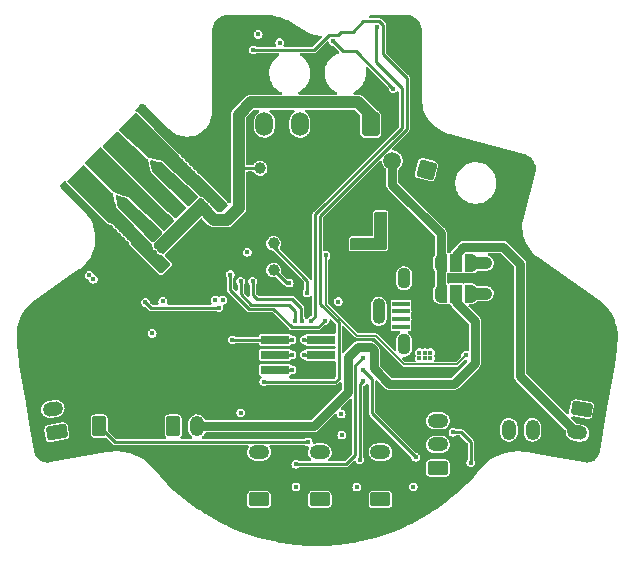
<source format=gbl>
G04 #@! TF.GenerationSoftware,KiCad,Pcbnew,(6.0.0)*
G04 #@! TF.CreationDate,2022-01-08T17:27:50+01:00*
G04 #@! TF.ProjectId,MiniAB-CAN-Board,4d696e69-4142-42d4-9341-4e2d426f6172,1*
G04 #@! TF.SameCoordinates,Original*
G04 #@! TF.FileFunction,Copper,L4,Bot*
G04 #@! TF.FilePolarity,Positive*
%FSLAX46Y46*%
G04 Gerber Fmt 4.6, Leading zero omitted, Abs format (unit mm)*
G04 Created by KiCad (PCBNEW (6.0.0)) date 2022-01-08 17:27:50*
%MOMM*%
%LPD*%
G01*
G04 APERTURE LIST*
G04 Aperture macros list*
%AMRoundRect*
0 Rectangle with rounded corners*
0 $1 Rounding radius*
0 $2 $3 $4 $5 $6 $7 $8 $9 X,Y pos of 4 corners*
0 Add a 4 corners polygon primitive as box body*
4,1,4,$2,$3,$4,$5,$6,$7,$8,$9,$2,$3,0*
0 Add four circle primitives for the rounded corners*
1,1,$1+$1,$2,$3*
1,1,$1+$1,$4,$5*
1,1,$1+$1,$6,$7*
1,1,$1+$1,$8,$9*
0 Add four rect primitives between the rounded corners*
20,1,$1+$1,$2,$3,$4,$5,0*
20,1,$1+$1,$4,$5,$6,$7,0*
20,1,$1+$1,$6,$7,$8,$9,0*
20,1,$1+$1,$8,$9,$2,$3,0*%
%AMHorizOval*
0 Thick line with rounded ends*
0 $1 width*
0 $2 $3 position (X,Y) of the first rounded end (center of the circle)*
0 $4 $5 position (X,Y) of the second rounded end (center of the circle)*
0 Add line between two ends*
20,1,$1,$2,$3,$4,$5,0*
0 Add two circle primitives to create the rounded ends*
1,1,$1,$2,$3*
1,1,$1,$4,$5*%
%AMFreePoly0*
4,1,22,0.550000,-0.750000,0.000000,-0.750000,0.000000,-0.745033,-0.079941,-0.743568,-0.215256,-0.701293,-0.333266,-0.622738,-0.424486,-0.514219,-0.481581,-0.384460,-0.499164,-0.250000,-0.500000,-0.250000,-0.500000,0.250000,-0.499164,0.250000,-0.499963,0.256109,-0.478152,0.396186,-0.417904,0.524511,-0.324060,0.630769,-0.204165,0.706417,-0.067858,0.745374,0.000000,0.744959,0.000000,0.750000,
0.550000,0.750000,0.550000,-0.750000,0.550000,-0.750000,$1*%
%AMFreePoly1*
4,1,20,0.000000,0.744959,0.073905,0.744508,0.209726,0.703889,0.328688,0.626782,0.421226,0.519385,0.479903,0.390333,0.500000,0.250000,0.500000,-0.250000,0.499851,-0.262216,0.476331,-0.402017,0.414519,-0.529596,0.319384,-0.634700,0.198574,-0.708877,0.061801,-0.746166,0.000000,-0.745033,0.000000,-0.750000,-0.550000,-0.750000,-0.550000,0.750000,0.000000,0.750000,0.000000,0.744959,
0.000000,0.744959,$1*%
G04 Aperture macros list end*
G04 #@! TA.AperFunction,ComponentPad*
%ADD10RoundRect,0.250000X0.194454X-0.689429X0.689429X-0.194454X-0.194454X0.689429X-0.689429X0.194454X0*%
G04 #@! TD*
G04 #@! TA.AperFunction,ComponentPad*
%ADD11HorizOval,1.200000X-0.194454X0.194454X0.194454X-0.194454X0*%
G04 #@! TD*
G04 #@! TA.AperFunction,ComponentPad*
%ADD12RoundRect,0.250000X0.676282X-0.236153X0.554728X0.453213X-0.676282X0.236153X-0.554728X-0.453213X0*%
G04 #@! TD*
G04 #@! TA.AperFunction,ComponentPad*
%ADD13HorizOval,1.200000X0.270822X0.047753X-0.270822X-0.047753X0*%
G04 #@! TD*
G04 #@! TA.AperFunction,ComponentPad*
%ADD14C,0.800000*%
G04 #@! TD*
G04 #@! TA.AperFunction,ComponentPad*
%ADD15C,6.400000*%
G04 #@! TD*
G04 #@! TA.AperFunction,ComponentPad*
%ADD16RoundRect,0.250000X-0.554728X0.453213X-0.676282X-0.236153X0.554728X-0.453213X0.676282X0.236153X0*%
G04 #@! TD*
G04 #@! TA.AperFunction,ComponentPad*
%ADD17HorizOval,1.200000X-0.270822X0.047753X0.270822X-0.047753X0*%
G04 #@! TD*
G04 #@! TA.AperFunction,ComponentPad*
%ADD18RoundRect,0.250000X0.625000X-0.350000X0.625000X0.350000X-0.625000X0.350000X-0.625000X-0.350000X0*%
G04 #@! TD*
G04 #@! TA.AperFunction,ComponentPad*
%ADD19O,1.750000X1.200000*%
G04 #@! TD*
G04 #@! TA.AperFunction,SMDPad,CuDef*
%ADD20FreePoly0,180.000000*%
G04 #@! TD*
G04 #@! TA.AperFunction,SMDPad,CuDef*
%ADD21R,1.000000X1.500000*%
G04 #@! TD*
G04 #@! TA.AperFunction,SMDPad,CuDef*
%ADD22FreePoly1,180.000000*%
G04 #@! TD*
G04 #@! TA.AperFunction,ComponentPad*
%ADD23RoundRect,0.250000X-0.350000X-0.625000X0.350000X-0.625000X0.350000X0.625000X-0.350000X0.625000X0*%
G04 #@! TD*
G04 #@! TA.AperFunction,ComponentPad*
%ADD24O,1.200000X1.750000*%
G04 #@! TD*
G04 #@! TA.AperFunction,SMDPad,CuDef*
%ADD25C,1.000000*%
G04 #@! TD*
G04 #@! TA.AperFunction,ComponentPad*
%ADD26RoundRect,0.250001X0.499999X0.759999X-0.499999X0.759999X-0.499999X-0.759999X0.499999X-0.759999X0*%
G04 #@! TD*
G04 #@! TA.AperFunction,ComponentPad*
%ADD27O,1.500000X2.020000*%
G04 #@! TD*
G04 #@! TA.AperFunction,ComponentPad*
%ADD28RoundRect,0.250001X0.353553X-0.612371X0.612371X0.353553X-0.353553X0.612371X-0.612371X-0.353553X0*%
G04 #@! TD*
G04 #@! TA.AperFunction,ComponentPad*
%ADD29C,1.500000*%
G04 #@! TD*
G04 #@! TA.AperFunction,SMDPad,CuDef*
%ADD30R,1.500000X0.450000*%
G04 #@! TD*
G04 #@! TA.AperFunction,ComponentPad*
%ADD31O,1.100000X1.800000*%
G04 #@! TD*
G04 #@! TA.AperFunction,ComponentPad*
%ADD32O,1.100000X2.200000*%
G04 #@! TD*
G04 #@! TA.AperFunction,SMDPad,CuDef*
%ADD33R,2.400000X0.740000*%
G04 #@! TD*
G04 #@! TA.AperFunction,ViaPad*
%ADD34C,0.450000*%
G04 #@! TD*
G04 #@! TA.AperFunction,Conductor*
%ADD35C,0.254000*%
G04 #@! TD*
G04 #@! TA.AperFunction,Conductor*
%ADD36C,0.127000*%
G04 #@! TD*
G04 #@! TA.AperFunction,Conductor*
%ADD37C,1.016000*%
G04 #@! TD*
G04 #@! TA.AperFunction,Conductor*
%ADD38C,0.762000*%
G04 #@! TD*
G04 APERTURE END LIST*
D10*
G04 #@! TO.P,J8,1,Pin_1*
G04 #@! TO.N,B2*
X194665786Y-58944214D03*
D11*
G04 #@! TO.P,J8,2,Pin_2*
G04 #@! TO.N,B1*
X196080000Y-57530000D03*
G04 #@! TO.P,J8,3,Pin_3*
G04 #@! TO.N,A1*
X197494213Y-56115787D03*
G04 #@! TO.P,J8,4,Pin_4*
G04 #@! TO.N,A2*
X198908427Y-54701573D03*
G04 #@! TD*
D12*
G04 #@! TO.P,J2,1,Pin_1*
G04 #@! TO.N,Net-(D1-Pad1)*
X191920000Y-80050000D03*
D13*
G04 #@! TO.P,J2,2,Pin_2*
G04 #@! TO.N,Net-(J1-Pad2)*
X191572704Y-78080384D03*
G04 #@! TD*
D14*
G04 #@! TO.P,H2,1,1*
G04 #@! TO.N,GND*
X190292944Y-70072944D03*
D15*
X191990000Y-71770000D03*
D14*
X194390000Y-71770000D03*
X190292944Y-73467056D03*
X191990000Y-74170000D03*
X189590000Y-71770000D03*
X191990000Y-69370000D03*
X193687056Y-70072944D03*
X193687056Y-73467056D03*
G04 #@! TD*
G04 #@! TO.P,H1,1,1*
G04 #@! TO.N,GND*
X237477056Y-70122944D03*
D15*
X235780000Y-71820000D03*
D14*
X234082944Y-70122944D03*
X235780000Y-69420000D03*
X235780000Y-74220000D03*
X233380000Y-71820000D03*
X237477056Y-73517056D03*
X238180000Y-71820000D03*
X234082944Y-73517056D03*
G04 #@! TD*
D16*
G04 #@! TO.P,J1,1,Pin_1*
G04 #@! TO.N,Net-(D1-Pad1)*
X236355293Y-78100699D03*
D17*
G04 #@! TO.P,J1,2,Pin_2*
G04 #@! TO.N,Net-(J1-Pad2)*
X236007997Y-80070315D03*
G04 #@! TD*
D18*
G04 #@! TO.P,J12,1,Pin_1*
G04 #@! TO.N,VBAT*
X219330000Y-85730000D03*
D19*
G04 #@! TO.P,J12,2,Pin_2*
G04 #@! TO.N,GND*
X219330000Y-83730000D03*
G04 #@! TO.P,J12,3,Pin_3*
G04 #@! TO.N,Net-(J12-Pad3)*
X219330000Y-81730000D03*
G04 #@! TD*
D20*
G04 #@! TO.P,JP1,1,A*
G04 #@! TO.N,+5V*
X227015000Y-65730000D03*
D21*
G04 #@! TO.P,JP1,2,C*
G04 #@! TO.N,Net-(J1-Pad2)*
X225715000Y-65730000D03*
D22*
G04 #@! TO.P,JP1,3,B*
G04 #@! TO.N,TMC_VS*
X224415000Y-65730000D03*
G04 #@! TD*
D23*
G04 #@! TO.P,J3,1,Pin_1*
G04 #@! TO.N,Net-(D2-Pad1)*
X201780000Y-79550000D03*
D24*
G04 #@! TO.P,J3,2,Pin_2*
G04 #@! TO.N,Net-(J3-Pad2)*
X203780000Y-79550000D03*
G04 #@! TD*
D25*
G04 #@! TO.P,TP2,1,1*
G04 #@! TO.N,VBAT*
X210280000Y-66320000D03*
G04 #@! TD*
D23*
G04 #@! TO.P,J7,1,Pin_1*
G04 #@! TO.N,GND*
X228210000Y-79840000D03*
D24*
G04 #@! TO.P,J7,2,Pin_2*
G04 #@! TO.N,Net-(J7-Pad2)*
X230210000Y-79840000D03*
G04 #@! TO.P,J7,3,Pin_3*
G04 #@! TO.N,+5V*
X232210000Y-79840000D03*
G04 #@! TD*
D25*
G04 #@! TO.P,TP3,1,1*
G04 #@! TO.N,TMC_VS*
X209130000Y-57710000D03*
G04 #@! TD*
G04 #@! TO.P,TP4,1,1*
G04 #@! TO.N,GND*
X196620000Y-70350000D03*
G04 #@! TD*
D26*
G04 #@! TO.P,J11,1,Pin_1*
G04 #@! TO.N,TMC_VS*
X218500000Y-53970000D03*
D27*
G04 #@! TO.P,J11,2,Pin_2*
G04 #@! TO.N,GND*
X215500000Y-53970000D03*
G04 #@! TO.P,J11,3,Pin_3*
G04 #@! TO.N,CANL*
X212500000Y-53970000D03*
G04 #@! TO.P,J11,4,Pin_4*
G04 #@! TO.N,CANH*
X209500000Y-53970000D03*
G04 #@! TD*
D25*
G04 #@! TO.P,TP1,1,1*
G04 #@! TO.N,Net-(R4-Pad2)*
X210280000Y-64070000D03*
G04 #@! TD*
D28*
G04 #@! TO.P,J6,1,Pin_1*
G04 #@! TO.N,Net-(D3-Pad1)*
X223226853Y-57823783D03*
D29*
G04 #@! TO.P,J6,2,Pin_2*
G04 #@! TO.N,TMC_VS*
X220329076Y-57047326D03*
G04 #@! TD*
D23*
G04 #@! TO.P,J4,1,Pin_1*
G04 #@! TO.N,Net-(J4-Pad1)*
X195520000Y-79550000D03*
D24*
G04 #@! TO.P,J4,2,Pin_2*
G04 #@! TO.N,GND*
X197520000Y-79550000D03*
G04 #@! TD*
D18*
G04 #@! TO.P,J14,1,Pin_1*
G04 #@! TO.N,VBAT*
X209050000Y-85730000D03*
D19*
G04 #@! TO.P,J14,2,Pin_2*
G04 #@! TO.N,GND*
X209050000Y-83730000D03*
G04 #@! TO.P,J14,3,Pin_3*
G04 #@! TO.N,Net-(J14-Pad3)*
X209050000Y-81730000D03*
G04 #@! TD*
D20*
G04 #@! TO.P,JP2,1,A*
G04 #@! TO.N,+5V*
X227015000Y-68310000D03*
D21*
G04 #@! TO.P,JP2,2,C*
G04 #@! TO.N,Net-(J3-Pad2)*
X225715000Y-68310000D03*
D22*
G04 #@! TO.P,JP2,3,B*
G04 #@! TO.N,TMC_VS*
X224415000Y-68310000D03*
G04 #@! TD*
D30*
G04 #@! TO.P,J10,1,VBUS*
G04 #@! TO.N,unconnected-(J10-Pad1)*
X221075000Y-71120000D03*
G04 #@! TO.P,J10,2,D-*
G04 #@! TO.N,USB_DM*
X221075000Y-70470000D03*
G04 #@! TO.P,J10,3,D+*
G04 #@! TO.N,USB_DP*
X221075000Y-69820000D03*
G04 #@! TO.P,J10,4,ID*
G04 #@! TO.N,unconnected-(J10-Pad4)*
X221075000Y-69170000D03*
G04 #@! TO.P,J10,5,GND*
G04 #@! TO.N,GND*
X221075000Y-68520000D03*
D31*
G04 #@! TO.P,J10,6,Shield*
G04 #@! TO.N,unconnected-(J10-Pad6)*
X221325000Y-72620000D03*
D32*
X219175000Y-69820000D03*
D31*
X221325000Y-67020000D03*
G04 #@! TD*
D18*
G04 #@! TO.P,J13,1,Pin_1*
G04 #@! TO.N,VBAT*
X214190000Y-85730000D03*
D19*
G04 #@! TO.P,J13,2,Pin_2*
G04 #@! TO.N,GND*
X214190000Y-83730000D03*
G04 #@! TO.P,J13,3,Pin_3*
G04 #@! TO.N,Net-(J13-Pad3)*
X214190000Y-81730000D03*
G04 #@! TD*
D33*
G04 #@! TO.P,J9,1,Pin_1*
G04 #@! TO.N,SWCLK*
X210410000Y-74770000D03*
G04 #@! TO.P,J9,2,Pin_2*
G04 #@! TO.N,GND*
X214310000Y-74770000D03*
G04 #@! TO.P,J9,3,Pin_3*
G04 #@! TO.N,VBAT*
X210410000Y-73500000D03*
G04 #@! TO.P,J9,4,Pin_4*
G04 #@! TO.N,SWDIO*
X214310000Y-73500000D03*
G04 #@! TO.P,J9,5,Pin_5*
G04 #@! TO.N,NRST*
X210410000Y-72230000D03*
G04 #@! TO.P,J9,6,Pin_6*
G04 #@! TO.N,BOOT1*
X214310000Y-72230000D03*
G04 #@! TD*
D18*
G04 #@! TO.P,J5,1,Pin_1*
G04 #@! TO.N,SCL*
X224190000Y-83080000D03*
D19*
G04 #@! TO.P,J5,2,Pin_2*
G04 #@! TO.N,SDA*
X224190000Y-81080000D03*
G04 #@! TO.P,J5,3,Pin_3*
G04 #@! TO.N,VBAT*
X224190000Y-79080000D03*
G04 #@! TO.P,J5,4,Pin_4*
G04 #@! TO.N,GND*
X224190000Y-77080000D03*
G04 #@! TD*
D34*
G04 #@! TO.N,GND*
X204024660Y-55232944D03*
X220790000Y-47019999D03*
X214010000Y-48950001D03*
X220460000Y-64000000D03*
X215460000Y-57630000D03*
X232220000Y-67790000D03*
X208350000Y-77160000D03*
X204760000Y-70100000D03*
X201410000Y-75910000D03*
X198609999Y-79580000D03*
X215460001Y-58140000D03*
X214960001Y-56180000D03*
X219740000Y-65290000D03*
X204381214Y-64759913D03*
X230530001Y-59130000D03*
X202995284Y-64109375D03*
X216680000Y-78550000D03*
X202634660Y-64470000D03*
X206470000Y-50120000D03*
X204395356Y-64066949D03*
X204770123Y-63013359D03*
X204416568Y-63366913D03*
X197540000Y-77480000D03*
X218950000Y-71330000D03*
X208750000Y-61940000D03*
X204713554Y-65813504D03*
X196466354Y-62739750D03*
X228490000Y-56430001D03*
X200360001Y-70950000D03*
X217720000Y-65289999D03*
X229500000Y-56430000D03*
X223230000Y-65070000D03*
X205102462Y-64038664D03*
X223180000Y-75229999D03*
X205081249Y-64738701D03*
X209103554Y-62293553D03*
X197270000Y-60720000D03*
X223230000Y-66080000D03*
X204371142Y-55565284D03*
X220289999Y-47520000D03*
X230500001Y-60650001D03*
X223950000Y-71549999D03*
X223270000Y-67090000D03*
X205788357Y-64738701D03*
X215339999Y-88190000D03*
X203480000Y-68380000D03*
X212360000Y-76400000D03*
X222780000Y-65290000D03*
X215540000Y-81050000D03*
X226637056Y-83654660D03*
X204080000Y-76620000D03*
X220760000Y-78610000D03*
X201030000Y-74740000D03*
X210990001Y-60960000D03*
X208700000Y-55960000D03*
X204741838Y-64399289D03*
X222810000Y-85050000D03*
X221270001Y-47020000D03*
X223160000Y-69090000D03*
X222280000Y-65289999D03*
X221749999Y-48030001D03*
X220610001Y-83660000D03*
X204360000Y-65459950D03*
X226470000Y-56400000D03*
X215520000Y-84150000D03*
X218730000Y-65290000D03*
X222710000Y-74760000D03*
X230530000Y-57110000D03*
X210990000Y-60450000D03*
X214860000Y-88200000D03*
X223990000Y-59460001D03*
X202646467Y-56559637D03*
X215720000Y-65290000D03*
X221000000Y-79820000D03*
X196805764Y-63079162D03*
X201030000Y-72000000D03*
X200190000Y-57780000D03*
X205109534Y-63352771D03*
X220290000Y-48030000D03*
X221260000Y-65290000D03*
X216550000Y-80910000D03*
X225060000Y-71690000D03*
X192529999Y-76099999D03*
X226444178Y-78264178D03*
X205790000Y-67960000D03*
X196430000Y-65540000D03*
X214970001Y-58130000D03*
X222710000Y-75230000D03*
X206470001Y-49620000D03*
X227730000Y-78530000D03*
X208230625Y-56180624D03*
X197823999Y-64097395D03*
X230530001Y-58120000D03*
X204006447Y-65813503D03*
X198550000Y-77480000D03*
X203667036Y-65474092D03*
X203341766Y-64441715D03*
X205074178Y-65452879D03*
X225293553Y-85026447D03*
X196424178Y-68564178D03*
X203348838Y-63755822D03*
X206470000Y-49110000D03*
X208060000Y-65750000D03*
X212860000Y-62740000D03*
X230530000Y-58620000D03*
X220610000Y-83150000D03*
X216720000Y-65290000D03*
X221750000Y-46510000D03*
X220790000Y-46509999D03*
X223480000Y-71080000D03*
X220480000Y-74320000D03*
X215450001Y-56170000D03*
X204720625Y-65099325D03*
X202120000Y-70100000D03*
X202760000Y-70100000D03*
X222480000Y-64010001D03*
X196070625Y-68210624D03*
X205790000Y-76260000D03*
X217390000Y-60950000D03*
X201765000Y-70455000D03*
X203695321Y-64088162D03*
X203709462Y-63395198D03*
X191569999Y-76110000D03*
X221770000Y-65290000D03*
X222470000Y-59430001D03*
X203320553Y-65141752D03*
X217210000Y-65290000D03*
X193010000Y-76100000D03*
X224490000Y-59460001D03*
X202985877Y-56899048D03*
X216220000Y-65289999D03*
X210920000Y-67830000D03*
X223270000Y-68100000D03*
X227990000Y-56430000D03*
X204423640Y-62681020D03*
X206090000Y-67260000D03*
X201451142Y-83815284D03*
X202981142Y-64802340D03*
X221750000Y-47020000D03*
X203664701Y-57577871D03*
X203681177Y-64781126D03*
X214970000Y-58630000D03*
X204710553Y-55904696D03*
X219840000Y-78000000D03*
X205434803Y-65092254D03*
X201481649Y-68621649D03*
X204004112Y-57917282D03*
X215520000Y-83228500D03*
X221270001Y-47530000D03*
X225730000Y-77540000D03*
X206530000Y-69968500D03*
X226970000Y-56400001D03*
X205456017Y-63685111D03*
X201030000Y-71190000D03*
X212670000Y-81860000D03*
X198050000Y-77479999D03*
X223480000Y-64009999D03*
X218450000Y-71329999D03*
X226090625Y-77910624D03*
X223230001Y-65580000D03*
X225060000Y-72270000D03*
X201780000Y-76280000D03*
X212920000Y-88210000D03*
X218220000Y-65290000D03*
X204034731Y-64427574D03*
X220290000Y-47020000D03*
X225060000Y-70370000D03*
X203325289Y-57238460D03*
X212880000Y-74770000D03*
X214020001Y-50410000D03*
X202830000Y-85180000D03*
X203440000Y-70100000D03*
X205790000Y-70460000D03*
X201906649Y-68196649D03*
X205057036Y-56237036D03*
X202137036Y-84487036D03*
X204070086Y-63034573D03*
X222800000Y-84340000D03*
X202120000Y-76620000D03*
X201790553Y-84154696D03*
X221470000Y-64010001D03*
X230530001Y-57620000D03*
X208190000Y-63900000D03*
X210120000Y-70480000D03*
X191070000Y-76110000D03*
X205430000Y-70100000D03*
X224940000Y-85380000D03*
X205020000Y-68170000D03*
X200580000Y-57380000D03*
X225060000Y-70960000D03*
X230500001Y-59640000D03*
X223950000Y-71080000D03*
X214960000Y-55670000D03*
X212640000Y-65950000D03*
X193489999Y-76090000D03*
X221980000Y-64010000D03*
X220250000Y-65290000D03*
X205795427Y-64024523D03*
X221270001Y-46510000D03*
X222980000Y-59460001D03*
X195737036Y-64847036D03*
X214379999Y-88199999D03*
X205396447Y-56576447D03*
X215460000Y-58640000D03*
X210430000Y-83390000D03*
X223480001Y-71550000D03*
X201030000Y-73350000D03*
X204360000Y-66167056D03*
X201410000Y-70810000D03*
X201030000Y-72800000D03*
X205560000Y-84590000D03*
X192049999Y-76110000D03*
X204027659Y-65113467D03*
X215450000Y-55660000D03*
X202476447Y-84826447D03*
X197145175Y-63418574D03*
X225632964Y-84687036D03*
X223180000Y-74760001D03*
X197590000Y-60390000D03*
X226304716Y-84001142D03*
X220610000Y-84160000D03*
X198730000Y-69060000D03*
X227480000Y-56430001D03*
X225000000Y-59460000D03*
X205434803Y-64385147D03*
X230500000Y-60140000D03*
X204750000Y-76620000D03*
X220790000Y-47520000D03*
X214020000Y-50890001D03*
X212859999Y-62240000D03*
X210430000Y-84090000D03*
X228740000Y-78530000D03*
X201030000Y-73910000D03*
X215450000Y-56670000D03*
X206148981Y-64378076D03*
X214960000Y-56680000D03*
X221970000Y-59430000D03*
X217390000Y-61900001D03*
X198610000Y-79080000D03*
X201104660Y-83482944D03*
X212250000Y-81354980D03*
X200360000Y-70440000D03*
X220760000Y-65289999D03*
X196076447Y-65186447D03*
X208584178Y-56534178D03*
X228240000Y-78529999D03*
X217390000Y-62850000D03*
X220290000Y-46510000D03*
X220960000Y-64000001D03*
X232220000Y-68800000D03*
X223490000Y-59460000D03*
X201670000Y-73150000D03*
X220030000Y-73900000D03*
X214970000Y-57620000D03*
X205060000Y-84589999D03*
X203430000Y-76620000D03*
X234490000Y-80760000D03*
X213419999Y-88210000D03*
X221750000Y-47530000D03*
X219240000Y-65289999D03*
X204055944Y-63727538D03*
X201030000Y-75530000D03*
X201660000Y-73630000D03*
X221270000Y-48030001D03*
X228990000Y-56430001D03*
X217940000Y-71330000D03*
X210990000Y-61460000D03*
X204755979Y-63706324D03*
X195710000Y-67850000D03*
X202770000Y-76620000D03*
X204550000Y-84590000D03*
X225960000Y-56400001D03*
X224420000Y-71550000D03*
X205430000Y-76620000D03*
X213899999Y-88210000D03*
X204080000Y-70100000D03*
X232220001Y-68300000D03*
X198610000Y-80090000D03*
X223670000Y-69089999D03*
X208346447Y-55606446D03*
X210460000Y-67460000D03*
X225965303Y-84340553D03*
X222980000Y-64010000D03*
X220790000Y-48029999D03*
X224420000Y-71080000D03*
X223270001Y-67600000D03*
X197484586Y-63757984D03*
G04 #@! TO.N,VBAT*
X200900000Y-68980000D03*
X217320000Y-84680000D03*
X223090000Y-73769998D03*
X216000000Y-78500000D03*
X208970000Y-46361500D03*
X210800000Y-47070000D03*
X194690000Y-66750000D03*
X195020000Y-67090000D03*
X222620000Y-73769999D03*
X223559999Y-73769999D03*
X205970000Y-68860000D03*
X223090000Y-73300000D03*
X208060000Y-64800000D03*
X211840000Y-73500000D03*
X212180000Y-84670001D03*
X215750000Y-68990000D03*
X222100000Y-84670000D03*
X216060000Y-80280000D03*
X222620000Y-73299999D03*
X223559999Y-73299999D03*
X207510000Y-78400000D03*
X200000000Y-71680000D03*
X211600000Y-67420000D03*
X205330000Y-68860000D03*
G04 #@! TO.N,NRST*
X211840000Y-72230000D03*
X206780000Y-72230000D03*
G04 #@! TO.N,+5V*
X226540000Y-73540000D03*
X228285000Y-65490000D03*
X228285000Y-68070000D03*
X214720000Y-65070000D03*
X228284999Y-65970000D03*
X228284999Y-68550000D03*
G04 #@! TO.N,ENDSTOP1*
X222320000Y-82170000D03*
X217810000Y-74750000D03*
G04 #@! TO.N,ENDSTOP2*
X217570000Y-82390000D03*
X217810000Y-75750000D03*
G04 #@! TO.N,PROBE*
X212160000Y-82750000D03*
X217810000Y-73750000D03*
G04 #@! TO.N,TMC_VS*
X204173554Y-60496446D03*
X204527105Y-60850001D03*
X200740000Y-63940000D03*
X204173553Y-61203553D03*
X201093551Y-64293555D03*
X200386446Y-64293554D03*
X200739999Y-64647107D03*
X203820000Y-60850000D03*
G04 #@! TO.N,A1*
X201598961Y-61269960D03*
X202306066Y-61269960D03*
X201952514Y-61623512D03*
X201952512Y-60916406D03*
G04 #@! TO.N,A2*
X205708240Y-60455795D03*
X206061791Y-60809350D03*
X205708239Y-61162902D03*
X205354686Y-60809349D03*
G04 #@! TO.N,/SW*
X219089999Y-62128545D03*
X217630000Y-63848543D03*
X217630000Y-64348543D03*
X219599999Y-61628544D03*
X219089999Y-61628544D03*
X217120000Y-63848543D03*
X217120000Y-64348544D03*
X219599999Y-62128544D03*
G04 #@! TO.N,B1*
X201514106Y-62061919D03*
X201160554Y-62415471D03*
X200807002Y-62061919D03*
X201160554Y-61708363D03*
G04 #@! TO.N,B2*
X201130252Y-65927494D03*
X200423148Y-65927494D03*
X200776700Y-65573939D03*
X200776700Y-66281046D03*
G04 #@! TO.N,Net-(D3-Pad1)*
X215320000Y-46960000D03*
X220420000Y-50950000D03*
G04 #@! TO.N,Net-(J1-Pad2)*
X226980000Y-82620000D03*
X225470000Y-80050000D03*
G04 #@! TO.N,Net-(J4-Pad1)*
X213200000Y-80880000D03*
G04 #@! TO.N,SWCLK*
X211840000Y-74770000D03*
G04 #@! TO.N,SWDIO*
X212880000Y-73500000D03*
G04 #@! TO.N,BOOT1*
X212880000Y-72230000D03*
G04 #@! TO.N,USB_DP*
X221590000Y-69820000D03*
G04 #@! TO.N,USB_DM*
X221590000Y-70470000D03*
G04 #@! TO.N,Net-(R4-Pad2)*
X213110000Y-68248500D03*
G04 #@! TO.N,HEATER*
X213470000Y-70600000D03*
X219004632Y-45758458D03*
G04 #@! TO.N,LED0*
X209460000Y-75760000D03*
X208550000Y-47680000D03*
G04 #@! TO.N,ST_ENN*
X205640000Y-69490000D03*
X199429672Y-69060726D03*
G04 #@! TO.N,ST_DIAG*
X214610000Y-70590000D03*
X206600000Y-66700000D03*
G04 #@! TO.N,ST_TX*
X208510000Y-67260000D03*
X212660000Y-70600000D03*
G04 #@! TO.N,ST_RX*
X212050000Y-70600000D03*
X207488006Y-67260000D03*
G04 #@! TD*
D35*
G04 #@! TO.N,GND*
X212880000Y-74770000D02*
X214310000Y-74770000D01*
G04 #@! TO.N,VBAT*
X211380000Y-67420000D02*
X210280000Y-66320000D01*
X211840000Y-73500000D02*
X210410000Y-73500000D01*
X211600000Y-67420000D02*
X211380000Y-67420000D01*
G04 #@! TO.N,NRST*
X209470000Y-72230000D02*
X206780000Y-72230000D01*
X211840000Y-72230000D02*
X210410000Y-72230000D01*
D36*
G04 #@! TO.N,+5V*
X214717144Y-65072856D02*
X214717144Y-69247144D01*
X225770000Y-74310000D02*
X226540000Y-73540000D01*
X218920000Y-71870000D02*
X221360000Y-74310000D01*
X214717144Y-69247144D02*
X217340000Y-71870000D01*
D37*
X227015000Y-68310000D02*
X228285000Y-68310000D01*
D36*
X221360000Y-74310000D02*
X225770000Y-74310000D01*
D37*
X227015000Y-65730000D02*
X228285000Y-65730000D01*
D36*
X214720000Y-65070000D02*
X214717144Y-65072856D01*
X217340000Y-71870000D02*
X218920000Y-71870000D01*
D35*
G04 #@! TO.N,ENDSTOP1*
X222320000Y-82170000D02*
X218580000Y-78430000D01*
X218580000Y-78430000D02*
X218580000Y-75520000D01*
X218580000Y-75520000D02*
X217810000Y-74750000D01*
G04 #@! TO.N,ENDSTOP2*
X217570000Y-75990000D02*
X217570000Y-82390000D01*
X217810000Y-75750000D02*
X217570000Y-75990000D01*
G04 #@! TO.N,PROBE*
X217189480Y-81940520D02*
X217189480Y-74370520D01*
X217189480Y-74370520D02*
X217810000Y-73750000D01*
X212160000Y-82750000D02*
X216380000Y-82750000D01*
X216380000Y-82750000D02*
X217189480Y-81940520D01*
G04 #@! TO.N,TMC_VS*
X207440000Y-57710000D02*
X207310000Y-57580000D01*
D37*
X217430000Y-52110000D02*
X208360000Y-52110000D01*
D38*
X224415000Y-68310000D02*
X224415000Y-63185000D01*
D35*
X209130000Y-57710000D02*
X207440000Y-57710000D01*
D37*
X218500000Y-53970000D02*
X218500000Y-53180000D01*
D38*
X224415000Y-63185000D02*
X220329076Y-59099076D01*
D37*
X207310000Y-61090000D02*
X206330000Y-62070000D01*
X205270000Y-62070000D02*
X204110000Y-60910000D01*
X207310000Y-57580000D02*
X207310000Y-61090000D01*
X218500000Y-53180000D02*
X217430000Y-52110000D01*
X206330000Y-62070000D02*
X205270000Y-62070000D01*
D38*
X220329076Y-59099076D02*
X220329076Y-57047326D01*
D37*
X207310000Y-53160000D02*
X207310000Y-57580000D01*
X208360000Y-52110000D02*
X207310000Y-53160000D01*
D35*
G04 #@! TO.N,Net-(D3-Pad1)*
X217243479Y-47773479D02*
X216133479Y-47773479D01*
X220420000Y-50950000D02*
X217243479Y-47773479D01*
X216133479Y-47773479D02*
X215320000Y-46960000D01*
D38*
G04 #@! TO.N,Net-(J1-Pad2)*
X235979905Y-80102571D02*
X231140000Y-75262666D01*
X226357258Y-64370000D02*
X225715000Y-65012258D01*
D35*
X226980000Y-80860000D02*
X226980000Y-82620000D01*
D38*
X229730000Y-64370000D02*
X226357258Y-64370000D01*
D35*
X226170000Y-80050000D02*
X226980000Y-80860000D01*
D38*
X225715000Y-65012258D02*
X225715000Y-65730000D01*
X231140000Y-65780000D02*
X229730000Y-64370000D01*
X231140000Y-75262666D02*
X231140000Y-65780000D01*
D35*
X225470000Y-80050000D02*
X226170000Y-80050000D01*
D38*
G04 #@! TO.N,Net-(J3-Pad2)*
X218490000Y-72840000D02*
X217410000Y-72840000D01*
X225715000Y-68310000D02*
X225715000Y-69027742D01*
X225715000Y-69027742D02*
X227320000Y-70632742D01*
X218750000Y-74640000D02*
X218750000Y-73100000D01*
X221620000Y-75970000D02*
X220080000Y-75970000D01*
X213680000Y-79550000D02*
X203780000Y-79550000D01*
X227320000Y-70632742D02*
X227320000Y-74180000D01*
X216554960Y-76675040D02*
X213680000Y-79550000D01*
X216554960Y-73695040D02*
X216554960Y-76675040D01*
X227320000Y-74180000D02*
X225527520Y-75972480D01*
X221622480Y-75972480D02*
X221620000Y-75970000D01*
X225527520Y-75972480D02*
X221622480Y-75972480D01*
X220080000Y-75970000D02*
X218750000Y-74640000D01*
X218750000Y-73100000D02*
X218490000Y-72840000D01*
X217410000Y-72840000D02*
X216554960Y-73695040D01*
D35*
G04 #@! TO.N,Net-(J4-Pad1)*
X196846480Y-80876480D02*
X195520000Y-79550000D01*
X213196480Y-80876480D02*
X196846480Y-80876480D01*
X213200000Y-80880000D02*
X213196480Y-80876480D01*
G04 #@! TO.N,SWCLK*
X211840000Y-74770000D02*
X210410000Y-74770000D01*
G04 #@! TO.N,SWDIO*
X212880000Y-73500000D02*
X214310000Y-73500000D01*
G04 #@! TO.N,BOOT1*
X212880000Y-72230000D02*
X214310000Y-72230000D01*
G04 #@! TO.N,Net-(R4-Pad2)*
X210280000Y-64380000D02*
X210280000Y-64070000D01*
X213110000Y-68248500D02*
X213110000Y-67210000D01*
X213110000Y-67210000D02*
X210280000Y-64380000D01*
G04 #@! TO.N,HEATER*
X213820000Y-70250000D02*
X213820000Y-61599086D01*
X221160000Y-54259086D02*
X221160000Y-50910000D01*
X218930350Y-48680350D02*
X218930350Y-45832740D01*
X218930350Y-45832740D02*
X219004632Y-45758458D01*
X221160000Y-50910000D02*
X218930350Y-48680350D01*
X213820000Y-61599086D02*
X221160000Y-54259086D01*
X213470000Y-70600000D02*
X213820000Y-70250000D01*
G04 #@! TO.N,LED0*
X219230000Y-45230000D02*
X217890000Y-45230000D01*
X214210000Y-61850000D02*
X214210000Y-61747222D01*
X219530000Y-45530000D02*
X219230000Y-45230000D01*
X216980000Y-46140000D02*
X215980000Y-46140000D01*
X215720000Y-46400000D02*
X214980000Y-46400000D01*
X215775833Y-70754167D02*
X214210000Y-69188334D01*
X214210000Y-61747222D02*
X221540520Y-54416702D01*
X214980000Y-46400000D02*
X214580000Y-46800000D01*
X221540520Y-54416702D02*
X221540520Y-50029650D01*
X214580000Y-46800000D02*
X213700000Y-47680000D01*
X215520000Y-75760000D02*
X215775833Y-75504167D01*
X217890000Y-45230000D02*
X216980000Y-46140000D01*
X215775833Y-75504167D02*
X215775833Y-70754167D01*
X219530000Y-45890000D02*
X219530000Y-45530000D01*
X219530000Y-48019130D02*
X219530000Y-45890000D01*
X213700000Y-47680000D02*
X208550000Y-47680000D01*
X215980000Y-46140000D02*
X215720000Y-46400000D01*
X209460000Y-75760000D02*
X215520000Y-75760000D01*
X214210000Y-69188334D02*
X214210000Y-61850000D01*
X221540520Y-50029650D02*
X219530000Y-48019130D01*
G04 #@! TO.N,ST_ENN*
X199858946Y-69490000D02*
X205640000Y-69490000D01*
X199429672Y-69060726D02*
X199858946Y-69490000D01*
G04 #@! TO.N,ST_DIAG*
X211800000Y-71160000D02*
X210260519Y-69620519D01*
X206600000Y-67998136D02*
X206600000Y-66700000D01*
X210260519Y-69620519D02*
X208222383Y-69620519D01*
X214610000Y-70590000D02*
X214040000Y-71160000D01*
X214040000Y-71160000D02*
X211800000Y-71160000D01*
X208222383Y-69620519D02*
X206600000Y-67998136D01*
G04 #@! TO.N,ST_TX*
X212610000Y-69510000D02*
X211840000Y-68740000D01*
X212610000Y-70550000D02*
X212610000Y-69510000D01*
X208840000Y-68740000D02*
X208510000Y-68410000D01*
X212660000Y-70600000D02*
X212610000Y-70550000D01*
X208510000Y-68410000D02*
X208510000Y-67260000D01*
X211840000Y-68740000D02*
X208840000Y-68740000D01*
G04 #@! TO.N,ST_RX*
X212050000Y-70600000D02*
X212110000Y-70540000D01*
X208380000Y-69240000D02*
X207488006Y-68348006D01*
X207488006Y-68348006D02*
X207488006Y-67260000D01*
X212110000Y-69780000D02*
X211570000Y-69240000D01*
X211570000Y-69240000D02*
X208380000Y-69240000D01*
X212110000Y-70540000D02*
X212110000Y-69780000D01*
G04 #@! TD*
G04 #@! TA.AperFunction,Conductor*
G04 #@! TO.N,GND*
G36*
X221428109Y-44697190D02*
G01*
X221443974Y-44697190D01*
X221459996Y-44701483D01*
X221469247Y-44699004D01*
X221472761Y-44700036D01*
X221472920Y-44698020D01*
X221664895Y-44713129D01*
X221684422Y-44716222D01*
X221874639Y-44761889D01*
X221893434Y-44767996D01*
X222074167Y-44842858D01*
X222091778Y-44851832D01*
X222258573Y-44954045D01*
X222274561Y-44965660D01*
X222423313Y-45092706D01*
X222437291Y-45106684D01*
X222564338Y-45255437D01*
X222575953Y-45271423D01*
X222633889Y-45365966D01*
X222678167Y-45438221D01*
X222687143Y-45455838D01*
X222762001Y-45636560D01*
X222768110Y-45655362D01*
X222788807Y-45741568D01*
X222813777Y-45845575D01*
X222816870Y-45865103D01*
X222831979Y-46057078D01*
X222830289Y-46057211D01*
X222831103Y-46060349D01*
X222828516Y-46070002D01*
X222832809Y-46086024D01*
X222832809Y-46101889D01*
X222832996Y-46103310D01*
X222832997Y-51725688D01*
X222832810Y-51727108D01*
X222832811Y-51742971D01*
X222828517Y-51758996D01*
X222829085Y-51761115D01*
X222844837Y-52073732D01*
X222845313Y-52076860D01*
X222845314Y-52076869D01*
X222857764Y-52158667D01*
X222892254Y-52385280D01*
X222970747Y-52690484D01*
X223047222Y-52898422D01*
X223077170Y-52979852D01*
X223079523Y-52986251D01*
X223080911Y-52989102D01*
X223080912Y-52989104D01*
X223212293Y-53258933D01*
X223217479Y-53269585D01*
X223383218Y-53537617D01*
X223575060Y-53787631D01*
X223791063Y-54017094D01*
X223793456Y-54019171D01*
X224007895Y-54205328D01*
X224029037Y-54223682D01*
X224286573Y-54405302D01*
X224561061Y-54560114D01*
X224563965Y-54561386D01*
X224563971Y-54561389D01*
X224846805Y-54685273D01*
X224846809Y-54685275D01*
X224849721Y-54686550D01*
X224852752Y-54687528D01*
X225128262Y-54776434D01*
X225128263Y-54776434D01*
X225147609Y-54782677D01*
X225149508Y-54783774D01*
X225166104Y-54783774D01*
X225181424Y-54787881D01*
X225182838Y-54788067D01*
X226372517Y-55106840D01*
X231438059Y-56464147D01*
X231439379Y-56464693D01*
X231454707Y-56468800D01*
X231469075Y-56477096D01*
X231478654Y-56477096D01*
X231481779Y-56479001D01*
X231482453Y-56477096D01*
X231614328Y-56523795D01*
X231663391Y-56541169D01*
X231663978Y-56541377D01*
X231682037Y-56549417D01*
X231853952Y-56642760D01*
X231870534Y-56653529D01*
X232025723Y-56772610D01*
X232040416Y-56785839D01*
X232175071Y-56927735D01*
X232187514Y-56943101D01*
X232294317Y-57098500D01*
X232298311Y-57104312D01*
X232308197Y-57121434D01*
X232358449Y-57226790D01*
X232392413Y-57297998D01*
X232399498Y-57316456D01*
X232455055Y-57504013D01*
X232459166Y-57523353D01*
X232461854Y-57543771D01*
X232484699Y-57717300D01*
X232485734Y-57737032D01*
X232480614Y-57932590D01*
X232478548Y-57952249D01*
X232443453Y-58141601D01*
X232441790Y-58141293D01*
X232441763Y-58144528D01*
X232436765Y-58153184D01*
X232436765Y-58169773D01*
X232432659Y-58185097D01*
X232432472Y-58186513D01*
X231460025Y-61815735D01*
X231458542Y-61821268D01*
X231457994Y-61822592D01*
X231453889Y-61837913D01*
X231445595Y-61852279D01*
X231445595Y-61854477D01*
X231442218Y-61870254D01*
X231442217Y-61870255D01*
X231402596Y-62055336D01*
X231379340Y-62163972D01*
X231378992Y-62167147D01*
X231378991Y-62167155D01*
X231350412Y-62428107D01*
X231344651Y-62480713D01*
X231343628Y-62621350D01*
X231342415Y-62788256D01*
X231342334Y-62799338D01*
X231372413Y-63116549D01*
X231397753Y-63243944D01*
X231433653Y-63424424D01*
X231434575Y-63429061D01*
X231528178Y-63733636D01*
X231529429Y-63736594D01*
X231529430Y-63736598D01*
X231544099Y-63771296D01*
X231652251Y-64027121D01*
X231653793Y-64029932D01*
X231653798Y-64029942D01*
X231706155Y-64125375D01*
X231805511Y-64306476D01*
X231986368Y-64568808D01*
X232192952Y-64811400D01*
X232195256Y-64813605D01*
X232195262Y-64813612D01*
X232418699Y-65027506D01*
X232423122Y-65031740D01*
X232506209Y-65096460D01*
X232656778Y-65213746D01*
X232656779Y-65213747D01*
X232672813Y-65226236D01*
X232674229Y-65227923D01*
X232689810Y-65233594D01*
X232702811Y-65242696D01*
X232704080Y-65243356D01*
X237830782Y-68833112D01*
X237831840Y-68834082D01*
X237844831Y-68843178D01*
X237855494Y-68855885D01*
X237867272Y-68860171D01*
X237868650Y-68861896D01*
X237869386Y-68860941D01*
X238115793Y-69050832D01*
X238124584Y-69058272D01*
X238358862Y-69275657D01*
X238366937Y-69283867D01*
X238368545Y-69285659D01*
X238580407Y-69521753D01*
X238587687Y-69530653D01*
X238685875Y-69662550D01*
X238778544Y-69787035D01*
X238784991Y-69796577D01*
X238951637Y-70069303D01*
X238957182Y-70079386D01*
X239098237Y-70366204D01*
X239102834Y-70376740D01*
X239165297Y-70539896D01*
X239217110Y-70675232D01*
X239220732Y-70686163D01*
X239299198Y-70965118D01*
X239307277Y-70993841D01*
X239309883Y-71005049D01*
X239333835Y-71134638D01*
X239367973Y-71319333D01*
X239369547Y-71330741D01*
X239398700Y-71649027D01*
X239399225Y-71660531D01*
X239399198Y-71956828D01*
X239397711Y-71976118D01*
X239397660Y-71976446D01*
X239394721Y-71985698D01*
X239394721Y-71985700D01*
X239396181Y-71992353D01*
X239396688Y-71997029D01*
X239397181Y-72018404D01*
X239348631Y-72801860D01*
X239348315Y-72805903D01*
X239312858Y-73181691D01*
X239272716Y-73607146D01*
X239271711Y-73617793D01*
X239271266Y-73621814D01*
X239264435Y-73675627D01*
X239168578Y-74430808D01*
X239168003Y-74434822D01*
X239042313Y-75221466D01*
X239041503Y-75226534D01*
X239041116Y-75226472D01*
X239041156Y-75227279D01*
X239034602Y-75241332D01*
X239036048Y-75257860D01*
X239033293Y-75273485D01*
X239033231Y-75274911D01*
X238548064Y-78026433D01*
X237907859Y-81657218D01*
X237907429Y-81658583D01*
X237904674Y-81674208D01*
X237897662Y-81689244D01*
X237898430Y-81698026D01*
X237896628Y-81701661D01*
X237898799Y-81702243D01*
X237854263Y-81868455D01*
X237846751Y-81889094D01*
X237773340Y-82046525D01*
X237762358Y-82065545D01*
X237662726Y-82207835D01*
X237648608Y-82224661D01*
X237525779Y-82347489D01*
X237508955Y-82361606D01*
X237366666Y-82461238D01*
X237347645Y-82472220D01*
X237190214Y-82545631D01*
X237169574Y-82553143D01*
X237001786Y-82598102D01*
X236980163Y-82601914D01*
X236905276Y-82608466D01*
X236807114Y-82617054D01*
X236785152Y-82617054D01*
X236613731Y-82602057D01*
X236613900Y-82600128D01*
X236610250Y-82600434D01*
X236601905Y-82596542D01*
X236585379Y-82597988D01*
X236569757Y-82595233D01*
X236568326Y-82595171D01*
X234006637Y-82143476D01*
X231713389Y-81739114D01*
X231712019Y-81738682D01*
X231696399Y-81735929D01*
X231681364Y-81728918D01*
X231679456Y-81729085D01*
X231663649Y-81727010D01*
X231321608Y-81682113D01*
X231321599Y-81682112D01*
X231318847Y-81681751D01*
X231120047Y-81673300D01*
X230956403Y-81666344D01*
X230956398Y-81666344D01*
X230953622Y-81666226D01*
X230751473Y-81675441D01*
X230591228Y-81682745D01*
X230591224Y-81682745D01*
X230588446Y-81682872D01*
X230585688Y-81683243D01*
X230585684Y-81683243D01*
X230228907Y-81731188D01*
X230228902Y-81731189D01*
X230226148Y-81731559D01*
X230211205Y-81734926D01*
X229929382Y-81798426D01*
X229869533Y-81811911D01*
X229866886Y-81812758D01*
X229866882Y-81812759D01*
X229628292Y-81889095D01*
X229521365Y-81923306D01*
X229458983Y-81949511D01*
X229186896Y-82063806D01*
X229186887Y-82063810D01*
X229184338Y-82064881D01*
X229035456Y-82143476D01*
X228863515Y-82234243D01*
X228863505Y-82234249D01*
X228861063Y-82235538D01*
X228554045Y-82433957D01*
X228265661Y-82658601D01*
X228263629Y-82660493D01*
X228263627Y-82660495D01*
X228070348Y-82840489D01*
X227998144Y-82907730D01*
X227754805Y-83178037D01*
X227753247Y-83179150D01*
X227747177Y-83192484D01*
X227746129Y-83193196D01*
X227746649Y-83193645D01*
X227216589Y-83807680D01*
X227212667Y-83812016D01*
X226646118Y-84409838D01*
X226642011Y-84413976D01*
X226235637Y-84804755D01*
X226048316Y-84984887D01*
X226044008Y-84988842D01*
X225424465Y-85531589D01*
X225419978Y-85535339D01*
X224775937Y-86048743D01*
X224771281Y-86052281D01*
X224104108Y-86535254D01*
X224099293Y-86538572D01*
X223777513Y-86749475D01*
X223410411Y-86990082D01*
X223405481Y-86993152D01*
X222696406Y-87412205D01*
X222691304Y-87415063D01*
X221963535Y-87800772D01*
X221958306Y-87803389D01*
X221657095Y-87945538D01*
X221213455Y-88154903D01*
X221208141Y-88157262D01*
X220447743Y-88473854D01*
X220442312Y-88475969D01*
X219668027Y-88756945D01*
X219662523Y-88758799D01*
X219240225Y-88890214D01*
X218876091Y-89003530D01*
X218870469Y-89005138D01*
X218073510Y-89213122D01*
X218067819Y-89214467D01*
X217262071Y-89385250D01*
X217256324Y-89386329D01*
X216849935Y-89452934D01*
X216443532Y-89519542D01*
X216437768Y-89520350D01*
X215619627Y-89615711D01*
X215613836Y-89616251D01*
X214797158Y-89673201D01*
X214792172Y-89673549D01*
X214786331Y-89673820D01*
X213962920Y-89692932D01*
X213957072Y-89692932D01*
X213133661Y-89673820D01*
X213127820Y-89673549D01*
X213122834Y-89673201D01*
X212306156Y-89616251D01*
X212300365Y-89615711D01*
X211482225Y-89520350D01*
X211476461Y-89519542D01*
X211070058Y-89452934D01*
X210663669Y-89386329D01*
X210657922Y-89385250D01*
X209852173Y-89214468D01*
X209846482Y-89213123D01*
X209049524Y-89005138D01*
X209043902Y-89003530D01*
X208679768Y-88890214D01*
X208257470Y-88758799D01*
X208251966Y-88756945D01*
X207477681Y-88475969D01*
X207472249Y-88473854D01*
X206711851Y-88157262D01*
X206706537Y-88154903D01*
X206262897Y-87945538D01*
X205961686Y-87803389D01*
X205956457Y-87800772D01*
X205228689Y-87415063D01*
X205223587Y-87412205D01*
X204514512Y-86993152D01*
X204509582Y-86990082D01*
X204030503Y-86676083D01*
X203820700Y-86538573D01*
X203815885Y-86535255D01*
X203148711Y-86052281D01*
X203144055Y-86048743D01*
X202677019Y-85676441D01*
X202499994Y-85535324D01*
X202495514Y-85531579D01*
X202281645Y-85344219D01*
X208047500Y-85344219D01*
X208047501Y-86115780D01*
X208058422Y-86189979D01*
X208062739Y-86198771D01*
X208108951Y-86292893D01*
X208113810Y-86302790D01*
X208202753Y-86391578D01*
X208270245Y-86424569D01*
X208306439Y-86442261D01*
X208315661Y-86446769D01*
X208325336Y-86448180D01*
X208325338Y-86448181D01*
X208384693Y-86456840D01*
X208384697Y-86456840D01*
X208389219Y-86457500D01*
X209047480Y-86457500D01*
X209710780Y-86457499D01*
X209784979Y-86446578D01*
X209887688Y-86396150D01*
X209888442Y-86395780D01*
X209888443Y-86395779D01*
X209897790Y-86391190D01*
X209986578Y-86302247D01*
X210041769Y-86189339D01*
X210052500Y-86115781D01*
X210052499Y-85344220D01*
X210052499Y-85344219D01*
X213187500Y-85344219D01*
X213187501Y-86115780D01*
X213198422Y-86189979D01*
X213202739Y-86198771D01*
X213248951Y-86292893D01*
X213253810Y-86302790D01*
X213342753Y-86391578D01*
X213410245Y-86424569D01*
X213446439Y-86442261D01*
X213455661Y-86446769D01*
X213465336Y-86448180D01*
X213465338Y-86448181D01*
X213524693Y-86456840D01*
X213524697Y-86456840D01*
X213529219Y-86457500D01*
X214187480Y-86457500D01*
X214850780Y-86457499D01*
X214924979Y-86446578D01*
X215027688Y-86396150D01*
X215028442Y-86395780D01*
X215028443Y-86395779D01*
X215037790Y-86391190D01*
X215126578Y-86302247D01*
X215181769Y-86189339D01*
X215192500Y-86115781D01*
X215192499Y-85344220D01*
X215192499Y-85344219D01*
X218327500Y-85344219D01*
X218327501Y-86115780D01*
X218338422Y-86189979D01*
X218342739Y-86198771D01*
X218388951Y-86292893D01*
X218393810Y-86302790D01*
X218482753Y-86391578D01*
X218550245Y-86424569D01*
X218586439Y-86442261D01*
X218595661Y-86446769D01*
X218605336Y-86448180D01*
X218605338Y-86448181D01*
X218664693Y-86456840D01*
X218664697Y-86456840D01*
X218669219Y-86457500D01*
X219327480Y-86457500D01*
X219990780Y-86457499D01*
X220064979Y-86446578D01*
X220167688Y-86396150D01*
X220168442Y-86395780D01*
X220168443Y-86395779D01*
X220177790Y-86391190D01*
X220266578Y-86302247D01*
X220321769Y-86189339D01*
X220332500Y-86115781D01*
X220332499Y-85344220D01*
X220321578Y-85270021D01*
X220294583Y-85215038D01*
X220270780Y-85166558D01*
X220270779Y-85166557D01*
X220266190Y-85157210D01*
X220177247Y-85068422D01*
X220082802Y-85022256D01*
X220073124Y-85017525D01*
X220073123Y-85017525D01*
X220064339Y-85013231D01*
X220054664Y-85011820D01*
X220054662Y-85011819D01*
X219995307Y-85003160D01*
X219995303Y-85003160D01*
X219990781Y-85002500D01*
X219332520Y-85002500D01*
X218669220Y-85002501D01*
X218595021Y-85013422D01*
X218567859Y-85026758D01*
X218491558Y-85064220D01*
X218491557Y-85064221D01*
X218482210Y-85068810D01*
X218393422Y-85157753D01*
X218338231Y-85270661D01*
X218327500Y-85344219D01*
X215192499Y-85344219D01*
X215181578Y-85270021D01*
X215154583Y-85215038D01*
X215130780Y-85166558D01*
X215130779Y-85166557D01*
X215126190Y-85157210D01*
X215037247Y-85068422D01*
X214942802Y-85022256D01*
X214933124Y-85017525D01*
X214933123Y-85017525D01*
X214924339Y-85013231D01*
X214914664Y-85011820D01*
X214914662Y-85011819D01*
X214855307Y-85003160D01*
X214855303Y-85003160D01*
X214850781Y-85002500D01*
X214192520Y-85002500D01*
X213529220Y-85002501D01*
X213455021Y-85013422D01*
X213427859Y-85026758D01*
X213351558Y-85064220D01*
X213351557Y-85064221D01*
X213342210Y-85068810D01*
X213253422Y-85157753D01*
X213198231Y-85270661D01*
X213187500Y-85344219D01*
X210052499Y-85344219D01*
X210041578Y-85270021D01*
X210014583Y-85215038D01*
X209990780Y-85166558D01*
X209990779Y-85166557D01*
X209986190Y-85157210D01*
X209897247Y-85068422D01*
X209802802Y-85022256D01*
X209793124Y-85017525D01*
X209793123Y-85017525D01*
X209784339Y-85013231D01*
X209774664Y-85011820D01*
X209774662Y-85011819D01*
X209715307Y-85003160D01*
X209715303Y-85003160D01*
X209710781Y-85002500D01*
X209052520Y-85002500D01*
X208389220Y-85002501D01*
X208315021Y-85013422D01*
X208287859Y-85026758D01*
X208211558Y-85064220D01*
X208211557Y-85064221D01*
X208202210Y-85068810D01*
X208113422Y-85157753D01*
X208058231Y-85270661D01*
X208047500Y-85344219D01*
X202281645Y-85344219D01*
X201875997Y-84988852D01*
X201871690Y-84984898D01*
X201544224Y-84670001D01*
X211804882Y-84670001D01*
X211823242Y-84785919D01*
X211827743Y-84794753D01*
X211827744Y-84794756D01*
X211832839Y-84804755D01*
X211876523Y-84890490D01*
X211959511Y-84973478D01*
X211989685Y-84988852D01*
X212055245Y-85022257D01*
X212055248Y-85022258D01*
X212064082Y-85026759D01*
X212180000Y-85045119D01*
X212295918Y-85026759D01*
X212304752Y-85022258D01*
X212304755Y-85022257D01*
X212370315Y-84988852D01*
X212400489Y-84973478D01*
X212483477Y-84890490D01*
X212527161Y-84804755D01*
X212532256Y-84794756D01*
X212532257Y-84794753D01*
X212536758Y-84785919D01*
X212553534Y-84680000D01*
X216944882Y-84680000D01*
X216963242Y-84795918D01*
X216967743Y-84804752D01*
X216967744Y-84804755D01*
X216989229Y-84846921D01*
X217016523Y-84900489D01*
X217099511Y-84983477D01*
X217138165Y-85003172D01*
X217195245Y-85032256D01*
X217195248Y-85032257D01*
X217204082Y-85036758D01*
X217320000Y-85055118D01*
X217435918Y-85036758D01*
X217444752Y-85032257D01*
X217444755Y-85032256D01*
X217501835Y-85003172D01*
X217540489Y-84983477D01*
X217623477Y-84900489D01*
X217650771Y-84846921D01*
X217672256Y-84804755D01*
X217672257Y-84804752D01*
X217676758Y-84795918D01*
X217695118Y-84680000D01*
X217693534Y-84670000D01*
X221724882Y-84670000D01*
X221743242Y-84785918D01*
X221747743Y-84794752D01*
X221747744Y-84794755D01*
X221769229Y-84836921D01*
X221796523Y-84890489D01*
X221879511Y-84973477D01*
X221933079Y-85000771D01*
X221975245Y-85022256D01*
X221975248Y-85022257D01*
X221984082Y-85026758D01*
X222100000Y-85045118D01*
X222215918Y-85026758D01*
X222224752Y-85022257D01*
X222224755Y-85022256D01*
X222266921Y-85000771D01*
X222320489Y-84973477D01*
X222403477Y-84890489D01*
X222430771Y-84836921D01*
X222452256Y-84794755D01*
X222452257Y-84794752D01*
X222456758Y-84785918D01*
X222475118Y-84670000D01*
X222456758Y-84554082D01*
X222452256Y-84545246D01*
X222452256Y-84545245D01*
X222430771Y-84503079D01*
X222403477Y-84449511D01*
X222320489Y-84366523D01*
X222266921Y-84339229D01*
X222224755Y-84317744D01*
X222224752Y-84317743D01*
X222215918Y-84313242D01*
X222100000Y-84294882D01*
X221984082Y-84313242D01*
X221975248Y-84317743D01*
X221975245Y-84317744D01*
X221933079Y-84339229D01*
X221879511Y-84366523D01*
X221796523Y-84449511D01*
X221769229Y-84503079D01*
X221747744Y-84545245D01*
X221747744Y-84545246D01*
X221743242Y-84554082D01*
X221724882Y-84670000D01*
X217693534Y-84670000D01*
X217676758Y-84564082D01*
X217672257Y-84555248D01*
X217672256Y-84555245D01*
X217650771Y-84513079D01*
X217623477Y-84459511D01*
X217540489Y-84376523D01*
X217486921Y-84349229D01*
X217444755Y-84327744D01*
X217444752Y-84327743D01*
X217435918Y-84323242D01*
X217320000Y-84304882D01*
X217204082Y-84323242D01*
X217195248Y-84327743D01*
X217195245Y-84327744D01*
X217153079Y-84349229D01*
X217099511Y-84376523D01*
X217016523Y-84459511D01*
X216989229Y-84513079D01*
X216967744Y-84555245D01*
X216967743Y-84555248D01*
X216963242Y-84564082D01*
X216944882Y-84680000D01*
X212553534Y-84680000D01*
X212555118Y-84670001D01*
X212536758Y-84554083D01*
X212532257Y-84545249D01*
X212532256Y-84545246D01*
X212493076Y-84468352D01*
X212483477Y-84449512D01*
X212400489Y-84366524D01*
X212346921Y-84339230D01*
X212304755Y-84317745D01*
X212304752Y-84317744D01*
X212295918Y-84313243D01*
X212180000Y-84294883D01*
X212064082Y-84313243D01*
X212055248Y-84317744D01*
X212055245Y-84317745D01*
X212013079Y-84339230D01*
X211959511Y-84366524D01*
X211876523Y-84449512D01*
X211866924Y-84468352D01*
X211827744Y-84545246D01*
X211827743Y-84545249D01*
X211823242Y-84554083D01*
X211804882Y-84670001D01*
X201544224Y-84670001D01*
X201277993Y-84413988D01*
X201273885Y-84409850D01*
X200707325Y-83812017D01*
X200703403Y-83807681D01*
X200693819Y-83796578D01*
X200173342Y-83193644D01*
X200173719Y-83193318D01*
X200172910Y-83192696D01*
X200166745Y-83179151D01*
X200165185Y-83178037D01*
X200165184Y-83178036D01*
X200151593Y-83162938D01*
X199923716Y-82909806D01*
X199921848Y-82907731D01*
X199654331Y-82658602D01*
X199622854Y-82634082D01*
X199409084Y-82467562D01*
X199365946Y-82433959D01*
X199363625Y-82432459D01*
X199363618Y-82432454D01*
X199061251Y-82237041D01*
X199061246Y-82237038D01*
X199058928Y-82235540D01*
X198735654Y-82064882D01*
X198733110Y-82063813D01*
X198733105Y-82063811D01*
X198460710Y-81949387D01*
X198398627Y-81923308D01*
X198395977Y-81922460D01*
X198053109Y-81812761D01*
X198053102Y-81812759D01*
X198050458Y-81811913D01*
X197990602Y-81798426D01*
X197856704Y-81768256D01*
X197693844Y-81731560D01*
X197691090Y-81731190D01*
X197691085Y-81731189D01*
X197334308Y-81683244D01*
X197334304Y-81683244D01*
X197331546Y-81682873D01*
X197328768Y-81682746D01*
X197328764Y-81682746D01*
X197168552Y-81675443D01*
X196966371Y-81666227D01*
X196963595Y-81666345D01*
X196963590Y-81666345D01*
X196799946Y-81673301D01*
X196601146Y-81681752D01*
X196598396Y-81682113D01*
X196598384Y-81682114D01*
X196260675Y-81726442D01*
X196260674Y-81726442D01*
X196240541Y-81729085D01*
X196238628Y-81728918D01*
X196223602Y-81735925D01*
X196207976Y-81738682D01*
X196206607Y-81739114D01*
X191351665Y-82595171D01*
X191350240Y-82595233D01*
X191334613Y-82597988D01*
X191318088Y-82596542D01*
X191310098Y-82600268D01*
X191306064Y-82599818D01*
X191306260Y-82602057D01*
X191134840Y-82617054D01*
X191112878Y-82617054D01*
X191026356Y-82609485D01*
X190939830Y-82601914D01*
X190918207Y-82598102D01*
X190750419Y-82553143D01*
X190729779Y-82545631D01*
X190572348Y-82472219D01*
X190553328Y-82461237D01*
X190411035Y-82361603D01*
X190394210Y-82347485D01*
X190271388Y-82224663D01*
X190257270Y-82207839D01*
X190157635Y-82065546D01*
X190146653Y-82046525D01*
X190098629Y-81943537D01*
X190073241Y-81889092D01*
X190065730Y-81868456D01*
X190063386Y-81859706D01*
X190046965Y-81798426D01*
X190021193Y-81702243D01*
X190023056Y-81701744D01*
X190021527Y-81698427D01*
X190022330Y-81689244D01*
X190015321Y-81674213D01*
X190012565Y-81658586D01*
X190012136Y-81657223D01*
X189679342Y-79769858D01*
X190863535Y-79769858D01*
X190865740Y-79844162D01*
X190999721Y-80604001D01*
X191005794Y-80622286D01*
X191018158Y-80659511D01*
X191023361Y-80675177D01*
X191029136Y-80683082D01*
X191029137Y-80683084D01*
X191088311Y-80764082D01*
X191097497Y-80776656D01*
X191106032Y-80782621D01*
X191191972Y-80842686D01*
X191191974Y-80842687D01*
X191200506Y-80848650D01*
X191210510Y-80851528D01*
X191311890Y-80880694D01*
X191311892Y-80880694D01*
X191321283Y-80883396D01*
X191395587Y-80881191D01*
X192697070Y-80651703D01*
X192768245Y-80628064D01*
X192869725Y-80553928D01*
X192917067Y-80486190D01*
X192935752Y-80459456D01*
X192935753Y-80459455D01*
X192941719Y-80450918D01*
X192960360Y-80386124D01*
X192973763Y-80339535D01*
X192973763Y-80339533D01*
X192976465Y-80330142D01*
X192974260Y-80255838D01*
X192840279Y-79495999D01*
X192831262Y-79468849D01*
X192819726Y-79434116D01*
X192819725Y-79434113D01*
X192816639Y-79424823D01*
X192810154Y-79415945D01*
X192748645Y-79331751D01*
X192748644Y-79331750D01*
X192742503Y-79323344D01*
X192679894Y-79279586D01*
X192648028Y-79257314D01*
X192648026Y-79257313D01*
X192639494Y-79251350D01*
X192620825Y-79245979D01*
X192528110Y-79219306D01*
X192528108Y-79219306D01*
X192518717Y-79216604D01*
X192444413Y-79218809D01*
X191142930Y-79448297D01*
X191071755Y-79471936D01*
X190970275Y-79546072D01*
X190964308Y-79554610D01*
X190907005Y-79636600D01*
X190898281Y-79649082D01*
X190888055Y-79684627D01*
X190868230Y-79753540D01*
X190863535Y-79769858D01*
X189679342Y-79769858D01*
X189389411Y-78125580D01*
X190569434Y-78125580D01*
X190588490Y-78294148D01*
X190645815Y-78453811D01*
X190649808Y-78459948D01*
X190732062Y-78586367D01*
X190738332Y-78596004D01*
X190743633Y-78601061D01*
X190743634Y-78601062D01*
X190785755Y-78641243D01*
X190861081Y-78713100D01*
X191007474Y-78798816D01*
X191014467Y-78800961D01*
X191014470Y-78800962D01*
X191162661Y-78846411D01*
X191162663Y-78846411D01*
X191169659Y-78848557D01*
X191176962Y-78849036D01*
X191176964Y-78849036D01*
X191333336Y-78859285D01*
X191333339Y-78859285D01*
X191338939Y-78859652D01*
X191345823Y-78858874D01*
X191347627Y-78858670D01*
X191347636Y-78858669D01*
X191349579Y-78858449D01*
X192011692Y-78741702D01*
X192110651Y-78712107D01*
X192126227Y-78707449D01*
X192126228Y-78707448D01*
X192133245Y-78705350D01*
X192241275Y-78643104D01*
X192273891Y-78624311D01*
X192273893Y-78624309D01*
X192280232Y-78620657D01*
X192403795Y-78504421D01*
X192407831Y-78498311D01*
X192407834Y-78498308D01*
X192472779Y-78400000D01*
X207134882Y-78400000D01*
X207153242Y-78515918D01*
X207157743Y-78524752D01*
X207157744Y-78524755D01*
X207169334Y-78547501D01*
X207206523Y-78620489D01*
X207289511Y-78703477D01*
X207336671Y-78727506D01*
X207385245Y-78752256D01*
X207385248Y-78752257D01*
X207394082Y-78756758D01*
X207510000Y-78775118D01*
X207625918Y-78756758D01*
X207634752Y-78752257D01*
X207634755Y-78752256D01*
X207683329Y-78727506D01*
X207730489Y-78703477D01*
X207813477Y-78620489D01*
X207850666Y-78547501D01*
X207862256Y-78524755D01*
X207862257Y-78524752D01*
X207866758Y-78515918D01*
X207885118Y-78400000D01*
X207866758Y-78284082D01*
X207862257Y-78275248D01*
X207862256Y-78275245D01*
X207829262Y-78210491D01*
X207813477Y-78179511D01*
X207730489Y-78096523D01*
X207676921Y-78069229D01*
X207634755Y-78047744D01*
X207634752Y-78047743D01*
X207625918Y-78043242D01*
X207510000Y-78024882D01*
X207394082Y-78043242D01*
X207385248Y-78047743D01*
X207385245Y-78047744D01*
X207343079Y-78069229D01*
X207289511Y-78096523D01*
X207206523Y-78179511D01*
X207190738Y-78210491D01*
X207157744Y-78275245D01*
X207157743Y-78275248D01*
X207153242Y-78284082D01*
X207134882Y-78400000D01*
X192472779Y-78400000D01*
X192489133Y-78375245D01*
X192497303Y-78362878D01*
X192555741Y-78203619D01*
X192575975Y-78035188D01*
X192574986Y-78026433D01*
X192560111Y-77894862D01*
X192556918Y-77866620D01*
X192499593Y-77706957D01*
X192407076Y-77564764D01*
X192284328Y-77447668D01*
X192137934Y-77361952D01*
X192130941Y-77359807D01*
X192130938Y-77359806D01*
X191982747Y-77314357D01*
X191982745Y-77314357D01*
X191975749Y-77312211D01*
X191968445Y-77311732D01*
X191968444Y-77311732D01*
X191812072Y-77301482D01*
X191812070Y-77301482D01*
X191806470Y-77301115D01*
X191799633Y-77301888D01*
X191797764Y-77302099D01*
X191797756Y-77302100D01*
X191795829Y-77302318D01*
X191793935Y-77302652D01*
X191793921Y-77302654D01*
X191137317Y-77418431D01*
X191133716Y-77419066D01*
X191071611Y-77437639D01*
X191019182Y-77453319D01*
X191019181Y-77453320D01*
X191012164Y-77455418D01*
X191005820Y-77459073D01*
X191005816Y-77459075D01*
X190934048Y-77500427D01*
X190865176Y-77540110D01*
X190741613Y-77656347D01*
X190737578Y-77662455D01*
X190652139Y-77791782D01*
X190652137Y-77791785D01*
X190648105Y-77797889D01*
X190645585Y-77804758D01*
X190645583Y-77804761D01*
X190592188Y-77950278D01*
X190589667Y-77957149D01*
X190588795Y-77964410D01*
X190588794Y-77964413D01*
X190571411Y-78109123D01*
X190569434Y-78125580D01*
X189389411Y-78125580D01*
X189290524Y-77564764D01*
X188886761Y-75274909D01*
X188886699Y-75273488D01*
X188883944Y-75257860D01*
X188885390Y-75241332D01*
X188878900Y-75227413D01*
X188879007Y-75226450D01*
X188878489Y-75226533D01*
X188751990Y-74434822D01*
X188751415Y-74430808D01*
X188681824Y-73882558D01*
X209082500Y-73882558D01*
X209083706Y-73888618D01*
X209083706Y-73888623D01*
X209086121Y-73900761D01*
X209089898Y-73919748D01*
X209118078Y-73961922D01*
X209160252Y-73990102D01*
X209172422Y-73992523D01*
X209191377Y-73996294D01*
X209191382Y-73996294D01*
X209197442Y-73997500D01*
X211622558Y-73997500D01*
X211628618Y-73996294D01*
X211628623Y-73996294D01*
X211647578Y-73992523D01*
X211659748Y-73990102D01*
X211701922Y-73961922D01*
X211723543Y-73929565D01*
X211778018Y-73884038D01*
X211828307Y-73873567D01*
X211830208Y-73873567D01*
X211840000Y-73875118D01*
X211955918Y-73856758D01*
X211964752Y-73852257D01*
X211964755Y-73852256D01*
X212006921Y-73830771D01*
X212060489Y-73803477D01*
X212143477Y-73720489D01*
X212180786Y-73647266D01*
X212192256Y-73624755D01*
X212192257Y-73624752D01*
X212196758Y-73615918D01*
X212215118Y-73500000D01*
X212196758Y-73384082D01*
X212192257Y-73375248D01*
X212192256Y-73375245D01*
X212158905Y-73309791D01*
X212143477Y-73279511D01*
X212060489Y-73196523D01*
X212006921Y-73169229D01*
X211964755Y-73147744D01*
X211964752Y-73147743D01*
X211955918Y-73143242D01*
X211840000Y-73124882D01*
X211830208Y-73126433D01*
X211828307Y-73126433D01*
X211760186Y-73106431D01*
X211723543Y-73070436D01*
X211701922Y-73038078D01*
X211691606Y-73031185D01*
X211670066Y-73016792D01*
X211670065Y-73016791D01*
X211659748Y-73009898D01*
X211646849Y-73007332D01*
X211628623Y-73003706D01*
X211628618Y-73003706D01*
X211622558Y-73002500D01*
X209197442Y-73002500D01*
X209191382Y-73003706D01*
X209191377Y-73003706D01*
X209173151Y-73007332D01*
X209160252Y-73009898D01*
X209149935Y-73016791D01*
X209149934Y-73016792D01*
X209128394Y-73031185D01*
X209118078Y-73038078D01*
X209111186Y-73048393D01*
X209111185Y-73048394D01*
X209102094Y-73062000D01*
X209089898Y-73080252D01*
X209082500Y-73117442D01*
X209082500Y-73882558D01*
X188681824Y-73882558D01*
X188655558Y-73675627D01*
X188648727Y-73621814D01*
X188648282Y-73617793D01*
X188647278Y-73607146D01*
X188607135Y-73181691D01*
X188571678Y-72805903D01*
X188571362Y-72801860D01*
X188535923Y-72230000D01*
X206404882Y-72230000D01*
X206423242Y-72345918D01*
X206427743Y-72354752D01*
X206427744Y-72354755D01*
X206448855Y-72396186D01*
X206476523Y-72450489D01*
X206559511Y-72533477D01*
X206607951Y-72558158D01*
X206655245Y-72582256D01*
X206655248Y-72582257D01*
X206664082Y-72586758D01*
X206780000Y-72605118D01*
X206895918Y-72586758D01*
X206904752Y-72582257D01*
X206904755Y-72582256D01*
X206952049Y-72558158D01*
X207000489Y-72533477D01*
X207012561Y-72521405D01*
X207074873Y-72487379D01*
X207101656Y-72484500D01*
X208956500Y-72484500D01*
X209024621Y-72504502D01*
X209071114Y-72558158D01*
X209080296Y-72600366D01*
X209081893Y-72600209D01*
X209082500Y-72606374D01*
X209082500Y-72612558D01*
X209089898Y-72649748D01*
X209118078Y-72691922D01*
X209160252Y-72720102D01*
X209172422Y-72722523D01*
X209191377Y-72726294D01*
X209191382Y-72726294D01*
X209197442Y-72727500D01*
X211622558Y-72727500D01*
X211628618Y-72726294D01*
X211628623Y-72726294D01*
X211647578Y-72722523D01*
X211659748Y-72720102D01*
X211701922Y-72691922D01*
X211723543Y-72659565D01*
X211778018Y-72614038D01*
X211828307Y-72603567D01*
X211830208Y-72603567D01*
X211840000Y-72605118D01*
X211955918Y-72586758D01*
X211964752Y-72582257D01*
X211964755Y-72582256D01*
X212012049Y-72558158D01*
X212060489Y-72533477D01*
X212143477Y-72450489D01*
X212171145Y-72396186D01*
X212192256Y-72354755D01*
X212192257Y-72354752D01*
X212196758Y-72345918D01*
X212215118Y-72230000D01*
X212196758Y-72114082D01*
X212192257Y-72105248D01*
X212192256Y-72105245D01*
X212166715Y-72055118D01*
X212143477Y-72009511D01*
X212060489Y-71926523D01*
X212006921Y-71899229D01*
X211964755Y-71877744D01*
X211964752Y-71877743D01*
X211955918Y-71873242D01*
X211840000Y-71854882D01*
X211830208Y-71856433D01*
X211828307Y-71856433D01*
X211760186Y-71836431D01*
X211723543Y-71800436D01*
X211701922Y-71768078D01*
X211687800Y-71758642D01*
X211670066Y-71746792D01*
X211670065Y-71746791D01*
X211659748Y-71739898D01*
X211647578Y-71737477D01*
X211628623Y-71733706D01*
X211628618Y-71733706D01*
X211622558Y-71732500D01*
X209197442Y-71732500D01*
X209191382Y-71733706D01*
X209191377Y-71733706D01*
X209172422Y-71737477D01*
X209160252Y-71739898D01*
X209149935Y-71746791D01*
X209149934Y-71746792D01*
X209132200Y-71758642D01*
X209118078Y-71768078D01*
X209111186Y-71778393D01*
X209111185Y-71778394D01*
X209099476Y-71795918D01*
X209089898Y-71810252D01*
X209082500Y-71847442D01*
X209082500Y-71853626D01*
X209081893Y-71859791D01*
X209079546Y-71859560D01*
X209062498Y-71917621D01*
X209008842Y-71964114D01*
X208956500Y-71975500D01*
X207101656Y-71975500D01*
X207033535Y-71955498D01*
X207012561Y-71938595D01*
X207000489Y-71926523D01*
X206946921Y-71899229D01*
X206904755Y-71877744D01*
X206904752Y-71877743D01*
X206895918Y-71873242D01*
X206780000Y-71854882D01*
X206664082Y-71873242D01*
X206655248Y-71877743D01*
X206655245Y-71877744D01*
X206613079Y-71899229D01*
X206559511Y-71926523D01*
X206476523Y-72009511D01*
X206453285Y-72055118D01*
X206427744Y-72105245D01*
X206427743Y-72105248D01*
X206423242Y-72114082D01*
X206404882Y-72230000D01*
X188535923Y-72230000D01*
X188521772Y-72001647D01*
X188522157Y-72001623D01*
X188521947Y-72000851D01*
X188525271Y-71985699D01*
X188521476Y-71973751D01*
X188521999Y-71971611D01*
X188520796Y-71971611D01*
X188520789Y-71900489D01*
X188520769Y-71680000D01*
X199624882Y-71680000D01*
X199643242Y-71795918D01*
X199647743Y-71804752D01*
X199647744Y-71804755D01*
X199654835Y-71818671D01*
X199696523Y-71900489D01*
X199779511Y-71983477D01*
X199828076Y-72008222D01*
X199875245Y-72032256D01*
X199875248Y-72032257D01*
X199884082Y-72036758D01*
X200000000Y-72055118D01*
X200115918Y-72036758D01*
X200124752Y-72032257D01*
X200124755Y-72032256D01*
X200171924Y-72008222D01*
X200220489Y-71983477D01*
X200303477Y-71900489D01*
X200345165Y-71818671D01*
X200352256Y-71804755D01*
X200352257Y-71804752D01*
X200356758Y-71795918D01*
X200375118Y-71680000D01*
X200356758Y-71564082D01*
X200352257Y-71555248D01*
X200352256Y-71555245D01*
X200330525Y-71512596D01*
X200303477Y-71459511D01*
X200220489Y-71376523D01*
X200155646Y-71343484D01*
X200124755Y-71327744D01*
X200124752Y-71327743D01*
X200115918Y-71323242D01*
X200000000Y-71304882D01*
X199884082Y-71323242D01*
X199875248Y-71327743D01*
X199875245Y-71327744D01*
X199844354Y-71343484D01*
X199779511Y-71376523D01*
X199696523Y-71459511D01*
X199669475Y-71512596D01*
X199647744Y-71555245D01*
X199647743Y-71555248D01*
X199643242Y-71564082D01*
X199624882Y-71680000D01*
X188520769Y-71680000D01*
X188520767Y-71660531D01*
X188521292Y-71649027D01*
X188550444Y-71330742D01*
X188552018Y-71319333D01*
X188586156Y-71134638D01*
X188610108Y-71005049D01*
X188612714Y-70993841D01*
X188620794Y-70965118D01*
X188699259Y-70686163D01*
X188702881Y-70675231D01*
X188817157Y-70376740D01*
X188821754Y-70366204D01*
X188962809Y-70079386D01*
X188968354Y-70069303D01*
X189135000Y-69796576D01*
X189141447Y-69787034D01*
X189245541Y-69647202D01*
X189332304Y-69530653D01*
X189339584Y-69521753D01*
X189553054Y-69283866D01*
X189561117Y-69275667D01*
X189792764Y-69060726D01*
X199054554Y-69060726D01*
X199072914Y-69176644D01*
X199077415Y-69185478D01*
X199077416Y-69185481D01*
X199097610Y-69225114D01*
X199126195Y-69281215D01*
X199209183Y-69364203D01*
X199247802Y-69383880D01*
X199304917Y-69412982D01*
X199304920Y-69412983D01*
X199313754Y-69417484D01*
X199407299Y-69432300D01*
X199476682Y-69467654D01*
X199652486Y-69643458D01*
X199668156Y-69662550D01*
X199675462Y-69673484D01*
X199696709Y-69687681D01*
X199696712Y-69687684D01*
X199759645Y-69729734D01*
X199771814Y-69732155D01*
X199771815Y-69732155D01*
X199833872Y-69744499D01*
X199833877Y-69744500D01*
X199833880Y-69744500D01*
X199833888Y-69744501D01*
X199858946Y-69749485D01*
X199871118Y-69747064D01*
X199871837Y-69746921D01*
X199896417Y-69744500D01*
X205318344Y-69744500D01*
X205386465Y-69764502D01*
X205407439Y-69781405D01*
X205419511Y-69793477D01*
X205468033Y-69818200D01*
X205515245Y-69842256D01*
X205515248Y-69842257D01*
X205524082Y-69846758D01*
X205640000Y-69865118D01*
X205755918Y-69846758D01*
X205764752Y-69842257D01*
X205764755Y-69842256D01*
X205811967Y-69818200D01*
X205860489Y-69793477D01*
X205943477Y-69710489D01*
X205988708Y-69621718D01*
X205992256Y-69614755D01*
X205992257Y-69614752D01*
X205996758Y-69605918D01*
X206015118Y-69490000D01*
X206004885Y-69425394D01*
X205998310Y-69383880D01*
X205998310Y-69383879D01*
X205996758Y-69374082D01*
X205995891Y-69372380D01*
X205993988Y-69305859D01*
X206030648Y-69245060D01*
X206076603Y-69218233D01*
X206085918Y-69216758D01*
X206190489Y-69163477D01*
X206273477Y-69080489D01*
X206303218Y-69022119D01*
X206322256Y-68984755D01*
X206322257Y-68984752D01*
X206326758Y-68975918D01*
X206345118Y-68860000D01*
X206326758Y-68744082D01*
X206322257Y-68735248D01*
X206322256Y-68735245D01*
X206297755Y-68687159D01*
X206273477Y-68639511D01*
X206190489Y-68556523D01*
X206136921Y-68529229D01*
X206094755Y-68507744D01*
X206094752Y-68507743D01*
X206085918Y-68503242D01*
X205970000Y-68484882D01*
X205854082Y-68503242D01*
X205845248Y-68507743D01*
X205845245Y-68507744D01*
X205803079Y-68529229D01*
X205749511Y-68556523D01*
X205739095Y-68566939D01*
X205676783Y-68600965D01*
X205605968Y-68595900D01*
X205560905Y-68566939D01*
X205550489Y-68556523D01*
X205496921Y-68529229D01*
X205454755Y-68507744D01*
X205454752Y-68507743D01*
X205445918Y-68503242D01*
X205330000Y-68484882D01*
X205214082Y-68503242D01*
X205205248Y-68507743D01*
X205205245Y-68507744D01*
X205163079Y-68529229D01*
X205109511Y-68556523D01*
X205026523Y-68639511D01*
X205002245Y-68687159D01*
X204977744Y-68735245D01*
X204977743Y-68735248D01*
X204973242Y-68744082D01*
X204954882Y-68860000D01*
X204973242Y-68975918D01*
X204977743Y-68984752D01*
X204977744Y-68984755D01*
X205012159Y-69052298D01*
X205025263Y-69122075D01*
X204998562Y-69187859D01*
X204940535Y-69228765D01*
X204899892Y-69235500D01*
X201382178Y-69235500D01*
X201314057Y-69215498D01*
X201267564Y-69161842D01*
X201257729Y-69089789D01*
X201273567Y-68989793D01*
X201273567Y-68989792D01*
X201275118Y-68980000D01*
X201256758Y-68864082D01*
X201252257Y-68855248D01*
X201252256Y-68855245D01*
X201228355Y-68808338D01*
X201203477Y-68759511D01*
X201120489Y-68676523D01*
X201049752Y-68640481D01*
X201024755Y-68627744D01*
X201024752Y-68627743D01*
X201015918Y-68623242D01*
X200900000Y-68604882D01*
X200784082Y-68623242D01*
X200775248Y-68627743D01*
X200775245Y-68627744D01*
X200750248Y-68640481D01*
X200679511Y-68676523D01*
X200596523Y-68759511D01*
X200571645Y-68808338D01*
X200547744Y-68855245D01*
X200547743Y-68855248D01*
X200543242Y-68864082D01*
X200524882Y-68980000D01*
X200526433Y-68989792D01*
X200526433Y-68989793D01*
X200542271Y-69089789D01*
X200533171Y-69160200D01*
X200487450Y-69214514D01*
X200417822Y-69235500D01*
X200016554Y-69235500D01*
X199948433Y-69215498D01*
X199927459Y-69198595D01*
X199836600Y-69107736D01*
X199801246Y-69038352D01*
X199799680Y-69028462D01*
X199786430Y-68944808D01*
X199781929Y-68935974D01*
X199781928Y-68935971D01*
X199754367Y-68881880D01*
X199733149Y-68840237D01*
X199650161Y-68757249D01*
X199585918Y-68724516D01*
X199554427Y-68708470D01*
X199554424Y-68708469D01*
X199545590Y-68703968D01*
X199429672Y-68685608D01*
X199313754Y-68703968D01*
X199304920Y-68708469D01*
X199304917Y-68708470D01*
X199273426Y-68724516D01*
X199209183Y-68757249D01*
X199126195Y-68840237D01*
X199104977Y-68881880D01*
X199077416Y-68935971D01*
X199077415Y-68935974D01*
X199072914Y-68944808D01*
X199054554Y-69060726D01*
X189792764Y-69060726D01*
X189795418Y-69058263D01*
X189804205Y-69050827D01*
X189805611Y-69049744D01*
X190050606Y-68860941D01*
X190051163Y-68861664D01*
X190052366Y-68860301D01*
X190064498Y-68855885D01*
X190075160Y-68843179D01*
X190088156Y-68834079D01*
X190089210Y-68833113D01*
X190089215Y-68833110D01*
X193064202Y-66750000D01*
X194314882Y-66750000D01*
X194333242Y-66865918D01*
X194337743Y-66874752D01*
X194337744Y-66874755D01*
X194351469Y-66901691D01*
X194386523Y-66970489D01*
X194469511Y-67053477D01*
X194521974Y-67080208D01*
X194565245Y-67102256D01*
X194565248Y-67102257D01*
X194574082Y-67106758D01*
X194579806Y-67107665D01*
X194636523Y-67146448D01*
X194658812Y-67187267D01*
X194661691Y-67196128D01*
X194663242Y-67205918D01*
X194716523Y-67310489D01*
X194799511Y-67393477D01*
X194841529Y-67414886D01*
X194895245Y-67442256D01*
X194895248Y-67442257D01*
X194904082Y-67446758D01*
X195020000Y-67465118D01*
X195135918Y-67446758D01*
X195144752Y-67442257D01*
X195144755Y-67442256D01*
X195198471Y-67414886D01*
X195240489Y-67393477D01*
X195323477Y-67310489D01*
X195361908Y-67235063D01*
X195372256Y-67214755D01*
X195372257Y-67214752D01*
X195376758Y-67205918D01*
X195395118Y-67090000D01*
X195376758Y-66974082D01*
X195372257Y-66965248D01*
X195372256Y-66965245D01*
X195349451Y-66920489D01*
X195323477Y-66869511D01*
X195240489Y-66786523D01*
X195168808Y-66750000D01*
X195144755Y-66737744D01*
X195144752Y-66737743D01*
X195135918Y-66733242D01*
X195130194Y-66732335D01*
X195073477Y-66693552D01*
X195051188Y-66652733D01*
X195048309Y-66643872D01*
X195046758Y-66634082D01*
X194993477Y-66529511D01*
X194910489Y-66446523D01*
X194856921Y-66419229D01*
X194814755Y-66397744D01*
X194814752Y-66397743D01*
X194805918Y-66393242D01*
X194690000Y-66374882D01*
X194574082Y-66393242D01*
X194565248Y-66397743D01*
X194565245Y-66397744D01*
X194523079Y-66419229D01*
X194469511Y-66446523D01*
X194386523Y-66529511D01*
X194374615Y-66552883D01*
X194337744Y-66625245D01*
X194337743Y-66625248D01*
X194333242Y-66634082D01*
X194314882Y-66750000D01*
X193064202Y-66750000D01*
X193834660Y-66210519D01*
X193834919Y-66210384D01*
X193835269Y-66210092D01*
X193848248Y-66201004D01*
X193849501Y-66202793D01*
X193859447Y-66197616D01*
X193860737Y-66196459D01*
X193864514Y-66195084D01*
X193864578Y-66195176D01*
X194133173Y-65984381D01*
X194281819Y-65838944D01*
X194374763Y-65748006D01*
X194374764Y-65748005D01*
X194377223Y-65745599D01*
X194593826Y-65481667D01*
X194595701Y-65478794D01*
X194778535Y-65198595D01*
X194778540Y-65198586D01*
X194780409Y-65195722D01*
X194934753Y-64891164D01*
X195001815Y-64712985D01*
X195053809Y-64574840D01*
X195053810Y-64574837D01*
X195055023Y-64571614D01*
X195139790Y-64240869D01*
X195140828Y-64233602D01*
X195187560Y-63906266D01*
X195188046Y-63902862D01*
X195194865Y-63694582D01*
X195199106Y-63565040D01*
X195199106Y-63565035D01*
X195199218Y-63561611D01*
X195191985Y-63467073D01*
X195173434Y-63224590D01*
X195173433Y-63224582D01*
X195173172Y-63221171D01*
X195164982Y-63177511D01*
X195110853Y-62888976D01*
X195110218Y-62885591D01*
X195011105Y-62558859D01*
X195009206Y-62554411D01*
X194961008Y-62441550D01*
X194877010Y-62244858D01*
X194709529Y-61947323D01*
X194510651Y-61669789D01*
X194469740Y-61624153D01*
X194294833Y-61429044D01*
X194294832Y-61429043D01*
X194282741Y-61415556D01*
X194282661Y-61415636D01*
X194278179Y-61413049D01*
X194276075Y-61410701D01*
X194269216Y-61405438D01*
X194267672Y-61406982D01*
X194256470Y-61395780D01*
X194256354Y-61395568D01*
X194255940Y-61395250D01*
X192352715Y-59492025D01*
X192351841Y-59490886D01*
X192340622Y-59479667D01*
X192332329Y-59465303D01*
X192327916Y-59462755D01*
X192324999Y-59457413D01*
X192322279Y-59459500D01*
X192279983Y-59404379D01*
X192263536Y-59375893D01*
X192255708Y-59356993D01*
X192238970Y-59316585D01*
X192230457Y-59284815D01*
X192222077Y-59221169D01*
X192222077Y-59188273D01*
X192230457Y-59124627D01*
X192238970Y-59092858D01*
X192263536Y-59033549D01*
X192279984Y-59005061D01*
X192322281Y-58949940D01*
X192324907Y-58951955D01*
X192327793Y-58946757D01*
X192332329Y-58944138D01*
X192340622Y-58929774D01*
X192351841Y-58918555D01*
X192352715Y-58917416D01*
X192495576Y-58774555D01*
X192557888Y-58740529D01*
X192628703Y-58745594D01*
X192685539Y-58788141D01*
X192707576Y-58835897D01*
X192715001Y-58868784D01*
X192749514Y-58930827D01*
X192752236Y-58934404D01*
X192752241Y-58934412D01*
X192759642Y-58944138D01*
X192771402Y-58959593D01*
X192774601Y-58962743D01*
X192774607Y-58962749D01*
X193806336Y-59978424D01*
X196285829Y-62419337D01*
X196285847Y-62419353D01*
X196286994Y-62420483D01*
X196296788Y-62429177D01*
X196317055Y-62445379D01*
X196360578Y-62468037D01*
X196425925Y-62487224D01*
X196432886Y-62487672D01*
X196439764Y-62488888D01*
X196439684Y-62489338D01*
X196446366Y-62490816D01*
X196446485Y-62490068D01*
X196493433Y-62497504D01*
X196522830Y-62502160D01*
X196560321Y-62514342D01*
X196575617Y-62522136D01*
X196575619Y-62522137D01*
X196593482Y-62531239D01*
X196625375Y-62554411D01*
X196651692Y-62580728D01*
X196674865Y-62612623D01*
X196676848Y-62616515D01*
X196696409Y-62654905D01*
X196703975Y-62673171D01*
X196704521Y-62674851D01*
X196704527Y-62674866D01*
X196705433Y-62677655D01*
X196706596Y-62680353D01*
X196712043Y-62692988D01*
X196714751Y-62699271D01*
X196737042Y-62740093D01*
X196776822Y-62784061D01*
X196835427Y-62824135D01*
X196867878Y-62840089D01*
X196872154Y-62841478D01*
X196872169Y-62841484D01*
X196872338Y-62841539D01*
X196873969Y-62842214D01*
X196876331Y-62843173D01*
X196876324Y-62843190D01*
X196890601Y-62849103D01*
X196932892Y-62870651D01*
X196964785Y-62893823D01*
X196991103Y-62920141D01*
X197014274Y-62952032D01*
X197035824Y-62994325D01*
X197043388Y-63012585D01*
X197044845Y-63017068D01*
X197045997Y-63019741D01*
X197046001Y-63019751D01*
X197053005Y-63035999D01*
X197054161Y-63038680D01*
X197055556Y-63041234D01*
X197055558Y-63041239D01*
X197059794Y-63048996D01*
X197076449Y-63079499D01*
X197116228Y-63123469D01*
X197174833Y-63163544D01*
X197207284Y-63179498D01*
X197211566Y-63180889D01*
X197211571Y-63180891D01*
X197211732Y-63180943D01*
X197213285Y-63181586D01*
X197215734Y-63182580D01*
X197215727Y-63182598D01*
X197230004Y-63188511D01*
X197272303Y-63210063D01*
X197304196Y-63233235D01*
X197330514Y-63259553D01*
X197353687Y-63291447D01*
X197375234Y-63333737D01*
X197382798Y-63352000D01*
X197383339Y-63353664D01*
X197383345Y-63353680D01*
X197384248Y-63356460D01*
X197393571Y-63378091D01*
X197415861Y-63418912D01*
X197455641Y-63462881D01*
X197461769Y-63467072D01*
X197461771Y-63467073D01*
X197475616Y-63476540D01*
X197514246Y-63502955D01*
X197518286Y-63504941D01*
X197518292Y-63504945D01*
X197542638Y-63516916D01*
X197542644Y-63516918D01*
X197546680Y-63518903D01*
X197551152Y-63520356D01*
X197553023Y-63521131D01*
X197555131Y-63521987D01*
X197555125Y-63522002D01*
X197569419Y-63527923D01*
X197592487Y-63539677D01*
X197592490Y-63539678D01*
X197611717Y-63549474D01*
X197643607Y-63572645D01*
X197669925Y-63598963D01*
X197693097Y-63630856D01*
X197714649Y-63673155D01*
X197722217Y-63691427D01*
X197723662Y-63695875D01*
X197732984Y-63717505D01*
X197734378Y-63720058D01*
X197734382Y-63720066D01*
X197740116Y-63730566D01*
X197755274Y-63758325D01*
X197795054Y-63802293D01*
X197853659Y-63842367D01*
X197857687Y-63844348D01*
X197857691Y-63844350D01*
X197882055Y-63856330D01*
X197886094Y-63858316D01*
X197890370Y-63859706D01*
X197890381Y-63859710D01*
X197890582Y-63859775D01*
X197892552Y-63860591D01*
X197894545Y-63861400D01*
X197894539Y-63861414D01*
X197908840Y-63867338D01*
X197933262Y-63879781D01*
X197933268Y-63879784D01*
X197951127Y-63888884D01*
X197983020Y-63912056D01*
X198009337Y-63938373D01*
X198032509Y-63970265D01*
X198049408Y-64003431D01*
X198061590Y-64040923D01*
X198069827Y-64092928D01*
X198072302Y-64108559D01*
X198073014Y-64112627D01*
X198074556Y-64120664D01*
X198088297Y-64158472D01*
X198122810Y-64220514D01*
X198125532Y-64224091D01*
X198125537Y-64224099D01*
X198134218Y-64235507D01*
X198144698Y-64249280D01*
X198147897Y-64252429D01*
X198147903Y-64252436D01*
X199824812Y-65903251D01*
X200593858Y-66660331D01*
X200596488Y-66662418D01*
X200596495Y-66662424D01*
X200612437Y-66675073D01*
X200615066Y-66677159D01*
X200660207Y-66705711D01*
X200667688Y-66708144D01*
X200667691Y-66708145D01*
X200685812Y-66714037D01*
X200719872Y-66725112D01*
X200727728Y-66725622D01*
X200727729Y-66725622D01*
X200781726Y-66729126D01*
X200781730Y-66729126D01*
X200790719Y-66729709D01*
X200860542Y-66714037D01*
X200922628Y-66679601D01*
X200951422Y-66657747D01*
X200983497Y-66625245D01*
X201291266Y-66313381D01*
X209647926Y-66313381D01*
X209664592Y-66464343D01*
X209716787Y-66606971D01*
X209801497Y-66733033D01*
X209913831Y-66835250D01*
X209920504Y-66838873D01*
X209920508Y-66838876D01*
X210036201Y-66901691D01*
X210047305Y-66907720D01*
X210194213Y-66946261D01*
X210271667Y-66947477D01*
X210338474Y-66948527D01*
X210338477Y-66948527D01*
X210346073Y-66948646D01*
X210443025Y-66926441D01*
X210513890Y-66930730D01*
X210560248Y-66960166D01*
X211173540Y-67573458D01*
X211189210Y-67592550D01*
X211196516Y-67603484D01*
X211217763Y-67617681D01*
X211217766Y-67617684D01*
X211280699Y-67659734D01*
X211292870Y-67662155D01*
X211304335Y-67666904D01*
X211303197Y-67669650D01*
X211351503Y-67695469D01*
X211379511Y-67723477D01*
X211433079Y-67750771D01*
X211475245Y-67772256D01*
X211475248Y-67772257D01*
X211484082Y-67776758D01*
X211600000Y-67795118D01*
X211715918Y-67776758D01*
X211724752Y-67772257D01*
X211724755Y-67772256D01*
X211766921Y-67750771D01*
X211820489Y-67723477D01*
X211903477Y-67640489D01*
X211938002Y-67572730D01*
X211952256Y-67544755D01*
X211952257Y-67544752D01*
X211956758Y-67535918D01*
X211975118Y-67420000D01*
X211956758Y-67304082D01*
X211952257Y-67295248D01*
X211952256Y-67295245D01*
X211911244Y-67214755D01*
X211903477Y-67199511D01*
X211820489Y-67116523D01*
X211761312Y-67086371D01*
X211724755Y-67067744D01*
X211724752Y-67067743D01*
X211715918Y-67063242D01*
X211600000Y-67044882D01*
X211578092Y-67048352D01*
X211493873Y-67061691D01*
X211493872Y-67061691D01*
X211484082Y-67063242D01*
X211479763Y-67065442D01*
X211411609Y-67067391D01*
X211354543Y-67034625D01*
X210922868Y-66602950D01*
X210888842Y-66540638D01*
X210890179Y-66484574D01*
X210890570Y-66483602D01*
X210909524Y-66350427D01*
X210911389Y-66337321D01*
X210911389Y-66337320D01*
X210911970Y-66333238D01*
X210912036Y-66326982D01*
X210912066Y-66324135D01*
X210912066Y-66324129D01*
X210912109Y-66320000D01*
X210910868Y-66309740D01*
X210900604Y-66224930D01*
X210893863Y-66169221D01*
X210840177Y-66027146D01*
X210817272Y-65993819D01*
X210758454Y-65908238D01*
X210758453Y-65908236D01*
X210754152Y-65901979D01*
X210743000Y-65892043D01*
X210646425Y-65805997D01*
X210646422Y-65805995D01*
X210640753Y-65800944D01*
X210633673Y-65797195D01*
X210557148Y-65756677D01*
X210506528Y-65729875D01*
X210497216Y-65727536D01*
X210366595Y-65694726D01*
X210366591Y-65694726D01*
X210359224Y-65692875D01*
X210351625Y-65692835D01*
X210351623Y-65692835D01*
X210287984Y-65692502D01*
X210207347Y-65692080D01*
X210199967Y-65693852D01*
X210199965Y-65693852D01*
X210067044Y-65725764D01*
X210067043Y-65725765D01*
X210059664Y-65727536D01*
X209989809Y-65763591D01*
X209938718Y-65789961D01*
X209924702Y-65797195D01*
X209918980Y-65802187D01*
X209918978Y-65802188D01*
X209856560Y-65856639D01*
X209810251Y-65897037D01*
X209805884Y-65903251D01*
X209737300Y-66000836D01*
X209722920Y-66021296D01*
X209667750Y-66162801D01*
X209663500Y-66195084D01*
X209651444Y-66286660D01*
X209647926Y-66313381D01*
X201291266Y-66313381D01*
X201582475Y-66018297D01*
X201582482Y-66018289D01*
X201584670Y-66016072D01*
X201600469Y-65996522D01*
X201610012Y-65981974D01*
X201623508Y-65961399D01*
X201623509Y-65961397D01*
X201627690Y-65955023D01*
X201647903Y-65897630D01*
X201654759Y-65826965D01*
X201641323Y-65756677D01*
X201636870Y-65748006D01*
X201610942Y-65697527D01*
X201608886Y-65693524D01*
X201587963Y-65664047D01*
X201081748Y-65131535D01*
X201049312Y-65068384D01*
X201056168Y-64997719D01*
X201083976Y-64955630D01*
X201239606Y-64800000D01*
X207684882Y-64800000D01*
X207703242Y-64915918D01*
X207707743Y-64924752D01*
X207707744Y-64924755D01*
X207722687Y-64954082D01*
X207756523Y-65020489D01*
X207839511Y-65103477D01*
X207884779Y-65126542D01*
X207935245Y-65152256D01*
X207935248Y-65152257D01*
X207944082Y-65156758D01*
X208060000Y-65175118D01*
X208175918Y-65156758D01*
X208184752Y-65152257D01*
X208184755Y-65152256D01*
X208235221Y-65126542D01*
X208280489Y-65103477D01*
X208363477Y-65020489D01*
X208397313Y-64954082D01*
X208412256Y-64924755D01*
X208412257Y-64924752D01*
X208416758Y-64915918D01*
X208435118Y-64800000D01*
X208416758Y-64684082D01*
X208412257Y-64675248D01*
X208412256Y-64675245D01*
X208384634Y-64621034D01*
X208363477Y-64579511D01*
X208280489Y-64496523D01*
X208224719Y-64468107D01*
X208184755Y-64447744D01*
X208184752Y-64447743D01*
X208175918Y-64443242D01*
X208060000Y-64424882D01*
X207944082Y-64443242D01*
X207935248Y-64447743D01*
X207935245Y-64447744D01*
X207895281Y-64468107D01*
X207839511Y-64496523D01*
X207756523Y-64579511D01*
X207735366Y-64621034D01*
X207707744Y-64675245D01*
X207707743Y-64675248D01*
X207703242Y-64684082D01*
X207684882Y-64800000D01*
X201239606Y-64800000D01*
X204081341Y-61958265D01*
X204143653Y-61924239D01*
X204214468Y-61929304D01*
X204259531Y-61958265D01*
X204764754Y-62463488D01*
X204772325Y-62471807D01*
X204776447Y-62478303D01*
X204782225Y-62483729D01*
X204782226Y-62483730D01*
X204826265Y-62525085D01*
X204829107Y-62527840D01*
X204848906Y-62547639D01*
X204852031Y-62550063D01*
X204852040Y-62550071D01*
X204852126Y-62550137D01*
X204861151Y-62557845D01*
X204893494Y-62588217D01*
X204900438Y-62592035D01*
X204900440Y-62592036D01*
X204911329Y-62598022D01*
X204927847Y-62608873D01*
X204943933Y-62621350D01*
X204984666Y-62638976D01*
X204995314Y-62644193D01*
X205006942Y-62650585D01*
X205034197Y-62665569D01*
X205041872Y-62667540D01*
X205041878Y-62667542D01*
X205053911Y-62670631D01*
X205072613Y-62677034D01*
X205091292Y-62685117D01*
X205124818Y-62690427D01*
X205135127Y-62692060D01*
X205146740Y-62694465D01*
X205189718Y-62705500D01*
X205210065Y-62705500D01*
X205229777Y-62707051D01*
X205249879Y-62710235D01*
X205257771Y-62709489D01*
X205294056Y-62706059D01*
X205305914Y-62705500D01*
X206250980Y-62705500D01*
X206262214Y-62706030D01*
X206269719Y-62707708D01*
X206338012Y-62705562D01*
X206341969Y-62705500D01*
X206369983Y-62705500D01*
X206373908Y-62705004D01*
X206373909Y-62705004D01*
X206374004Y-62704992D01*
X206385849Y-62704059D01*
X206415670Y-62703122D01*
X206422282Y-62702914D01*
X206422283Y-62702914D01*
X206430205Y-62702665D01*
X206449749Y-62696987D01*
X206469112Y-62692977D01*
X206481440Y-62691420D01*
X206481442Y-62691420D01*
X206489299Y-62690427D01*
X206496663Y-62687511D01*
X206496668Y-62687510D01*
X206530556Y-62674093D01*
X206541785Y-62670248D01*
X206558465Y-62665402D01*
X206584393Y-62657869D01*
X206591220Y-62653831D01*
X206591223Y-62653830D01*
X206601906Y-62647512D01*
X206619664Y-62638812D01*
X206631215Y-62634239D01*
X206631221Y-62634235D01*
X206638588Y-62631319D01*
X206647977Y-62624498D01*
X206674488Y-62605236D01*
X206684410Y-62598719D01*
X206715768Y-62580174D01*
X206715772Y-62580171D01*
X206722598Y-62576134D01*
X206736982Y-62561750D01*
X206752016Y-62548909D01*
X206762073Y-62541602D01*
X206768487Y-62536942D01*
X206796778Y-62502744D01*
X206804767Y-62493965D01*
X207703477Y-61595255D01*
X207711803Y-61587678D01*
X207718303Y-61583553D01*
X207765101Y-61533718D01*
X207767855Y-61530877D01*
X207787638Y-61511094D01*
X207790129Y-61507883D01*
X207797838Y-61498856D01*
X207822789Y-61472286D01*
X207828217Y-61466506D01*
X207838022Y-61448671D01*
X207848876Y-61432147D01*
X207856491Y-61422330D01*
X207856492Y-61422329D01*
X207861349Y-61416067D01*
X207878969Y-61375350D01*
X207884192Y-61364689D01*
X207901749Y-61332753D01*
X207901751Y-61332748D01*
X207905569Y-61325803D01*
X207907539Y-61318129D01*
X207907542Y-61318122D01*
X207910632Y-61306087D01*
X207917036Y-61287382D01*
X207921967Y-61275987D01*
X207925117Y-61268708D01*
X207932060Y-61224873D01*
X207934467Y-61213251D01*
X207945500Y-61170282D01*
X207945500Y-61149935D01*
X207947051Y-61130224D01*
X207948995Y-61117950D01*
X207950235Y-61110121D01*
X207946059Y-61065944D01*
X207945500Y-61054086D01*
X207945500Y-58090500D01*
X207965502Y-58022379D01*
X208019158Y-57975886D01*
X208071500Y-57964500D01*
X208477830Y-57964500D01*
X208545951Y-57984502D01*
X208582411Y-58020224D01*
X208647259Y-58116728D01*
X208647265Y-58116734D01*
X208651497Y-58123033D01*
X208763831Y-58225250D01*
X208770504Y-58228873D01*
X208770508Y-58228876D01*
X208872577Y-58284294D01*
X208897305Y-58297720D01*
X209044213Y-58336261D01*
X209121667Y-58337477D01*
X209188474Y-58338527D01*
X209188477Y-58338527D01*
X209196073Y-58338646D01*
X209203477Y-58336950D01*
X209203479Y-58336950D01*
X209273093Y-58321006D01*
X209344119Y-58304739D01*
X209411962Y-58270618D01*
X209473021Y-58239909D01*
X209473024Y-58239907D01*
X209479804Y-58236497D01*
X209485576Y-58231568D01*
X209485578Y-58231566D01*
X209589522Y-58142789D01*
X209589523Y-58142788D01*
X209595294Y-58137859D01*
X209683921Y-58014521D01*
X209696070Y-57984301D01*
X209706427Y-57958535D01*
X209740570Y-57873602D01*
X209760027Y-57736892D01*
X209761389Y-57727321D01*
X209761389Y-57727320D01*
X209761970Y-57723238D01*
X209762109Y-57710000D01*
X209743863Y-57559221D01*
X209690177Y-57417146D01*
X209661892Y-57375991D01*
X209608454Y-57298238D01*
X209608453Y-57298236D01*
X209604152Y-57291979D01*
X209593000Y-57282043D01*
X209496425Y-57195997D01*
X209496422Y-57195995D01*
X209490753Y-57190944D01*
X209483673Y-57187195D01*
X209438065Y-57163047D01*
X209356528Y-57119875D01*
X209347216Y-57117536D01*
X209216595Y-57084726D01*
X209216591Y-57084726D01*
X209209224Y-57082875D01*
X209201625Y-57082835D01*
X209201623Y-57082835D01*
X209137984Y-57082502D01*
X209057347Y-57082080D01*
X209049967Y-57083852D01*
X209049965Y-57083852D01*
X208917044Y-57115764D01*
X208917043Y-57115765D01*
X208909664Y-57117536D01*
X208774702Y-57187195D01*
X208768980Y-57192187D01*
X208768978Y-57192188D01*
X208737155Y-57219949D01*
X208660251Y-57287037D01*
X208593621Y-57381842D01*
X208579488Y-57401951D01*
X208523953Y-57446182D01*
X208476401Y-57455500D01*
X208071500Y-57455500D01*
X208003379Y-57435498D01*
X207956886Y-57381842D01*
X207945500Y-57329500D01*
X207945500Y-53475422D01*
X207965502Y-53407301D01*
X207982405Y-53386327D01*
X208586327Y-52782405D01*
X208648639Y-52748379D01*
X208675422Y-52745500D01*
X208940642Y-52745500D01*
X209008763Y-52765502D01*
X209055256Y-52819158D01*
X209065360Y-52889432D01*
X209035866Y-52954012D01*
X209011655Y-52975467D01*
X209006415Y-52978230D01*
X209001204Y-52982634D01*
X209001202Y-52982635D01*
X208940450Y-53033975D01*
X208860792Y-53101291D01*
X208856645Y-53106715D01*
X208856644Y-53106716D01*
X208749136Y-53247330D01*
X208749133Y-53247334D01*
X208744992Y-53252751D01*
X208742110Y-53258931D01*
X208742109Y-53258933D01*
X208672924Y-53407301D01*
X208664417Y-53425544D01*
X208662932Y-53432189D01*
X208662930Y-53432194D01*
X208639366Y-53537617D01*
X208622827Y-53611609D01*
X208622500Y-53617458D01*
X208622500Y-54277627D01*
X208637917Y-54419541D01*
X208698728Y-54600239D01*
X208702243Y-54606089D01*
X208702244Y-54606091D01*
X208703087Y-54607494D01*
X208796924Y-54763664D01*
X208927921Y-54902190D01*
X208933564Y-54906025D01*
X209068038Y-54997413D01*
X209085610Y-55009355D01*
X209091939Y-55011887D01*
X209091942Y-55011888D01*
X209256290Y-55077623D01*
X209256292Y-55077624D01*
X209262631Y-55080159D01*
X209337027Y-55092475D01*
X209443990Y-55110183D01*
X209443994Y-55110183D01*
X209450728Y-55111298D01*
X209457545Y-55110941D01*
X209457549Y-55110941D01*
X209617902Y-55102537D01*
X209641123Y-55101320D01*
X209647696Y-55099509D01*
X209647699Y-55099509D01*
X209818352Y-55052503D01*
X209824934Y-55050690D01*
X209993585Y-54961770D01*
X209998798Y-54957365D01*
X209998802Y-54957362D01*
X210133994Y-54843115D01*
X210139208Y-54838709D01*
X210191484Y-54770335D01*
X210250864Y-54692670D01*
X210250867Y-54692666D01*
X210255008Y-54687249D01*
X210281422Y-54630605D01*
X210332703Y-54520633D01*
X210332704Y-54520630D01*
X210335583Y-54514456D01*
X210337068Y-54507811D01*
X210337070Y-54507806D01*
X210376047Y-54333428D01*
X210377173Y-54328391D01*
X210377500Y-54322542D01*
X210377500Y-53662373D01*
X210362083Y-53520459D01*
X210301272Y-53339761D01*
X210203076Y-53176336D01*
X210072079Y-53037810D01*
X209980704Y-52975712D01*
X209935605Y-52920880D01*
X209927310Y-52850369D01*
X209958453Y-52786568D01*
X210019146Y-52749732D01*
X210051526Y-52745500D01*
X211940642Y-52745500D01*
X212008763Y-52765502D01*
X212055256Y-52819158D01*
X212065360Y-52889432D01*
X212035866Y-52954012D01*
X212011655Y-52975467D01*
X212006415Y-52978230D01*
X212001204Y-52982634D01*
X212001202Y-52982635D01*
X211940450Y-53033975D01*
X211860792Y-53101291D01*
X211856645Y-53106715D01*
X211856644Y-53106716D01*
X211749136Y-53247330D01*
X211749133Y-53247334D01*
X211744992Y-53252751D01*
X211742110Y-53258931D01*
X211742109Y-53258933D01*
X211672924Y-53407301D01*
X211664417Y-53425544D01*
X211662932Y-53432189D01*
X211662930Y-53432194D01*
X211639366Y-53537617D01*
X211622827Y-53611609D01*
X211622500Y-53617458D01*
X211622500Y-54277627D01*
X211637917Y-54419541D01*
X211698728Y-54600239D01*
X211702243Y-54606089D01*
X211702244Y-54606091D01*
X211703087Y-54607494D01*
X211796924Y-54763664D01*
X211927921Y-54902190D01*
X211933564Y-54906025D01*
X212068038Y-54997413D01*
X212085610Y-55009355D01*
X212091939Y-55011887D01*
X212091942Y-55011888D01*
X212256290Y-55077623D01*
X212256292Y-55077624D01*
X212262631Y-55080159D01*
X212337027Y-55092475D01*
X212443990Y-55110183D01*
X212443994Y-55110183D01*
X212450728Y-55111298D01*
X212457545Y-55110941D01*
X212457549Y-55110941D01*
X212617902Y-55102537D01*
X212641123Y-55101320D01*
X212647696Y-55099509D01*
X212647699Y-55099509D01*
X212818352Y-55052503D01*
X212824934Y-55050690D01*
X212993585Y-54961770D01*
X212998798Y-54957365D01*
X212998802Y-54957362D01*
X213133994Y-54843115D01*
X213139208Y-54838709D01*
X213191484Y-54770335D01*
X213250864Y-54692670D01*
X213250867Y-54692666D01*
X213255008Y-54687249D01*
X213281422Y-54630605D01*
X213332703Y-54520633D01*
X213332704Y-54520630D01*
X213335583Y-54514456D01*
X213337068Y-54507811D01*
X213337070Y-54507806D01*
X213376047Y-54333428D01*
X213377173Y-54328391D01*
X213377500Y-54322542D01*
X213377500Y-53662373D01*
X213362083Y-53520459D01*
X213301272Y-53339761D01*
X213203076Y-53176336D01*
X213072079Y-53037810D01*
X212980704Y-52975712D01*
X212935605Y-52920880D01*
X212927310Y-52850369D01*
X212958453Y-52786568D01*
X213019146Y-52749732D01*
X213051526Y-52745500D01*
X217114577Y-52745500D01*
X217182698Y-52765502D01*
X217203673Y-52782405D01*
X217585596Y-53164329D01*
X217619621Y-53226641D01*
X217622500Y-53253424D01*
X217622500Y-54765780D01*
X217623170Y-54770328D01*
X217623170Y-54770335D01*
X217631903Y-54829661D01*
X217633422Y-54839978D01*
X217688810Y-54952790D01*
X217696178Y-54960145D01*
X217696180Y-54960148D01*
X217745474Y-55009355D01*
X217777754Y-55041578D01*
X217787106Y-55046150D01*
X217787107Y-55046150D01*
X217881444Y-55092263D01*
X217890662Y-55096769D01*
X217900337Y-55098180D01*
X217900339Y-55098181D01*
X217959694Y-55106840D01*
X217959698Y-55106840D01*
X217964220Y-55107500D01*
X219035780Y-55107500D01*
X219040328Y-55106830D01*
X219040335Y-55106830D01*
X219100293Y-55098004D01*
X219100295Y-55098003D01*
X219109978Y-55096578D01*
X219222790Y-55041190D01*
X219230145Y-55033822D01*
X219230148Y-55033820D01*
X219304222Y-54959615D01*
X219311578Y-54952246D01*
X219316150Y-54942893D01*
X219362475Y-54848123D01*
X219362475Y-54848122D01*
X219366769Y-54839338D01*
X219375946Y-54776434D01*
X219376840Y-54770306D01*
X219376840Y-54770302D01*
X219377500Y-54765780D01*
X219377500Y-53174220D01*
X219376045Y-53164329D01*
X219368004Y-53109707D01*
X219368003Y-53109705D01*
X219366578Y-53100022D01*
X219352842Y-53072044D01*
X219315780Y-52996559D01*
X219311190Y-52987210D01*
X219303822Y-52979855D01*
X219303820Y-52979852D01*
X219229615Y-52905778D01*
X219222246Y-52898422D01*
X219173616Y-52874651D01*
X219118123Y-52847525D01*
X219118122Y-52847525D01*
X219109338Y-52843231D01*
X219099663Y-52841820D01*
X219099661Y-52841819D01*
X219090625Y-52840501D01*
X219026106Y-52810873D01*
X219009837Y-52793661D01*
X219006135Y-52787402D01*
X218991747Y-52773014D01*
X218978906Y-52757980D01*
X218971602Y-52747927D01*
X218966942Y-52741513D01*
X218932750Y-52713227D01*
X218923971Y-52705238D01*
X217935250Y-51716517D01*
X217927674Y-51708191D01*
X217923553Y-51701697D01*
X217873734Y-51654914D01*
X217870893Y-51652160D01*
X217851094Y-51632361D01*
X217847969Y-51629937D01*
X217847960Y-51629929D01*
X217847874Y-51629863D01*
X217838849Y-51622155D01*
X217812285Y-51597210D01*
X217806506Y-51591783D01*
X217788669Y-51581977D01*
X217772153Y-51571127D01*
X217756067Y-51558650D01*
X217715334Y-51541024D01*
X217704686Y-51535807D01*
X217675787Y-51519920D01*
X217665803Y-51514431D01*
X217658128Y-51512460D01*
X217658122Y-51512458D01*
X217646089Y-51509369D01*
X217627387Y-51502966D01*
X217608708Y-51494883D01*
X217568913Y-51488580D01*
X217564873Y-51487940D01*
X217553260Y-51485535D01*
X217510282Y-51474500D01*
X217489935Y-51474500D01*
X217470224Y-51472949D01*
X217457950Y-51471005D01*
X217450121Y-51469765D01*
X217442229Y-51470511D01*
X217405944Y-51473941D01*
X217394086Y-51474500D01*
X217158388Y-51474500D01*
X217090267Y-51454498D01*
X217043774Y-51400842D01*
X217033670Y-51330568D01*
X217063164Y-51265988D01*
X217103487Y-51235275D01*
X217105723Y-51234405D01*
X217331612Y-51105299D01*
X217535936Y-50944223D01*
X217714208Y-50754714D01*
X217837521Y-50576960D01*
X217859846Y-50544779D01*
X217859848Y-50544776D01*
X217862511Y-50540937D01*
X217880258Y-50504949D01*
X217975521Y-50311775D01*
X217975522Y-50311772D01*
X217977586Y-50307587D01*
X218056906Y-50059792D01*
X218088236Y-49867416D01*
X218097977Y-49807606D01*
X218097977Y-49807605D01*
X218098728Y-49802994D01*
X218102134Y-49542835D01*
X218067048Y-49285030D01*
X218066539Y-49283285D01*
X218071882Y-49213245D01*
X218114697Y-49156612D01*
X218181334Y-49132116D01*
X218250636Y-49147536D01*
X218278823Y-49168741D01*
X220013072Y-50902990D01*
X220048426Y-50972373D01*
X220063242Y-51065918D01*
X220067743Y-51074752D01*
X220067744Y-51074755D01*
X220081834Y-51102407D01*
X220116523Y-51170489D01*
X220199511Y-51253477D01*
X220245859Y-51277092D01*
X220295245Y-51302256D01*
X220295248Y-51302257D01*
X220304082Y-51306758D01*
X220420000Y-51325118D01*
X220535918Y-51306758D01*
X220544752Y-51302257D01*
X220544755Y-51302256D01*
X220594141Y-51277092D01*
X220640489Y-51253477D01*
X220690405Y-51203561D01*
X220752717Y-51169535D01*
X220823532Y-51174600D01*
X220880368Y-51217147D01*
X220905179Y-51283667D01*
X220905500Y-51292656D01*
X220905500Y-54101479D01*
X220885498Y-54169600D01*
X220868595Y-54190574D01*
X217241383Y-57817785D01*
X213666542Y-61392626D01*
X213647450Y-61408296D01*
X213636516Y-61415602D01*
X213622319Y-61436849D01*
X213622316Y-61436852D01*
X213586504Y-61490449D01*
X213580266Y-61499785D01*
X213577845Y-61511956D01*
X213577844Y-61511959D01*
X213568709Y-61557890D01*
X213568707Y-61557894D01*
X213568708Y-61557894D01*
X213560514Y-61599086D01*
X213562935Y-61611256D01*
X213563079Y-61611980D01*
X213565500Y-61636562D01*
X213565500Y-67018250D01*
X213545498Y-67086371D01*
X213491842Y-67132864D01*
X213421568Y-67142968D01*
X213356988Y-67113474D01*
X213334735Y-67088252D01*
X213316987Y-67061691D01*
X213293484Y-67026516D01*
X213282547Y-67019208D01*
X213263455Y-67003538D01*
X210826205Y-64566287D01*
X210792179Y-64503975D01*
X210797244Y-64433159D01*
X210812976Y-64403669D01*
X210833921Y-64374521D01*
X210890570Y-64233602D01*
X210911970Y-64083238D01*
X210912109Y-64070000D01*
X210893863Y-63919221D01*
X210887643Y-63902759D01*
X210842861Y-63784249D01*
X210840177Y-63777146D01*
X210810273Y-63733636D01*
X210758454Y-63658238D01*
X210758453Y-63658236D01*
X210754152Y-63651979D01*
X210743000Y-63642043D01*
X210646425Y-63555997D01*
X210646422Y-63555995D01*
X210640753Y-63550944D01*
X210633673Y-63547195D01*
X210582864Y-63520293D01*
X210506528Y-63479875D01*
X210493251Y-63476540D01*
X210366595Y-63444726D01*
X210366591Y-63444726D01*
X210359224Y-63442875D01*
X210351625Y-63442835D01*
X210351623Y-63442835D01*
X210287984Y-63442502D01*
X210207347Y-63442080D01*
X210199967Y-63443852D01*
X210199965Y-63443852D01*
X210067044Y-63475764D01*
X210067043Y-63475765D01*
X210059664Y-63477536D01*
X209924702Y-63547195D01*
X209918980Y-63552187D01*
X209918978Y-63552188D01*
X209904246Y-63565040D01*
X209810251Y-63647037D01*
X209805884Y-63653251D01*
X209728162Y-63763838D01*
X209722920Y-63771296D01*
X209667750Y-63912801D01*
X209664087Y-63940622D01*
X209649882Y-64048525D01*
X209647926Y-64063381D01*
X209664592Y-64214343D01*
X209716787Y-64356971D01*
X209801497Y-64483033D01*
X209913831Y-64585250D01*
X209920504Y-64588873D01*
X209920508Y-64588876D01*
X210019468Y-64642606D01*
X210047305Y-64657720D01*
X210194213Y-64696261D01*
X210200470Y-64696359D01*
X210264725Y-64725185D01*
X210271947Y-64731865D01*
X212818595Y-67278512D01*
X212852620Y-67340824D01*
X212855500Y-67367607D01*
X212855500Y-67926844D01*
X212835498Y-67994965D01*
X212818595Y-68015939D01*
X212806523Y-68028011D01*
X212791942Y-68056629D01*
X212757744Y-68123745D01*
X212757743Y-68123748D01*
X212753242Y-68132582D01*
X212734882Y-68248500D01*
X212753242Y-68364418D01*
X212757743Y-68373252D01*
X212757744Y-68373255D01*
X212769897Y-68397106D01*
X212806523Y-68468989D01*
X212889511Y-68551977D01*
X212940944Y-68578183D01*
X212985245Y-68600756D01*
X212985248Y-68600757D01*
X212994082Y-68605258D01*
X213110000Y-68623618D01*
X213225918Y-68605258D01*
X213234752Y-68600757D01*
X213234755Y-68600756D01*
X213279056Y-68578183D01*
X213330489Y-68551977D01*
X213350405Y-68532061D01*
X213412717Y-68498035D01*
X213483532Y-68503100D01*
X213540368Y-68545647D01*
X213565179Y-68612167D01*
X213565500Y-68621156D01*
X213565500Y-70092392D01*
X213545498Y-70160513D01*
X213528595Y-70181487D01*
X213517010Y-70193072D01*
X213447627Y-70228426D01*
X213354082Y-70243242D01*
X213345248Y-70247743D01*
X213345245Y-70247744D01*
X213316929Y-70262172D01*
X213249511Y-70296523D01*
X213166523Y-70379511D01*
X213164517Y-70383449D01*
X213110712Y-70424937D01*
X213039975Y-70431011D01*
X212977184Y-70397878D01*
X212966629Y-70385697D01*
X212963477Y-70379511D01*
X212901405Y-70317439D01*
X212867379Y-70255127D01*
X212864500Y-70228344D01*
X212864500Y-69547471D01*
X212866921Y-69522891D01*
X212867064Y-69522172D01*
X212869485Y-69510000D01*
X212864500Y-69484937D01*
X212864500Y-69484933D01*
X212849734Y-69410699D01*
X212815386Y-69359294D01*
X212807683Y-69347766D01*
X212800379Y-69336834D01*
X212800377Y-69336832D01*
X212793484Y-69326516D01*
X212782550Y-69319210D01*
X212763457Y-69303540D01*
X212046457Y-68586539D01*
X212030788Y-68567447D01*
X212030375Y-68566829D01*
X212023484Y-68556516D01*
X212002237Y-68542319D01*
X212002234Y-68542316D01*
X211939301Y-68500266D01*
X211927132Y-68497845D01*
X211927131Y-68497845D01*
X211865067Y-68485500D01*
X211852172Y-68482935D01*
X211840000Y-68480514D01*
X211827103Y-68483079D01*
X211802524Y-68485500D01*
X208997608Y-68485500D01*
X208929487Y-68465498D01*
X208908512Y-68448595D01*
X208801404Y-68341486D01*
X208767379Y-68279174D01*
X208764500Y-68252391D01*
X208764500Y-67581656D01*
X208784502Y-67513535D01*
X208801405Y-67492561D01*
X208813477Y-67480489D01*
X208848822Y-67411120D01*
X208862256Y-67384755D01*
X208862257Y-67384752D01*
X208866758Y-67375918D01*
X208885118Y-67260000D01*
X208866758Y-67144082D01*
X208862257Y-67135248D01*
X208862256Y-67135245D01*
X208839202Y-67090000D01*
X208813477Y-67039511D01*
X208730489Y-66956523D01*
X208659768Y-66920489D01*
X208634755Y-66907744D01*
X208634752Y-66907743D01*
X208625918Y-66903242D01*
X208510000Y-66884882D01*
X208394082Y-66903242D01*
X208385248Y-66907743D01*
X208385245Y-66907744D01*
X208360232Y-66920489D01*
X208289511Y-66956523D01*
X208206523Y-67039511D01*
X208180798Y-67090000D01*
X208157744Y-67135245D01*
X208157743Y-67135248D01*
X208153242Y-67144082D01*
X208134882Y-67260000D01*
X208153242Y-67375918D01*
X208157743Y-67384752D01*
X208157744Y-67384755D01*
X208171178Y-67411120D01*
X208206523Y-67480489D01*
X208218595Y-67492561D01*
X208252621Y-67554873D01*
X208255500Y-67581656D01*
X208255500Y-68372524D01*
X208253079Y-68397103D01*
X208250514Y-68410000D01*
X208252935Y-68422172D01*
X208252935Y-68422173D01*
X208254051Y-68427784D01*
X208247722Y-68498498D01*
X208204167Y-68554565D01*
X208137214Y-68578183D01*
X208068121Y-68561855D01*
X208041377Y-68541459D01*
X207779411Y-68279493D01*
X207745385Y-68217181D01*
X207742506Y-68190398D01*
X207742506Y-67581656D01*
X207762508Y-67513535D01*
X207779411Y-67492561D01*
X207791483Y-67480489D01*
X207826828Y-67411120D01*
X207840262Y-67384755D01*
X207840263Y-67384752D01*
X207844764Y-67375918D01*
X207863124Y-67260000D01*
X207844764Y-67144082D01*
X207840263Y-67135248D01*
X207840262Y-67135245D01*
X207817208Y-67090000D01*
X207791483Y-67039511D01*
X207708495Y-66956523D01*
X207637774Y-66920489D01*
X207612761Y-66907744D01*
X207612758Y-66907743D01*
X207603924Y-66903242D01*
X207488006Y-66884882D01*
X207372088Y-66903242D01*
X207363254Y-66907743D01*
X207363251Y-66907744D01*
X207338238Y-66920489D01*
X207267517Y-66956523D01*
X207184529Y-67039511D01*
X207158804Y-67090000D01*
X207135750Y-67135245D01*
X207135749Y-67135248D01*
X207131248Y-67144082D01*
X207112888Y-67260000D01*
X207131248Y-67375918D01*
X207135749Y-67384752D01*
X207135750Y-67384755D01*
X207149184Y-67411120D01*
X207184529Y-67480489D01*
X207196601Y-67492561D01*
X207230627Y-67554873D01*
X207233506Y-67581656D01*
X207233506Y-67967534D01*
X207213504Y-68035655D01*
X207159848Y-68082148D01*
X207089574Y-68092252D01*
X207024994Y-68062758D01*
X207018411Y-68056629D01*
X206891405Y-67929623D01*
X206857379Y-67867311D01*
X206854500Y-67840528D01*
X206854500Y-67021656D01*
X206874502Y-66953535D01*
X206891405Y-66932561D01*
X206903477Y-66920489D01*
X206936272Y-66856124D01*
X206952256Y-66824755D01*
X206952257Y-66824752D01*
X206956758Y-66815918D01*
X206975118Y-66700000D01*
X206956758Y-66584082D01*
X206952257Y-66575248D01*
X206952256Y-66575245D01*
X206917895Y-66507809D01*
X206903477Y-66479511D01*
X206820489Y-66396523D01*
X206750604Y-66360915D01*
X206724755Y-66347744D01*
X206724752Y-66347743D01*
X206715918Y-66343242D01*
X206600000Y-66324882D01*
X206484082Y-66343242D01*
X206475248Y-66347743D01*
X206475245Y-66347744D01*
X206449396Y-66360915D01*
X206379511Y-66396523D01*
X206296523Y-66479511D01*
X206282105Y-66507809D01*
X206247744Y-66575245D01*
X206247743Y-66575248D01*
X206243242Y-66584082D01*
X206224882Y-66700000D01*
X206243242Y-66815918D01*
X206247743Y-66824752D01*
X206247744Y-66824755D01*
X206263728Y-66856124D01*
X206296523Y-66920489D01*
X206308595Y-66932561D01*
X206342621Y-66994873D01*
X206345500Y-67021656D01*
X206345500Y-67960660D01*
X206343079Y-67985239D01*
X206340514Y-67998136D01*
X206345500Y-68023203D01*
X206348587Y-68038723D01*
X206360266Y-68097437D01*
X206402316Y-68160370D01*
X206402319Y-68160373D01*
X206416516Y-68181620D01*
X206426829Y-68188511D01*
X206427450Y-68188926D01*
X206446542Y-68204596D01*
X208015923Y-69773977D01*
X208031593Y-69793069D01*
X208038899Y-69804003D01*
X208060146Y-69818200D01*
X208060149Y-69818203D01*
X208123082Y-69860253D01*
X208135251Y-69862673D01*
X208135252Y-69862674D01*
X208210212Y-69877584D01*
X208222383Y-69880005D01*
X208235280Y-69877440D01*
X208259859Y-69875019D01*
X210102911Y-69875019D01*
X210171032Y-69895021D01*
X210192006Y-69911924D01*
X211593540Y-71313458D01*
X211609210Y-71332550D01*
X211616516Y-71343484D01*
X211637763Y-71357681D01*
X211637766Y-71357684D01*
X211700699Y-71399734D01*
X211712868Y-71402154D01*
X211712869Y-71402155D01*
X211787829Y-71417065D01*
X211800000Y-71419486D01*
X211812897Y-71416921D01*
X211837476Y-71414500D01*
X214002524Y-71414500D01*
X214027103Y-71416921D01*
X214040000Y-71419486D01*
X214052171Y-71417065D01*
X214127131Y-71402155D01*
X214127132Y-71402154D01*
X214139301Y-71399734D01*
X214202234Y-71357684D01*
X214202237Y-71357681D01*
X214223484Y-71343484D01*
X214230790Y-71332550D01*
X214246460Y-71313458D01*
X214562990Y-70996928D01*
X214632373Y-70961574D01*
X214725918Y-70946758D01*
X214734752Y-70942257D01*
X214734755Y-70942256D01*
X214776921Y-70920771D01*
X214830489Y-70893477D01*
X214913477Y-70810489D01*
X214945938Y-70746780D01*
X214962256Y-70714755D01*
X214962257Y-70714752D01*
X214966758Y-70705918D01*
X214978501Y-70631778D01*
X214982890Y-70604069D01*
X215013303Y-70539916D01*
X215073572Y-70502390D01*
X215144561Y-70503404D01*
X215196434Y-70534686D01*
X215484428Y-70822680D01*
X215518454Y-70884992D01*
X215521333Y-70911775D01*
X215521333Y-71606500D01*
X215501331Y-71674621D01*
X215447675Y-71721114D01*
X215395333Y-71732500D01*
X213097442Y-71732500D01*
X213091382Y-71733706D01*
X213091377Y-71733706D01*
X213072422Y-71737477D01*
X213060252Y-71739898D01*
X213049935Y-71746791D01*
X213049934Y-71746792D01*
X213032200Y-71758642D01*
X213018078Y-71768078D01*
X212996457Y-71800435D01*
X212941982Y-71845962D01*
X212891693Y-71856433D01*
X212889792Y-71856433D01*
X212880000Y-71854882D01*
X212764082Y-71873242D01*
X212755248Y-71877743D01*
X212755245Y-71877744D01*
X212713079Y-71899229D01*
X212659511Y-71926523D01*
X212576523Y-72009511D01*
X212553285Y-72055118D01*
X212527744Y-72105245D01*
X212527743Y-72105248D01*
X212523242Y-72114082D01*
X212504882Y-72230000D01*
X212523242Y-72345918D01*
X212527743Y-72354752D01*
X212527744Y-72354755D01*
X212548855Y-72396186D01*
X212576523Y-72450489D01*
X212659511Y-72533477D01*
X212707951Y-72558158D01*
X212755245Y-72582256D01*
X212755248Y-72582257D01*
X212764082Y-72586758D01*
X212849998Y-72600366D01*
X212870208Y-72603567D01*
X212880000Y-72605118D01*
X212889792Y-72603567D01*
X212891693Y-72603567D01*
X212959814Y-72623569D01*
X212996457Y-72659564D01*
X213018078Y-72691922D01*
X213060252Y-72720102D01*
X213072422Y-72722523D01*
X213091377Y-72726294D01*
X213091382Y-72726294D01*
X213097442Y-72727500D01*
X215395333Y-72727500D01*
X215463454Y-72747502D01*
X215509947Y-72801158D01*
X215521333Y-72853500D01*
X215521333Y-72876500D01*
X215501331Y-72944621D01*
X215447675Y-72991114D01*
X215395333Y-73002500D01*
X213097442Y-73002500D01*
X213091382Y-73003706D01*
X213091377Y-73003706D01*
X213073151Y-73007332D01*
X213060252Y-73009898D01*
X213049935Y-73016791D01*
X213049934Y-73016792D01*
X213028394Y-73031185D01*
X213018078Y-73038078D01*
X212996457Y-73070435D01*
X212941982Y-73115962D01*
X212891693Y-73126433D01*
X212889792Y-73126433D01*
X212880000Y-73124882D01*
X212764082Y-73143242D01*
X212755248Y-73147743D01*
X212755245Y-73147744D01*
X212713079Y-73169229D01*
X212659511Y-73196523D01*
X212576523Y-73279511D01*
X212561095Y-73309791D01*
X212527744Y-73375245D01*
X212527743Y-73375248D01*
X212523242Y-73384082D01*
X212504882Y-73500000D01*
X212523242Y-73615918D01*
X212527743Y-73624752D01*
X212527744Y-73624755D01*
X212539214Y-73647266D01*
X212576523Y-73720489D01*
X212659511Y-73803477D01*
X212713079Y-73830771D01*
X212755245Y-73852256D01*
X212755248Y-73852257D01*
X212764082Y-73856758D01*
X212870208Y-73873567D01*
X212880000Y-73875118D01*
X212889792Y-73873567D01*
X212891693Y-73873567D01*
X212959814Y-73893569D01*
X212996457Y-73929564D01*
X213018078Y-73961922D01*
X213060252Y-73990102D01*
X213072422Y-73992523D01*
X213091377Y-73996294D01*
X213091382Y-73996294D01*
X213097442Y-73997500D01*
X215395333Y-73997500D01*
X215463454Y-74017502D01*
X215509947Y-74071158D01*
X215521333Y-74123500D01*
X215521333Y-75346559D01*
X215501331Y-75414680D01*
X215484427Y-75435656D01*
X215451485Y-75468597D01*
X215389172Y-75502621D01*
X215362391Y-75505500D01*
X211694424Y-75505500D01*
X211626303Y-75485498D01*
X211579810Y-75431842D01*
X211569706Y-75361568D01*
X211599200Y-75296988D01*
X211646205Y-75263092D01*
X211647580Y-75262523D01*
X211659748Y-75260102D01*
X211701922Y-75231922D01*
X211723543Y-75199565D01*
X211778018Y-75154038D01*
X211828307Y-75143567D01*
X211830208Y-75143567D01*
X211840000Y-75145118D01*
X211955918Y-75126758D01*
X211964752Y-75122257D01*
X211964755Y-75122256D01*
X212006921Y-75100771D01*
X212060489Y-75073477D01*
X212143477Y-74990489D01*
X212170771Y-74936921D01*
X212192256Y-74894755D01*
X212192257Y-74894752D01*
X212196758Y-74885918D01*
X212215118Y-74770000D01*
X212196758Y-74654082D01*
X212192257Y-74645248D01*
X212192256Y-74645245D01*
X212160543Y-74583005D01*
X212143477Y-74549511D01*
X212060489Y-74466523D01*
X211990394Y-74430808D01*
X211964755Y-74417744D01*
X211964752Y-74417743D01*
X211955918Y-74413242D01*
X211840000Y-74394882D01*
X211830208Y-74396433D01*
X211828307Y-74396433D01*
X211760186Y-74376431D01*
X211723543Y-74340436D01*
X211701922Y-74308078D01*
X211659748Y-74279898D01*
X211647578Y-74277477D01*
X211628623Y-74273706D01*
X211628618Y-74273706D01*
X211622558Y-74272500D01*
X209197442Y-74272500D01*
X209191382Y-74273706D01*
X209191377Y-74273706D01*
X209172422Y-74277477D01*
X209160252Y-74279898D01*
X209118078Y-74308078D01*
X209111186Y-74318393D01*
X209111185Y-74318394D01*
X209097865Y-74338329D01*
X209089898Y-74350252D01*
X209087477Y-74362422D01*
X209084452Y-74377630D01*
X209082500Y-74387442D01*
X209082500Y-75152558D01*
X209089898Y-75189748D01*
X209096791Y-75200065D01*
X209096792Y-75200066D01*
X209100537Y-75205671D01*
X209118078Y-75231922D01*
X209160252Y-75260102D01*
X209172421Y-75262523D01*
X209182824Y-75266832D01*
X209238104Y-75311381D01*
X209260524Y-75378745D01*
X209242965Y-75447536D01*
X209223699Y-75472335D01*
X209156523Y-75539511D01*
X209138279Y-75575318D01*
X209107744Y-75635245D01*
X209107743Y-75635248D01*
X209103242Y-75644082D01*
X209084882Y-75760000D01*
X209103242Y-75875918D01*
X209107743Y-75884752D01*
X209107744Y-75884755D01*
X209122371Y-75913461D01*
X209156523Y-75980489D01*
X209239511Y-76063477D01*
X209293079Y-76090771D01*
X209335245Y-76112256D01*
X209335248Y-76112257D01*
X209344082Y-76116758D01*
X209460000Y-76135118D01*
X209575918Y-76116758D01*
X209584752Y-76112257D01*
X209584755Y-76112256D01*
X209626921Y-76090771D01*
X209680489Y-76063477D01*
X209692561Y-76051405D01*
X209754873Y-76017379D01*
X209781656Y-76014500D01*
X215482524Y-76014500D01*
X215507103Y-76016921D01*
X215520000Y-76019486D01*
X215532171Y-76017065D01*
X215545067Y-76014500D01*
X215580656Y-76007421D01*
X215619301Y-75999734D01*
X215633869Y-75990000D01*
X215638139Y-75987147D01*
X215682212Y-75957699D01*
X215682218Y-75957695D01*
X215682234Y-75957684D01*
X215682237Y-75957681D01*
X215703484Y-75943484D01*
X215710788Y-75932553D01*
X215726457Y-75913461D01*
X215774000Y-75865918D01*
X215831365Y-75808552D01*
X215893676Y-75774528D01*
X215964492Y-75779592D01*
X216021328Y-75822139D01*
X216046139Y-75888659D01*
X216046460Y-75897648D01*
X216046460Y-76412222D01*
X216026458Y-76480343D01*
X216009555Y-76501317D01*
X213506278Y-79004595D01*
X213443966Y-79038620D01*
X213417183Y-79041500D01*
X204557522Y-79041500D01*
X204489401Y-79021498D01*
X204442908Y-78967842D01*
X204439086Y-78958500D01*
X204434926Y-78947038D01*
X204341912Y-78805168D01*
X204218757Y-78688502D01*
X204072065Y-78603297D01*
X204065061Y-78601176D01*
X204065057Y-78601174D01*
X203916712Y-78556245D01*
X203916713Y-78556245D01*
X203909706Y-78554123D01*
X203740390Y-78543619D01*
X203733174Y-78544859D01*
X203733172Y-78544859D01*
X203580414Y-78571108D01*
X203573198Y-78572348D01*
X203417100Y-78638768D01*
X203411212Y-78643101D01*
X203411207Y-78643104D01*
X203286367Y-78734976D01*
X203286363Y-78734980D01*
X203280468Y-78739318D01*
X203170633Y-78868603D01*
X203093485Y-79019687D01*
X203053163Y-79184468D01*
X203052500Y-79195156D01*
X203052500Y-79867483D01*
X203055379Y-79892175D01*
X203066031Y-79983540D01*
X203067192Y-79993501D01*
X203069688Y-80000376D01*
X203069688Y-80000378D01*
X203091881Y-80061518D01*
X203125074Y-80152962D01*
X203218088Y-80294832D01*
X203223400Y-80299864D01*
X203333863Y-80404507D01*
X203369561Y-80465877D01*
X203366413Y-80536803D01*
X203325420Y-80594769D01*
X203259595Y-80621370D01*
X203247210Y-80621980D01*
X202521053Y-80621980D01*
X202452932Y-80601978D01*
X202406439Y-80548322D01*
X202396335Y-80478048D01*
X202425829Y-80413468D01*
X202431880Y-80406963D01*
X202434219Y-80404620D01*
X202434222Y-80404616D01*
X202441578Y-80397247D01*
X202496769Y-80284339D01*
X202498790Y-80270489D01*
X202506840Y-80215307D01*
X202506840Y-80215303D01*
X202507500Y-80210781D01*
X202507499Y-78889220D01*
X202496578Y-78815021D01*
X202465762Y-78752256D01*
X202445780Y-78711558D01*
X202445779Y-78711557D01*
X202441190Y-78702210D01*
X202352247Y-78613422D01*
X202268219Y-78572348D01*
X202248124Y-78562525D01*
X202248123Y-78562525D01*
X202239339Y-78558231D01*
X202229664Y-78556820D01*
X202229662Y-78556819D01*
X202170307Y-78548160D01*
X202170303Y-78548160D01*
X202165781Y-78547500D01*
X201781471Y-78547500D01*
X201394220Y-78547501D01*
X201320021Y-78558422D01*
X201275119Y-78580468D01*
X201216558Y-78609220D01*
X201216557Y-78609221D01*
X201207210Y-78613810D01*
X201118422Y-78702753D01*
X201085431Y-78770245D01*
X201069187Y-78803477D01*
X201063231Y-78815661D01*
X201061820Y-78825336D01*
X201061819Y-78825338D01*
X201053785Y-78880414D01*
X201052500Y-78889219D01*
X201052501Y-80210780D01*
X201063422Y-80284979D01*
X201074420Y-80307379D01*
X201113951Y-80387893D01*
X201118810Y-80397790D01*
X201126180Y-80405147D01*
X201126182Y-80405150D01*
X201127841Y-80406806D01*
X201129376Y-80409612D01*
X201132243Y-80413616D01*
X201131758Y-80413963D01*
X201161922Y-80469088D01*
X201156920Y-80539908D01*
X201114423Y-80596781D01*
X201047925Y-80621651D01*
X201038825Y-80621980D01*
X197004088Y-80621980D01*
X196935967Y-80601978D01*
X196914993Y-80585075D01*
X196284405Y-79954487D01*
X196250379Y-79892175D01*
X196247500Y-79865392D01*
X196247499Y-78893828D01*
X196247499Y-78889220D01*
X196236578Y-78815021D01*
X196205762Y-78752256D01*
X196185780Y-78711558D01*
X196185779Y-78711557D01*
X196181190Y-78702210D01*
X196092247Y-78613422D01*
X196008219Y-78572348D01*
X195988124Y-78562525D01*
X195988123Y-78562525D01*
X195979339Y-78558231D01*
X195969664Y-78556820D01*
X195969662Y-78556819D01*
X195910307Y-78548160D01*
X195910303Y-78548160D01*
X195905781Y-78547500D01*
X195521471Y-78547500D01*
X195134220Y-78547501D01*
X195060021Y-78558422D01*
X195015119Y-78580468D01*
X194956558Y-78609220D01*
X194956557Y-78609221D01*
X194947210Y-78613810D01*
X194858422Y-78702753D01*
X194825431Y-78770245D01*
X194809187Y-78803477D01*
X194803231Y-78815661D01*
X194801820Y-78825336D01*
X194801819Y-78825338D01*
X194793785Y-78880414D01*
X194792500Y-78889219D01*
X194792501Y-80210780D01*
X194803422Y-80284979D01*
X194814420Y-80307379D01*
X194853951Y-80387893D01*
X194858810Y-80397790D01*
X194947753Y-80486578D01*
X195004008Y-80514076D01*
X195051439Y-80537261D01*
X195060661Y-80541769D01*
X195070336Y-80543180D01*
X195070338Y-80543181D01*
X195129693Y-80551840D01*
X195129697Y-80551840D01*
X195134219Y-80552500D01*
X195518529Y-80552500D01*
X195905780Y-80552499D01*
X195979979Y-80541578D01*
X196008343Y-80527652D01*
X196014227Y-80524763D01*
X196084190Y-80512695D01*
X196149572Y-80540368D01*
X196158853Y-80548771D01*
X196640020Y-81029938D01*
X196655690Y-81049030D01*
X196662996Y-81059964D01*
X196684243Y-81074161D01*
X196684246Y-81074164D01*
X196747179Y-81116214D01*
X196759348Y-81118634D01*
X196759349Y-81118635D01*
X196834309Y-81133545D01*
X196846480Y-81135966D01*
X196859377Y-81133401D01*
X196883956Y-81130980D01*
X208062691Y-81130980D01*
X208130812Y-81150982D01*
X208177305Y-81204638D01*
X208187409Y-81274912D01*
X208171645Y-81320264D01*
X208103297Y-81437935D01*
X208054123Y-81600294D01*
X208043619Y-81769610D01*
X208044859Y-81776826D01*
X208044859Y-81776828D01*
X208062433Y-81879103D01*
X208072348Y-81936802D01*
X208138768Y-82092900D01*
X208143101Y-82098788D01*
X208143104Y-82098793D01*
X208234976Y-82223633D01*
X208234980Y-82223637D01*
X208239318Y-82229532D01*
X208368603Y-82339367D01*
X208519687Y-82416515D01*
X208526797Y-82418255D01*
X208526800Y-82418256D01*
X208597946Y-82435665D01*
X208684468Y-82456837D01*
X208691815Y-82457293D01*
X208693215Y-82457380D01*
X208693228Y-82457380D01*
X208695156Y-82457500D01*
X209367483Y-82457500D01*
X209434435Y-82449694D01*
X209486231Y-82443656D01*
X209486234Y-82443655D01*
X209493501Y-82442808D01*
X209500376Y-82440312D01*
X209500378Y-82440312D01*
X209646086Y-82387422D01*
X209646087Y-82387422D01*
X209652962Y-82384926D01*
X209794832Y-82291912D01*
X209911498Y-82168757D01*
X209996703Y-82022065D01*
X210000491Y-82009561D01*
X210043755Y-81866712D01*
X210045877Y-81859706D01*
X210056381Y-81690390D01*
X210055090Y-81682873D01*
X210028892Y-81530414D01*
X210027652Y-81523198D01*
X209961232Y-81367100D01*
X209956898Y-81361211D01*
X209956893Y-81361202D01*
X209935153Y-81331661D01*
X209910887Y-81264940D01*
X209926545Y-81195692D01*
X209977156Y-81145902D01*
X210036635Y-81130980D01*
X212874824Y-81130980D01*
X212942945Y-81150982D01*
X212963919Y-81167885D01*
X212979511Y-81183477D01*
X213030989Y-81209706D01*
X213075245Y-81232256D01*
X213075248Y-81232257D01*
X213084082Y-81236758D01*
X213106604Y-81240325D01*
X213155310Y-81248040D01*
X213219463Y-81278453D01*
X213256989Y-81338722D01*
X213255975Y-81409711D01*
X213249414Y-81424683D01*
X213249893Y-81424891D01*
X213246974Y-81431605D01*
X213243297Y-81437935D01*
X213194123Y-81600294D01*
X213183619Y-81769610D01*
X213184859Y-81776826D01*
X213184859Y-81776828D01*
X213202433Y-81879103D01*
X213212348Y-81936802D01*
X213278768Y-82092900D01*
X213283101Y-82098788D01*
X213283104Y-82098793D01*
X213374976Y-82223633D01*
X213374980Y-82223637D01*
X213379318Y-82229532D01*
X213431045Y-82273477D01*
X213470008Y-82332823D01*
X213470701Y-82403816D01*
X213432902Y-82463914D01*
X213368613Y-82494036D01*
X213349464Y-82495500D01*
X212481656Y-82495500D01*
X212413535Y-82475498D01*
X212392561Y-82458595D01*
X212380489Y-82446523D01*
X212315059Y-82413185D01*
X212284755Y-82397744D01*
X212284752Y-82397743D01*
X212275918Y-82393242D01*
X212160000Y-82374882D01*
X212044082Y-82393242D01*
X212035248Y-82397743D01*
X212035245Y-82397744D01*
X212004941Y-82413185D01*
X211939511Y-82446523D01*
X211856523Y-82529511D01*
X211848571Y-82545118D01*
X211807744Y-82625245D01*
X211807743Y-82625248D01*
X211803242Y-82634082D01*
X211784882Y-82750000D01*
X211803242Y-82865918D01*
X211807743Y-82874752D01*
X211807744Y-82874755D01*
X211825592Y-82909783D01*
X211856523Y-82970489D01*
X211939511Y-83053477D01*
X211965110Y-83066520D01*
X212035245Y-83102256D01*
X212035248Y-83102257D01*
X212044082Y-83106758D01*
X212160000Y-83125118D01*
X212275918Y-83106758D01*
X212284752Y-83102257D01*
X212284755Y-83102256D01*
X212354890Y-83066520D01*
X212380489Y-83053477D01*
X212392561Y-83041405D01*
X212454873Y-83007379D01*
X212481656Y-83004500D01*
X216342524Y-83004500D01*
X216367103Y-83006921D01*
X216380000Y-83009486D01*
X216392171Y-83007065D01*
X216467131Y-82992155D01*
X216467132Y-82992154D01*
X216479301Y-82989734D01*
X216542234Y-82947684D01*
X216542237Y-82947681D01*
X216563484Y-82933484D01*
X216570788Y-82922553D01*
X216586458Y-82903461D01*
X217013235Y-82476684D01*
X217075547Y-82442658D01*
X217146362Y-82447723D01*
X217203198Y-82490270D01*
X217214596Y-82508575D01*
X217266523Y-82610489D01*
X217349511Y-82693477D01*
X217403079Y-82720771D01*
X217445245Y-82742256D01*
X217445248Y-82742257D01*
X217454082Y-82746758D01*
X217570000Y-82765118D01*
X217685918Y-82746758D01*
X217694752Y-82742257D01*
X217694755Y-82742256D01*
X217736921Y-82720771D01*
X217789033Y-82694219D01*
X223187500Y-82694219D01*
X223187501Y-83465780D01*
X223198422Y-83539979D01*
X223202739Y-83548771D01*
X223248951Y-83642893D01*
X223253810Y-83652790D01*
X223342753Y-83741578D01*
X223410245Y-83774569D01*
X223446439Y-83792261D01*
X223455661Y-83796769D01*
X223465336Y-83798180D01*
X223465338Y-83798181D01*
X223524693Y-83806840D01*
X223524697Y-83806840D01*
X223529219Y-83807500D01*
X224187480Y-83807500D01*
X224850780Y-83807499D01*
X224924979Y-83796578D01*
X225027688Y-83746150D01*
X225028442Y-83745780D01*
X225028443Y-83745779D01*
X225037790Y-83741190D01*
X225126578Y-83652247D01*
X225181769Y-83539339D01*
X225192500Y-83465781D01*
X225192499Y-82694220D01*
X225181578Y-82620021D01*
X225148742Y-82553143D01*
X225130780Y-82516558D01*
X225130779Y-82516557D01*
X225126190Y-82507210D01*
X225076077Y-82457184D01*
X225044616Y-82425778D01*
X225044615Y-82425778D01*
X225037247Y-82418422D01*
X224951347Y-82376433D01*
X224933124Y-82367525D01*
X224933123Y-82367525D01*
X224924339Y-82363231D01*
X224914664Y-82361820D01*
X224914662Y-82361819D01*
X224855307Y-82353160D01*
X224855303Y-82353160D01*
X224850781Y-82352500D01*
X224192520Y-82352500D01*
X223529220Y-82352501D01*
X223455021Y-82363422D01*
X223411223Y-82384926D01*
X223351558Y-82414220D01*
X223351557Y-82414221D01*
X223342210Y-82418810D01*
X223318404Y-82442658D01*
X223270875Y-82490270D01*
X223253422Y-82507753D01*
X223234907Y-82545631D01*
X223203341Y-82610208D01*
X223198231Y-82620661D01*
X223196820Y-82630336D01*
X223196819Y-82630338D01*
X223192945Y-82656897D01*
X223187500Y-82694219D01*
X217789033Y-82694219D01*
X217790489Y-82693477D01*
X217873477Y-82610489D01*
X217904150Y-82550290D01*
X217922256Y-82514755D01*
X217922257Y-82514752D01*
X217926758Y-82505918D01*
X217945118Y-82390000D01*
X217926758Y-82274082D01*
X217922257Y-82265248D01*
X217922256Y-82265245D01*
X217878715Y-82179792D01*
X217873477Y-82169511D01*
X217861405Y-82157439D01*
X217827379Y-82095127D01*
X217824500Y-82068344D01*
X217824500Y-81769610D01*
X218323619Y-81769610D01*
X218324859Y-81776826D01*
X218324859Y-81776828D01*
X218342433Y-81879103D01*
X218352348Y-81936802D01*
X218418768Y-82092900D01*
X218423101Y-82098788D01*
X218423104Y-82098793D01*
X218514976Y-82223633D01*
X218514980Y-82223637D01*
X218519318Y-82229532D01*
X218648603Y-82339367D01*
X218799687Y-82416515D01*
X218806797Y-82418255D01*
X218806800Y-82418256D01*
X218877946Y-82435665D01*
X218964468Y-82456837D01*
X218971815Y-82457293D01*
X218973215Y-82457380D01*
X218973228Y-82457380D01*
X218975156Y-82457500D01*
X219647483Y-82457500D01*
X219714435Y-82449694D01*
X219766231Y-82443656D01*
X219766234Y-82443655D01*
X219773501Y-82442808D01*
X219780376Y-82440312D01*
X219780378Y-82440312D01*
X219926086Y-82387422D01*
X219926087Y-82387422D01*
X219932962Y-82384926D01*
X220074832Y-82291912D01*
X220191498Y-82168757D01*
X220276703Y-82022065D01*
X220280491Y-82009561D01*
X220323755Y-81866712D01*
X220325877Y-81859706D01*
X220336381Y-81690390D01*
X220335090Y-81682873D01*
X220308892Y-81530414D01*
X220307652Y-81523198D01*
X220241232Y-81367100D01*
X220236899Y-81361212D01*
X220236896Y-81361207D01*
X220145024Y-81236367D01*
X220145020Y-81236363D01*
X220140682Y-81230468D01*
X220011397Y-81120633D01*
X219860313Y-81043485D01*
X219853203Y-81041745D01*
X219853200Y-81041744D01*
X219769954Y-81021374D01*
X219695532Y-81003163D01*
X219688185Y-81002707D01*
X219686785Y-81002620D01*
X219686772Y-81002620D01*
X219684844Y-81002500D01*
X219012517Y-81002500D01*
X218945565Y-81010306D01*
X218893769Y-81016344D01*
X218893766Y-81016345D01*
X218886499Y-81017192D01*
X218879624Y-81019688D01*
X218879622Y-81019688D01*
X218733914Y-81072578D01*
X218727038Y-81075074D01*
X218585168Y-81168088D01*
X218468502Y-81291243D01*
X218383297Y-81437935D01*
X218334123Y-81600294D01*
X218323619Y-81769610D01*
X217824500Y-81769610D01*
X217824500Y-76229624D01*
X217844502Y-76161503D01*
X217898158Y-76115010D01*
X217911563Y-76109791D01*
X217916122Y-76108309D01*
X217925918Y-76106758D01*
X218030489Y-76053477D01*
X218110405Y-75973561D01*
X218172717Y-75939535D01*
X218243532Y-75944600D01*
X218300368Y-75987147D01*
X218325179Y-76053667D01*
X218325500Y-76062656D01*
X218325500Y-78392524D01*
X218323079Y-78417103D01*
X218320514Y-78430000D01*
X218322935Y-78442171D01*
X218337238Y-78514076D01*
X218340266Y-78529301D01*
X218382316Y-78592234D01*
X218382319Y-78592237D01*
X218396516Y-78613484D01*
X218406829Y-78620375D01*
X218407450Y-78620790D01*
X218426542Y-78636460D01*
X221913072Y-82122990D01*
X221948426Y-82192373D01*
X221963242Y-82285918D01*
X221967743Y-82294752D01*
X221967744Y-82294755D01*
X221968340Y-82295924D01*
X222016523Y-82390489D01*
X222099511Y-82473477D01*
X222137084Y-82492621D01*
X222195245Y-82522256D01*
X222195248Y-82522257D01*
X222204082Y-82526758D01*
X222320000Y-82545118D01*
X222435918Y-82526758D01*
X222444752Y-82522257D01*
X222444755Y-82522256D01*
X222502916Y-82492621D01*
X222540489Y-82473477D01*
X222623477Y-82390489D01*
X222671660Y-82295924D01*
X222672256Y-82294755D01*
X222672257Y-82294752D01*
X222676758Y-82285918D01*
X222695118Y-82170000D01*
X222676758Y-82054082D01*
X222672257Y-82045248D01*
X222672256Y-82045245D01*
X222639868Y-81981681D01*
X222623477Y-81949511D01*
X222540489Y-81866523D01*
X222478823Y-81835103D01*
X222444755Y-81817744D01*
X222444752Y-81817743D01*
X222435918Y-81813242D01*
X222342373Y-81798426D01*
X222272990Y-81763072D01*
X221629528Y-81119610D01*
X223183619Y-81119610D01*
X223184859Y-81126826D01*
X223184859Y-81126828D01*
X223199100Y-81209706D01*
X223212348Y-81286802D01*
X223278768Y-81442900D01*
X223283101Y-81448788D01*
X223283104Y-81448793D01*
X223374976Y-81573633D01*
X223374980Y-81573637D01*
X223379318Y-81579532D01*
X223508603Y-81689367D01*
X223659687Y-81766515D01*
X223666797Y-81768255D01*
X223666800Y-81768256D01*
X223726695Y-81782912D01*
X223824468Y-81806837D01*
X223831815Y-81807293D01*
X223833215Y-81807380D01*
X223833228Y-81807380D01*
X223835156Y-81807500D01*
X224507483Y-81807500D01*
X224585314Y-81798426D01*
X224626231Y-81793656D01*
X224626234Y-81793655D01*
X224633501Y-81792808D01*
X224640376Y-81790312D01*
X224640378Y-81790312D01*
X224786086Y-81737422D01*
X224786087Y-81737422D01*
X224792962Y-81734926D01*
X224934832Y-81641912D01*
X225051498Y-81518757D01*
X225136703Y-81372065D01*
X225139994Y-81361202D01*
X225183755Y-81216712D01*
X225185877Y-81209706D01*
X225196381Y-81040390D01*
X225193114Y-81021374D01*
X225168892Y-80880414D01*
X225167652Y-80873198D01*
X225101232Y-80717100D01*
X225096899Y-80711212D01*
X225096896Y-80711207D01*
X225005024Y-80586367D01*
X225005020Y-80586363D01*
X225000682Y-80580468D01*
X224871397Y-80470633D01*
X224720313Y-80393485D01*
X224713203Y-80391745D01*
X224713200Y-80391744D01*
X224625618Y-80370313D01*
X224555532Y-80353163D01*
X224548185Y-80352707D01*
X224546785Y-80352620D01*
X224546772Y-80352620D01*
X224544844Y-80352500D01*
X223872517Y-80352500D01*
X223805565Y-80360306D01*
X223753769Y-80366344D01*
X223753766Y-80366345D01*
X223746499Y-80367192D01*
X223739624Y-80369688D01*
X223739622Y-80369688D01*
X223596925Y-80421485D01*
X223587038Y-80425074D01*
X223445168Y-80518088D01*
X223328502Y-80641243D01*
X223243297Y-80787935D01*
X223241176Y-80794939D01*
X223241174Y-80794943D01*
X223213878Y-80885067D01*
X223194123Y-80950294D01*
X223183619Y-81119610D01*
X221629528Y-81119610D01*
X220559918Y-80050000D01*
X225094882Y-80050000D01*
X225113242Y-80165918D01*
X225117743Y-80174752D01*
X225117744Y-80174755D01*
X225136203Y-80210982D01*
X225166523Y-80270489D01*
X225249511Y-80353477D01*
X225282554Y-80370313D01*
X225345245Y-80402256D01*
X225345248Y-80402257D01*
X225354082Y-80406758D01*
X225470000Y-80425118D01*
X225585918Y-80406758D01*
X225594752Y-80402257D01*
X225594755Y-80402256D01*
X225657446Y-80370313D01*
X225690489Y-80353477D01*
X225702561Y-80341405D01*
X225764873Y-80307379D01*
X225791656Y-80304500D01*
X226012392Y-80304500D01*
X226080513Y-80324502D01*
X226101487Y-80341405D01*
X226688595Y-80928513D01*
X226722621Y-80990825D01*
X226725500Y-81017608D01*
X226725500Y-82298344D01*
X226705498Y-82366465D01*
X226688595Y-82387439D01*
X226676523Y-82399511D01*
X226651958Y-82447723D01*
X226627744Y-82495245D01*
X226627743Y-82495248D01*
X226623242Y-82504082D01*
X226604882Y-82620000D01*
X226623242Y-82735918D01*
X226627743Y-82744752D01*
X226627744Y-82744755D01*
X226638120Y-82765118D01*
X226676523Y-82840489D01*
X226759511Y-82923477D01*
X226807036Y-82947692D01*
X226855245Y-82972256D01*
X226855248Y-82972257D01*
X226864082Y-82976758D01*
X226980000Y-82995118D01*
X227095918Y-82976758D01*
X227104752Y-82972257D01*
X227104755Y-82972256D01*
X227152964Y-82947692D01*
X227200489Y-82923477D01*
X227283477Y-82840489D01*
X227321880Y-82765118D01*
X227332256Y-82744755D01*
X227332257Y-82744752D01*
X227336758Y-82735918D01*
X227355118Y-82620000D01*
X227336758Y-82504082D01*
X227332257Y-82495248D01*
X227332256Y-82495245D01*
X227308042Y-82447723D01*
X227283477Y-82399511D01*
X227271405Y-82387439D01*
X227237379Y-82325127D01*
X227234500Y-82298344D01*
X227234500Y-80897476D01*
X227236921Y-80872894D01*
X227237065Y-80872170D01*
X227239486Y-80860000D01*
X227230954Y-80817104D01*
X227222155Y-80772869D01*
X227222154Y-80772868D01*
X227219734Y-80760699D01*
X227177684Y-80697766D01*
X227177681Y-80697763D01*
X227163484Y-80676516D01*
X227152550Y-80669210D01*
X227133458Y-80653540D01*
X226637401Y-80157483D01*
X229482500Y-80157483D01*
X229489245Y-80215338D01*
X229496235Y-80275290D01*
X229497192Y-80283501D01*
X229499688Y-80290376D01*
X229499688Y-80290378D01*
X229547278Y-80421485D01*
X229555074Y-80442962D01*
X229648088Y-80584832D01*
X229771243Y-80701498D01*
X229917935Y-80786703D01*
X229924939Y-80788824D01*
X229924943Y-80788826D01*
X230032029Y-80821259D01*
X230080294Y-80835877D01*
X230249610Y-80846381D01*
X230256826Y-80845141D01*
X230256828Y-80845141D01*
X230409586Y-80818892D01*
X230416802Y-80817652D01*
X230572900Y-80751232D01*
X230578788Y-80746899D01*
X230578793Y-80746896D01*
X230703633Y-80655024D01*
X230703637Y-80655020D01*
X230709532Y-80650682D01*
X230819367Y-80521397D01*
X230896515Y-80370313D01*
X230900386Y-80354497D01*
X230925627Y-80251343D01*
X230936837Y-80205532D01*
X230937500Y-80194844D01*
X230937500Y-80157483D01*
X231482500Y-80157483D01*
X231489245Y-80215338D01*
X231496235Y-80275290D01*
X231497192Y-80283501D01*
X231499688Y-80290376D01*
X231499688Y-80290378D01*
X231547278Y-80421485D01*
X231555074Y-80442962D01*
X231648088Y-80584832D01*
X231771243Y-80701498D01*
X231917935Y-80786703D01*
X231924939Y-80788824D01*
X231924943Y-80788826D01*
X232032029Y-80821259D01*
X232080294Y-80835877D01*
X232249610Y-80846381D01*
X232256826Y-80845141D01*
X232256828Y-80845141D01*
X232409586Y-80818892D01*
X232416802Y-80817652D01*
X232572900Y-80751232D01*
X232578788Y-80746899D01*
X232578793Y-80746896D01*
X232703633Y-80655024D01*
X232703637Y-80655020D01*
X232709532Y-80650682D01*
X232819367Y-80521397D01*
X232896515Y-80370313D01*
X232900386Y-80354497D01*
X232925627Y-80251343D01*
X232936837Y-80205532D01*
X232937500Y-80194844D01*
X232937500Y-79522517D01*
X232929694Y-79455565D01*
X232923656Y-79403769D01*
X232923655Y-79403766D01*
X232922808Y-79396499D01*
X232899306Y-79331751D01*
X232867422Y-79243914D01*
X232867422Y-79243913D01*
X232864926Y-79237038D01*
X232771912Y-79095168D01*
X232648757Y-78978502D01*
X232502065Y-78893297D01*
X232495061Y-78891176D01*
X232495057Y-78891174D01*
X232346712Y-78846245D01*
X232346713Y-78846245D01*
X232339706Y-78844123D01*
X232170390Y-78833619D01*
X232163174Y-78834859D01*
X232163172Y-78834859D01*
X232010414Y-78861108D01*
X232003198Y-78862348D01*
X231847100Y-78928768D01*
X231841212Y-78933101D01*
X231841207Y-78933104D01*
X231716367Y-79024976D01*
X231716363Y-79024980D01*
X231710468Y-79029318D01*
X231600633Y-79158603D01*
X231523485Y-79309687D01*
X231521745Y-79316797D01*
X231521744Y-79316800D01*
X231520143Y-79323344D01*
X231483163Y-79474468D01*
X231482500Y-79485156D01*
X231482500Y-80157483D01*
X230937500Y-80157483D01*
X230937500Y-79522517D01*
X230929694Y-79455565D01*
X230923656Y-79403769D01*
X230923655Y-79403766D01*
X230922808Y-79396499D01*
X230899306Y-79331751D01*
X230867422Y-79243914D01*
X230867422Y-79243913D01*
X230864926Y-79237038D01*
X230771912Y-79095168D01*
X230648757Y-78978502D01*
X230502065Y-78893297D01*
X230495061Y-78891176D01*
X230495057Y-78891174D01*
X230346712Y-78846245D01*
X230346713Y-78846245D01*
X230339706Y-78844123D01*
X230170390Y-78833619D01*
X230163174Y-78834859D01*
X230163172Y-78834859D01*
X230010414Y-78861108D01*
X230003198Y-78862348D01*
X229847100Y-78928768D01*
X229841212Y-78933101D01*
X229841207Y-78933104D01*
X229716367Y-79024976D01*
X229716363Y-79024980D01*
X229710468Y-79029318D01*
X229600633Y-79158603D01*
X229523485Y-79309687D01*
X229521745Y-79316797D01*
X229521744Y-79316800D01*
X229520143Y-79323344D01*
X229483163Y-79474468D01*
X229482500Y-79485156D01*
X229482500Y-80157483D01*
X226637401Y-80157483D01*
X226376460Y-79896542D01*
X226360790Y-79877450D01*
X226360375Y-79876829D01*
X226353484Y-79866516D01*
X226332237Y-79852319D01*
X226332234Y-79852316D01*
X226269301Y-79810266D01*
X226257132Y-79807846D01*
X226257131Y-79807845D01*
X226252062Y-79806837D01*
X226195067Y-79795500D01*
X226182172Y-79792935D01*
X226170000Y-79790514D01*
X226157103Y-79793079D01*
X226132524Y-79795500D01*
X225791656Y-79795500D01*
X225723535Y-79775498D01*
X225702561Y-79758595D01*
X225690489Y-79746523D01*
X225625697Y-79713510D01*
X225594755Y-79697744D01*
X225594752Y-79697743D01*
X225585918Y-79693242D01*
X225470000Y-79674882D01*
X225354082Y-79693242D01*
X225345248Y-79697743D01*
X225345245Y-79697744D01*
X225314303Y-79713510D01*
X225249511Y-79746523D01*
X225166523Y-79829511D01*
X225145142Y-79871475D01*
X225117744Y-79925245D01*
X225117743Y-79925248D01*
X225113242Y-79934082D01*
X225094882Y-80050000D01*
X220559918Y-80050000D01*
X219629528Y-79119610D01*
X223183619Y-79119610D01*
X223184859Y-79126826D01*
X223184859Y-79126828D01*
X223200750Y-79219306D01*
X223212348Y-79286802D01*
X223278768Y-79442900D01*
X223283101Y-79448788D01*
X223283104Y-79448793D01*
X223374976Y-79573633D01*
X223374980Y-79573637D01*
X223379318Y-79579532D01*
X223508603Y-79689367D01*
X223659687Y-79766515D01*
X223666797Y-79768255D01*
X223666800Y-79768256D01*
X223748706Y-79788298D01*
X223824468Y-79806837D01*
X223831815Y-79807293D01*
X223833215Y-79807380D01*
X223833228Y-79807380D01*
X223835156Y-79807500D01*
X224507483Y-79807500D01*
X224574435Y-79799694D01*
X224626231Y-79793656D01*
X224626234Y-79793655D01*
X224633501Y-79792808D01*
X224640376Y-79790312D01*
X224640378Y-79790312D01*
X224786086Y-79737422D01*
X224786087Y-79737422D01*
X224792962Y-79734926D01*
X224934832Y-79641912D01*
X225051498Y-79518757D01*
X225136703Y-79372065D01*
X225151460Y-79323344D01*
X225183755Y-79216712D01*
X225185877Y-79209706D01*
X225196381Y-79040390D01*
X225194479Y-79029318D01*
X225168892Y-78880414D01*
X225167652Y-78873198D01*
X225101232Y-78717100D01*
X225096899Y-78711212D01*
X225096896Y-78711207D01*
X225005024Y-78586367D01*
X225005020Y-78586363D01*
X225000682Y-78580468D01*
X224871397Y-78470633D01*
X224720313Y-78393485D01*
X224713203Y-78391745D01*
X224713200Y-78391744D01*
X224631294Y-78371702D01*
X224555532Y-78353163D01*
X224548185Y-78352707D01*
X224546785Y-78352620D01*
X224546772Y-78352620D01*
X224544844Y-78352500D01*
X223872517Y-78352500D01*
X223805565Y-78360306D01*
X223753769Y-78366344D01*
X223753766Y-78366345D01*
X223746499Y-78367192D01*
X223739624Y-78369688D01*
X223739622Y-78369688D01*
X223593914Y-78422578D01*
X223587038Y-78425074D01*
X223445168Y-78518088D01*
X223328502Y-78641243D01*
X223243297Y-78787935D01*
X223241176Y-78794939D01*
X223241174Y-78794943D01*
X223212029Y-78891174D01*
X223194123Y-78950294D01*
X223183619Y-79119610D01*
X219629528Y-79119610D01*
X218871405Y-78361487D01*
X218837379Y-78299175D01*
X218834500Y-78272392D01*
X218834500Y-75747817D01*
X218854502Y-75679696D01*
X218908158Y-75633203D01*
X218978432Y-75623099D01*
X219043012Y-75652593D01*
X219049595Y-75658722D01*
X219670177Y-76279304D01*
X219677800Y-76288844D01*
X219678168Y-76288530D01*
X219683986Y-76295366D01*
X219688776Y-76302958D01*
X219695504Y-76308900D01*
X219729125Y-76338593D01*
X219734812Y-76343939D01*
X219746255Y-76355382D01*
X219752490Y-76360055D01*
X219754630Y-76361659D01*
X219762459Y-76368033D01*
X219797951Y-76399378D01*
X219806074Y-76403192D01*
X219808562Y-76404826D01*
X219823523Y-76413814D01*
X219826108Y-76415229D01*
X219833295Y-76420616D01*
X219855993Y-76429125D01*
X219877642Y-76437241D01*
X219886958Y-76441167D01*
X219929800Y-76461281D01*
X219938669Y-76462662D01*
X219941502Y-76463528D01*
X219958389Y-76467958D01*
X219961274Y-76468592D01*
X219969684Y-76471745D01*
X219998842Y-76473912D01*
X220016906Y-76475254D01*
X220026952Y-76476408D01*
X220035575Y-76477751D01*
X220035578Y-76477751D01*
X220040386Y-76478500D01*
X220055906Y-76478500D01*
X220065243Y-76478846D01*
X220114941Y-76482539D01*
X220123720Y-76480665D01*
X220131978Y-76480102D01*
X220147161Y-76478500D01*
X221557186Y-76478500D01*
X221576571Y-76480000D01*
X221577227Y-76480102D01*
X221582866Y-76480980D01*
X221598403Y-76480980D01*
X221607741Y-76481327D01*
X221648470Y-76484354D01*
X221648471Y-76484354D01*
X221657421Y-76485019D01*
X221666196Y-76483146D01*
X221674453Y-76482583D01*
X221689642Y-76480980D01*
X225456448Y-76480980D01*
X225468578Y-76482335D01*
X225468617Y-76481853D01*
X225477564Y-76482573D01*
X225486320Y-76484554D01*
X225540028Y-76481222D01*
X225547830Y-76480980D01*
X225564033Y-76480980D01*
X225572949Y-76479703D01*
X225574398Y-76479496D01*
X225584448Y-76478467D01*
X225622736Y-76476091D01*
X225631697Y-76475535D01*
X225640143Y-76472486D01*
X225643034Y-76471887D01*
X225660000Y-76467658D01*
X225662825Y-76466832D01*
X225671707Y-76465560D01*
X225714818Y-76445958D01*
X225724169Y-76442152D01*
X225760255Y-76429125D01*
X225768701Y-76426076D01*
X225775949Y-76420781D01*
X225778547Y-76419400D01*
X225793665Y-76410565D01*
X225796134Y-76408986D01*
X225804302Y-76405272D01*
X225840173Y-76374364D01*
X225848089Y-76368079D01*
X225855135Y-76362932D01*
X225855140Y-76362927D01*
X225859072Y-76360055D01*
X225870047Y-76349080D01*
X225876895Y-76342722D01*
X225907843Y-76316056D01*
X225907844Y-76316055D01*
X225914647Y-76310193D01*
X225919531Y-76302658D01*
X225924978Y-76296414D01*
X225934578Y-76284549D01*
X227629308Y-74589820D01*
X227638845Y-74582200D01*
X227638531Y-74581831D01*
X227645364Y-74576016D01*
X227652958Y-74571224D01*
X227688585Y-74530883D01*
X227693931Y-74525197D01*
X227705383Y-74513745D01*
X227711660Y-74505370D01*
X227718045Y-74497527D01*
X227743436Y-74468777D01*
X227749378Y-74462049D01*
X227753194Y-74453922D01*
X227754807Y-74451466D01*
X227763823Y-74436463D01*
X227765234Y-74433885D01*
X227770616Y-74426704D01*
X227787239Y-74382363D01*
X227791164Y-74373048D01*
X227796153Y-74362422D01*
X227811281Y-74330200D01*
X227812663Y-74321325D01*
X227813527Y-74318498D01*
X227817955Y-74301621D01*
X227818591Y-74298728D01*
X227821745Y-74290315D01*
X227825256Y-74243075D01*
X227826407Y-74233056D01*
X227827752Y-74224420D01*
X227827752Y-74224416D01*
X227828500Y-74219614D01*
X227828500Y-74204090D01*
X227828847Y-74194752D01*
X227831875Y-74154010D01*
X227831875Y-74154009D01*
X227832540Y-74145059D01*
X227830666Y-74136282D01*
X227830104Y-74128031D01*
X227828500Y-74112834D01*
X227828500Y-70703814D01*
X227829855Y-70691684D01*
X227829373Y-70691645D01*
X227830093Y-70682698D01*
X227832074Y-70673942D01*
X227828742Y-70620234D01*
X227828500Y-70612432D01*
X227828500Y-70596229D01*
X227827016Y-70585864D01*
X227825987Y-70575814D01*
X227823611Y-70537526D01*
X227823055Y-70528565D01*
X227820006Y-70520119D01*
X227819407Y-70517228D01*
X227815178Y-70500262D01*
X227814352Y-70497437D01*
X227813080Y-70488555D01*
X227793478Y-70445444D01*
X227789672Y-70436093D01*
X227776645Y-70400007D01*
X227773596Y-70391561D01*
X227768301Y-70384313D01*
X227766920Y-70381715D01*
X227758085Y-70366597D01*
X227756506Y-70364128D01*
X227752792Y-70355960D01*
X227721884Y-70320089D01*
X227715599Y-70312173D01*
X227710452Y-70305127D01*
X227710447Y-70305122D01*
X227707575Y-70301190D01*
X227696600Y-70290215D01*
X227690242Y-70283367D01*
X227663576Y-70252419D01*
X227663575Y-70252418D01*
X227657713Y-70245615D01*
X227650178Y-70240731D01*
X227643934Y-70235284D01*
X227632069Y-70225684D01*
X226811478Y-69405093D01*
X226777452Y-69342781D01*
X226782517Y-69271966D01*
X226825064Y-69215130D01*
X226891584Y-69190319D01*
X226900573Y-69189998D01*
X227006043Y-69189998D01*
X227006813Y-69190000D01*
X227078277Y-69190437D01*
X227078283Y-69190437D01*
X227082762Y-69190464D01*
X227093981Y-69188927D01*
X227114844Y-69186069D01*
X227114849Y-69186068D01*
X227119279Y-69185461D01*
X227180441Y-69167981D01*
X227252675Y-69147337D01*
X227252679Y-69147335D01*
X227256988Y-69146104D01*
X227261076Y-69144276D01*
X227261080Y-69144274D01*
X227286545Y-69132883D01*
X227290634Y-69131054D01*
X227411762Y-69054628D01*
X227439831Y-69030739D01*
X227477495Y-68988092D01*
X227537579Y-68950274D01*
X227571936Y-68945500D01*
X228324983Y-68945500D01*
X228381116Y-68938409D01*
X228436434Y-68931421D01*
X228436437Y-68931420D01*
X228444299Y-68930427D01*
X228451665Y-68927510D01*
X228451667Y-68927510D01*
X228586219Y-68874237D01*
X228586222Y-68874236D01*
X228593588Y-68871319D01*
X228601949Y-68865245D01*
X228717073Y-68781602D01*
X228723487Y-68776942D01*
X228825835Y-68653224D01*
X228831832Y-68640481D01*
X228850426Y-68600965D01*
X228894200Y-68507941D01*
X228895685Y-68500158D01*
X228895686Y-68500154D01*
X228922802Y-68358006D01*
X228922802Y-68358005D01*
X228924287Y-68350221D01*
X228914205Y-68189973D01*
X228908140Y-68171307D01*
X228867039Y-68044809D01*
X228867037Y-68044806D01*
X228864588Y-68037267D01*
X228778553Y-67901697D01*
X228768992Y-67892718D01*
X228667283Y-67797208D01*
X228661506Y-67791783D01*
X228520803Y-67714431D01*
X228365282Y-67674500D01*
X227572701Y-67674500D01*
X227504580Y-67654498D01*
X227476253Y-67629579D01*
X227451206Y-67599781D01*
X227423728Y-67575214D01*
X227420001Y-67572733D01*
X227419997Y-67572730D01*
X227308237Y-67498336D01*
X227308231Y-67498333D01*
X227304503Y-67495851D01*
X227297606Y-67492561D01*
X227287007Y-67487506D01*
X227271235Y-67479983D01*
X227266953Y-67478645D01*
X227266950Y-67478644D01*
X227171815Y-67448922D01*
X227134529Y-67437273D01*
X227127215Y-67436088D01*
X227102569Y-67432096D01*
X227102563Y-67432096D01*
X227098146Y-67431380D01*
X226974688Y-67429117D01*
X226959421Y-67428837D01*
X226954947Y-67428755D01*
X226950505Y-67429308D01*
X226946025Y-67429545D01*
X226946020Y-67429450D01*
X226937119Y-67430002D01*
X226465000Y-67430002D01*
X226458940Y-67431208D01*
X226458935Y-67431208D01*
X226427421Y-67437477D01*
X226427420Y-67437478D01*
X226415252Y-67439898D01*
X226404935Y-67446792D01*
X226393470Y-67451541D01*
X226392385Y-67448922D01*
X226342250Y-67464621D01*
X226287742Y-67448616D01*
X226286530Y-67451541D01*
X226275066Y-67446792D01*
X226264748Y-67439898D01*
X226252578Y-67437477D01*
X226233623Y-67433706D01*
X226233618Y-67433706D01*
X226227558Y-67432500D01*
X225202442Y-67432500D01*
X225196382Y-67433706D01*
X225196377Y-67433706D01*
X225177422Y-67437477D01*
X225165252Y-67439898D01*
X225154934Y-67446792D01*
X225143470Y-67451541D01*
X225142385Y-67448922D01*
X225092250Y-67464621D01*
X225037741Y-67448616D01*
X225036529Y-67451541D01*
X225025067Y-67446793D01*
X225014748Y-67439898D01*
X225002578Y-67437477D01*
X225001279Y-67436939D01*
X224945999Y-67392389D01*
X224923500Y-67320531D01*
X224923500Y-66719469D01*
X224943502Y-66651348D01*
X225001279Y-66603061D01*
X225002578Y-66602523D01*
X225014748Y-66600102D01*
X225025067Y-66593207D01*
X225036529Y-66588459D01*
X225037614Y-66591078D01*
X225087750Y-66575379D01*
X225142258Y-66591384D01*
X225143470Y-66588459D01*
X225154934Y-66593208D01*
X225165252Y-66600102D01*
X225177422Y-66602523D01*
X225196377Y-66606294D01*
X225196382Y-66606294D01*
X225202442Y-66607500D01*
X226227558Y-66607500D01*
X226233618Y-66606294D01*
X226233623Y-66606294D01*
X226252578Y-66602523D01*
X226264748Y-66600102D01*
X226275066Y-66593208D01*
X226286530Y-66588459D01*
X226287615Y-66591078D01*
X226337750Y-66575379D01*
X226392258Y-66591384D01*
X226393470Y-66588459D01*
X226404935Y-66593208D01*
X226415252Y-66600102D01*
X226427420Y-66602522D01*
X226427421Y-66602523D01*
X226458935Y-66608792D01*
X226458940Y-66608792D01*
X226465000Y-66609998D01*
X227006043Y-66609998D01*
X227006813Y-66610000D01*
X227078277Y-66610437D01*
X227078283Y-66610437D01*
X227082762Y-66610464D01*
X227088191Y-66609720D01*
X227114844Y-66606069D01*
X227114849Y-66606068D01*
X227119279Y-66605461D01*
X227194084Y-66584082D01*
X227252675Y-66567337D01*
X227252679Y-66567335D01*
X227256988Y-66566104D01*
X227261076Y-66564276D01*
X227261080Y-66564274D01*
X227286545Y-66552883D01*
X227290634Y-66551054D01*
X227411762Y-66474628D01*
X227439831Y-66450739D01*
X227477495Y-66408092D01*
X227537579Y-66370274D01*
X227571936Y-66365500D01*
X228324983Y-66365500D01*
X228381116Y-66358409D01*
X228436434Y-66351421D01*
X228436437Y-66351420D01*
X228444299Y-66350427D01*
X228451665Y-66347510D01*
X228451667Y-66347510D01*
X228586219Y-66294237D01*
X228586222Y-66294236D01*
X228593588Y-66291319D01*
X228723487Y-66196942D01*
X228825835Y-66073224D01*
X228894200Y-65927941D01*
X228895685Y-65920158D01*
X228895686Y-65920154D01*
X228922802Y-65778006D01*
X228922802Y-65778005D01*
X228924287Y-65770221D01*
X228914205Y-65609973D01*
X228907098Y-65588100D01*
X228867039Y-65464809D01*
X228867037Y-65464806D01*
X228864588Y-65457267D01*
X228778553Y-65321697D01*
X228661506Y-65211783D01*
X228520803Y-65134431D01*
X228490071Y-65126540D01*
X228429067Y-65090227D01*
X228397378Y-65026695D01*
X228405068Y-64956116D01*
X228449695Y-64900899D01*
X228521408Y-64878500D01*
X229467183Y-64878500D01*
X229535304Y-64898502D01*
X229556278Y-64915405D01*
X230594595Y-65953722D01*
X230628621Y-66016034D01*
X230631500Y-66042817D01*
X230631500Y-75191594D01*
X230630145Y-75203724D01*
X230630627Y-75203763D01*
X230629907Y-75212710D01*
X230627926Y-75221466D01*
X230629895Y-75253208D01*
X230631258Y-75275174D01*
X230631500Y-75282976D01*
X230631500Y-75299179D01*
X230632136Y-75303619D01*
X230632984Y-75309544D01*
X230634013Y-75319594D01*
X230636945Y-75366843D01*
X230639994Y-75375289D01*
X230640593Y-75378180D01*
X230644822Y-75395146D01*
X230645648Y-75397971D01*
X230646920Y-75406853D01*
X230666522Y-75449964D01*
X230670327Y-75459313D01*
X230686404Y-75503847D01*
X230691699Y-75511095D01*
X230693080Y-75513693D01*
X230701915Y-75528811D01*
X230703494Y-75531280D01*
X230707208Y-75539448D01*
X230713064Y-75546244D01*
X230738115Y-75575318D01*
X230744401Y-75583235D01*
X230749548Y-75590281D01*
X230749553Y-75590286D01*
X230752425Y-75594218D01*
X230763400Y-75605193D01*
X230769758Y-75612041D01*
X230789752Y-75635245D01*
X230802287Y-75649793D01*
X230809822Y-75654677D01*
X230816066Y-75660124D01*
X230827931Y-75669724D01*
X234976362Y-79818155D01*
X235010388Y-79880467D01*
X235012355Y-79922386D01*
X235011742Y-79927452D01*
X235010027Y-79934568D01*
X235009287Y-80104209D01*
X235010940Y-80111340D01*
X235010940Y-80111341D01*
X235045490Y-80260400D01*
X235047592Y-80269469D01*
X235050842Y-80276031D01*
X235050843Y-80276033D01*
X235066370Y-80307379D01*
X235122889Y-80421485D01*
X235127559Y-80427120D01*
X235127561Y-80427123D01*
X235163620Y-80470633D01*
X235231137Y-80552102D01*
X235366529Y-80654313D01*
X235431916Y-80683084D01*
X235516663Y-80720374D01*
X235516668Y-80720376D01*
X235521805Y-80722636D01*
X235527263Y-80723951D01*
X235527265Y-80723952D01*
X235529765Y-80724554D01*
X235532216Y-80725145D01*
X235534119Y-80725481D01*
X235534126Y-80725482D01*
X235733853Y-80760699D01*
X236194328Y-80841893D01*
X236197966Y-80842106D01*
X236197975Y-80842107D01*
X236263242Y-80845927D01*
X236320983Y-80849307D01*
X236328187Y-80848043D01*
X236328190Y-80848043D01*
X236480862Y-80821259D01*
X236488073Y-80819994D01*
X236643939Y-80753029D01*
X236780218Y-80652003D01*
X236889601Y-80522335D01*
X236938816Y-80425118D01*
X236962917Y-80377511D01*
X236962918Y-80377509D01*
X236966222Y-80370982D01*
X236967937Y-80363867D01*
X237004253Y-80213176D01*
X237004253Y-80213172D01*
X237005967Y-80206062D01*
X237006008Y-80196785D01*
X237006595Y-80062074D01*
X237006707Y-80036421D01*
X236992824Y-79976523D01*
X236970054Y-79878288D01*
X236968402Y-79871161D01*
X236957256Y-79848657D01*
X236923064Y-79779627D01*
X236893106Y-79719145D01*
X236784857Y-79588528D01*
X236649465Y-79486317D01*
X236494189Y-79417994D01*
X236483779Y-79415485D01*
X236481867Y-79415148D01*
X236481858Y-79415146D01*
X235950062Y-79321376D01*
X235882847Y-79286385D01*
X235521636Y-78925174D01*
X235487610Y-78862862D01*
X235492675Y-78792047D01*
X235535222Y-78735211D01*
X235601742Y-78710400D01*
X235632609Y-78711993D01*
X236879705Y-78931889D01*
X236884300Y-78932019D01*
X236884305Y-78932020D01*
X236944883Y-78933740D01*
X236954674Y-78934018D01*
X236992913Y-78922945D01*
X237065390Y-78901957D01*
X237065392Y-78901956D01*
X237075389Y-78899061D01*
X237101970Y-78880414D01*
X237169745Y-78832870D01*
X237169747Y-78832868D01*
X237178273Y-78826887D01*
X237239815Y-78742336D01*
X237246476Y-78733185D01*
X237246477Y-78733184D01*
X237252231Y-78725278D01*
X237275573Y-78654701D01*
X237355124Y-78203540D01*
X237408753Y-77899394D01*
X237408753Y-77899393D01*
X237409552Y-77894862D01*
X237410148Y-77873894D01*
X237411403Y-77829685D01*
X237411681Y-77819894D01*
X237376724Y-77699179D01*
X237343158Y-77651331D01*
X237310533Y-77604823D01*
X237310531Y-77604821D01*
X237304550Y-77596295D01*
X237202941Y-77522336D01*
X237132364Y-77498995D01*
X237127875Y-77498203D01*
X237127873Y-77498203D01*
X236679063Y-77419066D01*
X235830881Y-77269509D01*
X235826286Y-77269379D01*
X235826281Y-77269378D01*
X235765703Y-77267658D01*
X235755912Y-77267380D01*
X235717673Y-77278453D01*
X235645196Y-77299441D01*
X235645194Y-77299442D01*
X235635197Y-77302337D01*
X235626674Y-77308316D01*
X235540841Y-77368528D01*
X235540839Y-77368530D01*
X235532313Y-77374511D01*
X235500345Y-77418431D01*
X235470762Y-77459075D01*
X235458355Y-77476120D01*
X235450790Y-77498995D01*
X235437192Y-77540110D01*
X235435013Y-77546697D01*
X235434221Y-77551189D01*
X235304500Y-78286882D01*
X235301034Y-78306536D01*
X235300903Y-78311134D01*
X235300903Y-78311138D01*
X235299311Y-78367192D01*
X235298905Y-78381504D01*
X235300600Y-78387358D01*
X235289688Y-78455458D01*
X235242338Y-78508359D01*
X235173904Y-78527263D01*
X235106114Y-78506168D01*
X235086836Y-78490374D01*
X231685405Y-75088944D01*
X231651379Y-75026632D01*
X231648500Y-74999849D01*
X231648500Y-65851073D01*
X231649855Y-65838944D01*
X231649373Y-65838905D01*
X231650093Y-65829954D01*
X231652074Y-65821200D01*
X231648742Y-65767492D01*
X231648500Y-65759690D01*
X231648500Y-65743487D01*
X231647016Y-65733122D01*
X231645987Y-65723072D01*
X231643611Y-65684784D01*
X231643055Y-65675823D01*
X231640007Y-65667379D01*
X231639409Y-65664492D01*
X231635174Y-65647510D01*
X231634353Y-65644704D01*
X231633080Y-65635813D01*
X231613481Y-65592708D01*
X231609672Y-65583349D01*
X231596645Y-65547265D01*
X231596642Y-65547260D01*
X231593595Y-65538819D01*
X231588300Y-65531571D01*
X231586915Y-65528966D01*
X231578099Y-65513877D01*
X231576506Y-65511386D01*
X231572792Y-65503218D01*
X231541882Y-65467345D01*
X231535604Y-65459438D01*
X231534563Y-65458012D01*
X231527575Y-65448447D01*
X231516600Y-65437472D01*
X231510242Y-65430624D01*
X231483576Y-65399676D01*
X231483571Y-65399672D01*
X231477713Y-65392873D01*
X231470181Y-65387991D01*
X231463930Y-65382538D01*
X231452074Y-65372946D01*
X230139823Y-64060696D01*
X230132200Y-64051156D01*
X230131832Y-64051470D01*
X230126014Y-64044634D01*
X230121224Y-64037042D01*
X230080875Y-64001407D01*
X230075188Y-63996061D01*
X230063745Y-63984618D01*
X230055370Y-63978341D01*
X230047541Y-63971967D01*
X230012049Y-63940622D01*
X230003926Y-63936808D01*
X230001438Y-63935174D01*
X229986477Y-63926186D01*
X229983892Y-63924771D01*
X229976705Y-63919384D01*
X229932357Y-63902759D01*
X229923040Y-63898832D01*
X229921147Y-63897943D01*
X229880200Y-63878719D01*
X229871331Y-63877338D01*
X229868498Y-63876472D01*
X229851611Y-63872042D01*
X229848726Y-63871408D01*
X229840316Y-63868255D01*
X229811158Y-63866088D01*
X229793094Y-63864746D01*
X229783048Y-63863592D01*
X229774425Y-63862249D01*
X229774422Y-63862249D01*
X229769614Y-63861500D01*
X229754094Y-63861500D01*
X229744757Y-63861154D01*
X229725324Y-63859710D01*
X229695059Y-63857461D01*
X229686280Y-63859335D01*
X229678022Y-63859898D01*
X229662839Y-63861500D01*
X226428330Y-63861500D01*
X226416200Y-63860145D01*
X226416161Y-63860627D01*
X226407214Y-63859907D01*
X226398458Y-63857926D01*
X226354921Y-63860627D01*
X226344750Y-63861258D01*
X226336948Y-63861500D01*
X226320745Y-63861500D01*
X226311829Y-63862777D01*
X226310380Y-63862984D01*
X226300330Y-63864013D01*
X226262473Y-63866362D01*
X226253081Y-63866945D01*
X226244635Y-63869994D01*
X226241744Y-63870593D01*
X226224778Y-63874822D01*
X226221953Y-63875648D01*
X226213071Y-63876920D01*
X226169960Y-63896522D01*
X226160611Y-63900327D01*
X226116077Y-63916404D01*
X226108829Y-63921699D01*
X226106231Y-63923080D01*
X226091113Y-63931915D01*
X226088644Y-63933494D01*
X226080476Y-63937208D01*
X226059632Y-63955168D01*
X226044606Y-63968115D01*
X226036689Y-63974401D01*
X226029643Y-63979548D01*
X226029638Y-63979553D01*
X226025706Y-63982425D01*
X226014731Y-63993400D01*
X226007884Y-63999758D01*
X225970131Y-64032287D01*
X225965247Y-64039822D01*
X225959800Y-64046066D01*
X225950200Y-64057931D01*
X225405696Y-64602435D01*
X225396156Y-64610058D01*
X225396470Y-64610426D01*
X225389634Y-64616244D01*
X225382042Y-64621034D01*
X225349881Y-64657450D01*
X225346407Y-64661383D01*
X225341061Y-64667070D01*
X225329618Y-64678513D01*
X225326107Y-64683198D01*
X225323341Y-64686888D01*
X225316967Y-64694717D01*
X225285622Y-64730209D01*
X225281808Y-64738332D01*
X225280174Y-64740820D01*
X225271186Y-64755781D01*
X225269770Y-64758367D01*
X225264384Y-64765553D01*
X225261234Y-64773956D01*
X225261230Y-64773963D01*
X225258770Y-64780526D01*
X225216128Y-64837290D01*
X225187735Y-64849941D01*
X225188889Y-64852727D01*
X225177422Y-64857477D01*
X225165252Y-64859898D01*
X225154934Y-64866792D01*
X225143470Y-64871541D01*
X225142385Y-64868922D01*
X225092250Y-64884621D01*
X225037741Y-64868616D01*
X225036529Y-64871541D01*
X225025067Y-64866793D01*
X225014748Y-64859898D01*
X225002578Y-64857477D01*
X225001279Y-64856939D01*
X224945999Y-64812389D01*
X224923500Y-64740531D01*
X224923500Y-63256073D01*
X224924855Y-63243944D01*
X224924373Y-63243905D01*
X224925093Y-63234954D01*
X224927074Y-63226200D01*
X224923742Y-63172492D01*
X224923500Y-63164690D01*
X224923500Y-63148487D01*
X224922016Y-63138122D01*
X224920987Y-63128072D01*
X224918611Y-63089784D01*
X224918055Y-63080823D01*
X224915007Y-63072379D01*
X224914409Y-63069492D01*
X224910174Y-63052510D01*
X224909353Y-63049704D01*
X224908080Y-63040813D01*
X224888481Y-62997708D01*
X224884672Y-62988349D01*
X224871645Y-62952265D01*
X224871642Y-62952260D01*
X224868595Y-62943819D01*
X224863300Y-62936571D01*
X224861915Y-62933966D01*
X224853099Y-62918877D01*
X224851506Y-62916386D01*
X224847792Y-62908218D01*
X224816882Y-62872345D01*
X224810604Y-62864438D01*
X224805447Y-62857378D01*
X224805446Y-62857376D01*
X224802575Y-62853447D01*
X224791600Y-62842472D01*
X224785242Y-62835624D01*
X224758576Y-62804676D01*
X224758571Y-62804672D01*
X224752713Y-62797873D01*
X224745181Y-62792991D01*
X224738930Y-62787538D01*
X224727074Y-62777946D01*
X222803050Y-60853922D01*
X220998173Y-59049046D01*
X225647519Y-59049046D01*
X225682605Y-59306851D01*
X225755411Y-59556638D01*
X225864339Y-59792920D01*
X225866899Y-59796825D01*
X225866902Y-59796830D01*
X226004428Y-60006593D01*
X226004432Y-60006598D01*
X226006994Y-60010506D01*
X226060782Y-60070770D01*
X226174144Y-60197781D01*
X226180244Y-60204616D01*
X226380282Y-60370986D01*
X226602714Y-60505961D01*
X226607028Y-60507770D01*
X226607030Y-60507771D01*
X226838339Y-60604767D01*
X226838344Y-60604769D01*
X226842654Y-60606576D01*
X226847186Y-60607727D01*
X226847189Y-60607728D01*
X226940163Y-60631340D01*
X227094830Y-60670620D01*
X227310939Y-60692381D01*
X227465697Y-60692381D01*
X227468022Y-60692208D01*
X227468028Y-60692208D01*
X227654467Y-60678353D01*
X227654471Y-60678352D01*
X227659119Y-60678007D01*
X227912885Y-60620586D01*
X227917239Y-60618893D01*
X228151023Y-60527979D01*
X228151025Y-60527978D01*
X228155376Y-60526286D01*
X228190938Y-60505961D01*
X228238691Y-60478667D01*
X228381265Y-60397180D01*
X228585589Y-60236104D01*
X228763861Y-60046595D01*
X228912164Y-59832818D01*
X228929911Y-59796830D01*
X229025174Y-59603656D01*
X229025175Y-59603653D01*
X229027239Y-59599468D01*
X229106559Y-59351673D01*
X229144389Y-59119386D01*
X229147630Y-59099487D01*
X229147630Y-59099486D01*
X229148381Y-59094875D01*
X229150252Y-58951955D01*
X229151726Y-58839393D01*
X229151726Y-58839390D01*
X229151787Y-58834716D01*
X229116701Y-58576911D01*
X229043895Y-58327124D01*
X229036920Y-58311993D01*
X228996930Y-58225250D01*
X228934967Y-58090842D01*
X228888972Y-58020687D01*
X228794878Y-57877169D01*
X228794874Y-57877164D01*
X228792312Y-57873256D01*
X228668760Y-57734828D01*
X228622179Y-57682638D01*
X228622177Y-57682636D01*
X228619062Y-57679146D01*
X228419024Y-57512776D01*
X228196592Y-57377801D01*
X228167465Y-57365587D01*
X227960967Y-57278995D01*
X227960962Y-57278993D01*
X227956652Y-57277186D01*
X227952120Y-57276035D01*
X227952117Y-57276034D01*
X227826838Y-57244218D01*
X227704476Y-57213142D01*
X227488367Y-57191381D01*
X227333609Y-57191381D01*
X227331284Y-57191554D01*
X227331278Y-57191554D01*
X227144839Y-57205409D01*
X227144835Y-57205410D01*
X227140187Y-57205755D01*
X226886421Y-57263176D01*
X226882069Y-57264868D01*
X226882067Y-57264869D01*
X226648283Y-57355783D01*
X226648281Y-57355784D01*
X226643930Y-57357476D01*
X226639876Y-57359793D01*
X226639874Y-57359794D01*
X226606757Y-57378722D01*
X226418041Y-57486582D01*
X226213717Y-57647658D01*
X226035445Y-57837167D01*
X225887142Y-58050944D01*
X225885076Y-58055134D01*
X225885074Y-58055137D01*
X225795638Y-58236497D01*
X225772067Y-58284294D01*
X225692747Y-58532089D01*
X225685447Y-58576911D01*
X225658801Y-58740529D01*
X225650925Y-58788887D01*
X225650305Y-58836259D01*
X225647636Y-59040134D01*
X225647519Y-59049046D01*
X220998173Y-59049046D01*
X220874481Y-58925354D01*
X220840455Y-58863042D01*
X220837576Y-58836259D01*
X220837576Y-58188690D01*
X222231929Y-58188690D01*
X222256232Y-58311993D01*
X222261446Y-58321005D01*
X222261446Y-58321006D01*
X222264986Y-58327124D01*
X222319165Y-58420776D01*
X222327018Y-58427615D01*
X222327020Y-58427617D01*
X222406565Y-58496886D01*
X222413941Y-58503309D01*
X222482216Y-58532713D01*
X223517263Y-58810053D01*
X223563194Y-58815389D01*
X223582031Y-58817577D01*
X223582032Y-58817577D01*
X223591760Y-58818707D01*
X223715063Y-58794404D01*
X223724076Y-58789190D01*
X223814832Y-58736686D01*
X223814833Y-58736685D01*
X223823846Y-58731471D01*
X223830685Y-58723618D01*
X223830687Y-58723616D01*
X223899956Y-58644071D01*
X223899956Y-58644070D01*
X223906379Y-58636695D01*
X223935783Y-58568420D01*
X224213123Y-57533373D01*
X224219512Y-57478374D01*
X224220647Y-57468605D01*
X224220647Y-57468604D01*
X224221777Y-57458876D01*
X224197474Y-57335573D01*
X224190221Y-57323035D01*
X224139756Y-57235804D01*
X224139755Y-57235803D01*
X224134541Y-57226790D01*
X224126688Y-57219951D01*
X224126686Y-57219949D01*
X224047141Y-57150680D01*
X224047140Y-57150680D01*
X224039765Y-57144257D01*
X223971490Y-57114853D01*
X222936443Y-56837513D01*
X222890512Y-56832177D01*
X222871675Y-56829989D01*
X222871674Y-56829989D01*
X222861946Y-56828859D01*
X222738643Y-56853162D01*
X222729631Y-56858376D01*
X222729630Y-56858376D01*
X222684111Y-56884710D01*
X222629860Y-56916095D01*
X222623021Y-56923948D01*
X222623019Y-56923950D01*
X222574312Y-56979883D01*
X222547327Y-57010871D01*
X222517923Y-57079146D01*
X222240583Y-58114193D01*
X222231929Y-58188690D01*
X220837576Y-58188690D01*
X220837576Y-57826730D01*
X220857578Y-57758609D01*
X220889515Y-57724794D01*
X220899838Y-57717294D01*
X220919473Y-57703028D01*
X220937832Y-57682638D01*
X221038480Y-57570857D01*
X221038481Y-57570856D01*
X221042899Y-57565949D01*
X221135128Y-57406204D01*
X221192129Y-57230774D01*
X221194032Y-57212673D01*
X221210720Y-57053891D01*
X221211410Y-57047326D01*
X221209187Y-57026177D01*
X221192819Y-56870441D01*
X221192819Y-56870439D01*
X221192129Y-56863878D01*
X221135128Y-56688448D01*
X221114968Y-56653529D01*
X221057986Y-56554835D01*
X221042899Y-56528703D01*
X220985265Y-56464693D01*
X220923895Y-56396535D01*
X220923894Y-56396534D01*
X220919473Y-56391624D01*
X220770243Y-56283202D01*
X220764215Y-56280518D01*
X220764213Y-56280517D01*
X220607758Y-56210859D01*
X220601732Y-56208176D01*
X220595283Y-56206805D01*
X220595279Y-56206804D01*
X220422335Y-56170045D01*
X220359861Y-56136317D01*
X220325540Y-56074168D01*
X220330267Y-56003329D01*
X220359436Y-55957703D01*
X221693975Y-54623164D01*
X221713067Y-54607494D01*
X221713691Y-54607077D01*
X221724004Y-54600186D01*
X221738380Y-54578672D01*
X221780254Y-54516003D01*
X221800006Y-54416702D01*
X221797441Y-54403805D01*
X221795020Y-54379226D01*
X221795020Y-50067126D01*
X221797441Y-50042544D01*
X221797585Y-50041820D01*
X221800006Y-50029650D01*
X221780254Y-49930349D01*
X221738204Y-49867417D01*
X221738203Y-49867416D01*
X221724004Y-49846166D01*
X221713067Y-49838858D01*
X221693975Y-49823188D01*
X219821405Y-47950617D01*
X219787379Y-47888305D01*
X219784500Y-47861522D01*
X219784500Y-45567476D01*
X219786921Y-45542894D01*
X219787065Y-45542170D01*
X219789486Y-45530000D01*
X219777499Y-45469734D01*
X219769734Y-45430699D01*
X219762837Y-45420377D01*
X219758231Y-45413483D01*
X219727700Y-45367789D01*
X219727693Y-45367779D01*
X219727684Y-45367766D01*
X219727681Y-45367763D01*
X219713484Y-45346516D01*
X219702550Y-45339210D01*
X219683458Y-45323540D01*
X219436460Y-45076542D01*
X219420790Y-45057450D01*
X219420375Y-45056829D01*
X219413484Y-45046516D01*
X219392237Y-45032319D01*
X219392234Y-45032316D01*
X219329301Y-44990266D01*
X219317132Y-44987846D01*
X219317131Y-44987845D01*
X219242171Y-44972935D01*
X219230000Y-44970514D01*
X219217103Y-44973079D01*
X219192524Y-44975500D01*
X218482527Y-44975500D01*
X218414406Y-44955498D01*
X218367913Y-44901842D01*
X218357809Y-44831568D01*
X218387303Y-44766988D01*
X218447029Y-44728604D01*
X218468420Y-44724292D01*
X218585001Y-44711157D01*
X218594397Y-44710453D01*
X218939176Y-44697553D01*
X218939204Y-44698296D01*
X218940662Y-44697951D01*
X218953844Y-44701483D01*
X218969866Y-44697190D01*
X218985731Y-44697190D01*
X218987152Y-44697003D01*
X221426688Y-44697003D01*
X221428109Y-44697190D01*
G37*
G04 #@! TD.AperFunction*
G04 #@! TA.AperFunction,Conductor*
G36*
X216853012Y-77200282D02*
G01*
X216909848Y-77242829D01*
X216934659Y-77309349D01*
X216934980Y-77318338D01*
X216934980Y-81782912D01*
X216914978Y-81851033D01*
X216898075Y-81872008D01*
X216311486Y-82458596D01*
X216249174Y-82492621D01*
X216222391Y-82495500D01*
X215034892Y-82495500D01*
X214966771Y-82475498D01*
X214920278Y-82421842D01*
X214910174Y-82351568D01*
X214943419Y-82282847D01*
X214951723Y-82274082D01*
X215051498Y-82168757D01*
X215136703Y-82022065D01*
X215140491Y-82009561D01*
X215183755Y-81866712D01*
X215185877Y-81859706D01*
X215196381Y-81690390D01*
X215195090Y-81682873D01*
X215168892Y-81530414D01*
X215167652Y-81523198D01*
X215101232Y-81367100D01*
X215096899Y-81361212D01*
X215096896Y-81361207D01*
X215005024Y-81236367D01*
X215005020Y-81236363D01*
X215000682Y-81230468D01*
X214871397Y-81120633D01*
X214720313Y-81043485D01*
X214713203Y-81041745D01*
X214713200Y-81041744D01*
X214629954Y-81021374D01*
X214555532Y-81003163D01*
X214548185Y-81002707D01*
X214546785Y-81002620D01*
X214546772Y-81002620D01*
X214544844Y-81002500D01*
X213872517Y-81002500D01*
X213805565Y-81010306D01*
X213753769Y-81016344D01*
X213753766Y-81016345D01*
X213746499Y-81017192D01*
X213739623Y-81019688D01*
X213732490Y-81021374D01*
X213732001Y-81019306D01*
X213671626Y-81023093D01*
X213609615Y-80988523D01*
X213576137Y-80925915D01*
X213575495Y-80899711D01*
X213573567Y-80899711D01*
X213573567Y-80889792D01*
X213575118Y-80880000D01*
X213556758Y-80764082D01*
X213552257Y-80755248D01*
X213552256Y-80755245D01*
X213522975Y-80697779D01*
X213503477Y-80659511D01*
X213420489Y-80576523D01*
X213360342Y-80545877D01*
X213324755Y-80527744D01*
X213324752Y-80527743D01*
X213315918Y-80523242D01*
X213200000Y-80504882D01*
X213084082Y-80523242D01*
X213075248Y-80527743D01*
X213075245Y-80527744D01*
X213039658Y-80545877D01*
X212979511Y-80576523D01*
X212970959Y-80585075D01*
X212968633Y-80586345D01*
X212964478Y-80589364D01*
X212964088Y-80588827D01*
X212908647Y-80619101D01*
X212881864Y-80621980D01*
X204308263Y-80621980D01*
X204240142Y-80601978D01*
X204193649Y-80548322D01*
X204183545Y-80478048D01*
X204213039Y-80413468D01*
X204233581Y-80394498D01*
X204237324Y-80391744D01*
X204279532Y-80360682D01*
X204348076Y-80280000D01*
X215684882Y-80280000D01*
X215703242Y-80395918D01*
X215707743Y-80404752D01*
X215707744Y-80404755D01*
X215723708Y-80436086D01*
X215756523Y-80500489D01*
X215839511Y-80583477D01*
X215875822Y-80601978D01*
X215935245Y-80632256D01*
X215935248Y-80632257D01*
X215944082Y-80636758D01*
X216060000Y-80655118D01*
X216175918Y-80636758D01*
X216184752Y-80632257D01*
X216184755Y-80632256D01*
X216244178Y-80601978D01*
X216280489Y-80583477D01*
X216363477Y-80500489D01*
X216396292Y-80436086D01*
X216412256Y-80404755D01*
X216412257Y-80404752D01*
X216416758Y-80395918D01*
X216435118Y-80280000D01*
X216416758Y-80164082D01*
X216412257Y-80155248D01*
X216412256Y-80155245D01*
X216389885Y-80111341D01*
X216363477Y-80059511D01*
X216280489Y-79976523D01*
X216216415Y-79943876D01*
X216184755Y-79927744D01*
X216184752Y-79927743D01*
X216175918Y-79923242D01*
X216060000Y-79904882D01*
X215944082Y-79923242D01*
X215935248Y-79927743D01*
X215935245Y-79927744D01*
X215903585Y-79943876D01*
X215839511Y-79976523D01*
X215756523Y-80059511D01*
X215730115Y-80111341D01*
X215707744Y-80155245D01*
X215707743Y-80155248D01*
X215703242Y-80164082D01*
X215684882Y-80280000D01*
X204348076Y-80280000D01*
X204389367Y-80231397D01*
X204399895Y-80210780D01*
X204442575Y-80127198D01*
X204491368Y-80075626D01*
X204554791Y-80058500D01*
X213608928Y-80058500D01*
X213621058Y-80059855D01*
X213621097Y-80059373D01*
X213630044Y-80060093D01*
X213638800Y-80062074D01*
X213692508Y-80058742D01*
X213700310Y-80058500D01*
X213716513Y-80058500D01*
X213725429Y-80057223D01*
X213726878Y-80057016D01*
X213736928Y-80055987D01*
X213775216Y-80053611D01*
X213784177Y-80053055D01*
X213792623Y-80050006D01*
X213795514Y-80049407D01*
X213812480Y-80045178D01*
X213815305Y-80044352D01*
X213824187Y-80043080D01*
X213867298Y-80023478D01*
X213876649Y-80019672D01*
X213912735Y-80006645D01*
X213921181Y-80003596D01*
X213928429Y-79998301D01*
X213931027Y-79996920D01*
X213946145Y-79988085D01*
X213948614Y-79986506D01*
X213956782Y-79982792D01*
X213992653Y-79951884D01*
X214000569Y-79945599D01*
X214007615Y-79940452D01*
X214007620Y-79940447D01*
X214011552Y-79937575D01*
X214022527Y-79926600D01*
X214029375Y-79920242D01*
X214060323Y-79893576D01*
X214060324Y-79893575D01*
X214067127Y-79887713D01*
X214072011Y-79880178D01*
X214077458Y-79873934D01*
X214087058Y-79862069D01*
X215425992Y-78523136D01*
X215488304Y-78489110D01*
X215559120Y-78494175D01*
X215615955Y-78536722D01*
X215639536Y-78592520D01*
X215643242Y-78615918D01*
X215647743Y-78624752D01*
X215647744Y-78624755D01*
X215659371Y-78647574D01*
X215696523Y-78720489D01*
X215779511Y-78803477D01*
X215821184Y-78824710D01*
X215875245Y-78852256D01*
X215875248Y-78852257D01*
X215884082Y-78856758D01*
X216000000Y-78875118D01*
X216115918Y-78856758D01*
X216124752Y-78852257D01*
X216124755Y-78852256D01*
X216178816Y-78824710D01*
X216220489Y-78803477D01*
X216303477Y-78720489D01*
X216340629Y-78647574D01*
X216352256Y-78624755D01*
X216352257Y-78624752D01*
X216356758Y-78615918D01*
X216375118Y-78500000D01*
X216356758Y-78384082D01*
X216352257Y-78375248D01*
X216352256Y-78375245D01*
X216330771Y-78333079D01*
X216303477Y-78279511D01*
X216220489Y-78196523D01*
X216166921Y-78169229D01*
X216124755Y-78147744D01*
X216124752Y-78147743D01*
X216115918Y-78143242D01*
X216092520Y-78139536D01*
X216028367Y-78109123D01*
X215990840Y-78048855D01*
X215991854Y-77977865D01*
X216023136Y-77925992D01*
X216719885Y-77229243D01*
X216782197Y-77195217D01*
X216853012Y-77200282D01*
G37*
G04 #@! TD.AperFunction*
G04 #@! TA.AperFunction,Conductor*
G36*
X216238845Y-71039414D02*
G01*
X216245428Y-71045543D01*
X217181243Y-71981358D01*
X217181990Y-71982195D01*
X217186678Y-71991958D01*
X217197758Y-72000819D01*
X217197759Y-72000820D01*
X217207015Y-72008222D01*
X217212739Y-72013345D01*
X217215165Y-72015280D01*
X217220169Y-72020284D01*
X217226158Y-72024048D01*
X217229030Y-72026339D01*
X217234761Y-72030412D01*
X217243648Y-72037519D01*
X217243651Y-72037520D01*
X217254733Y-72046383D01*
X217265710Y-72048907D01*
X217275248Y-72054902D01*
X217300672Y-72057776D01*
X217307877Y-72059008D01*
X217311347Y-72059402D01*
X217318297Y-72061000D01*
X217325427Y-72061000D01*
X217328713Y-72061373D01*
X217336239Y-72061797D01*
X217361839Y-72064691D01*
X217372203Y-72061072D01*
X217373483Y-72061000D01*
X218788695Y-72061000D01*
X218856816Y-72081002D01*
X218877790Y-72097905D01*
X221201239Y-74421353D01*
X221201989Y-74422194D01*
X221206678Y-74431958D01*
X221217758Y-74440819D01*
X221217759Y-74440820D01*
X221227020Y-74448226D01*
X221232739Y-74453344D01*
X221235166Y-74455280D01*
X221240169Y-74460283D01*
X221246156Y-74464046D01*
X221249028Y-74466337D01*
X221254757Y-74470409D01*
X221263648Y-74477519D01*
X221263651Y-74477520D01*
X221274733Y-74486383D01*
X221285710Y-74488907D01*
X221295248Y-74494902D01*
X221309347Y-74496496D01*
X221309348Y-74496496D01*
X221320647Y-74497773D01*
X221327877Y-74499009D01*
X221331356Y-74499404D01*
X221338297Y-74501000D01*
X221345423Y-74501000D01*
X221348701Y-74501372D01*
X221356245Y-74501797D01*
X221381838Y-74504690D01*
X221392201Y-74501071D01*
X221393476Y-74501000D01*
X225736491Y-74501000D01*
X225737603Y-74501063D01*
X225747822Y-74504652D01*
X225761923Y-74503083D01*
X225761925Y-74503083D01*
X225773693Y-74501773D01*
X225781381Y-74501347D01*
X225784462Y-74501000D01*
X225791533Y-74501000D01*
X225798430Y-74499427D01*
X225802079Y-74499016D01*
X225809014Y-74497842D01*
X225815588Y-74497111D01*
X225820332Y-74496583D01*
X225834429Y-74495014D01*
X225843975Y-74489038D01*
X225854959Y-74486532D01*
X225866270Y-74477519D01*
X225874952Y-74470600D01*
X225880926Y-74466371D01*
X225883671Y-74464186D01*
X225889711Y-74460404D01*
X225894754Y-74455361D01*
X225897340Y-74453302D01*
X225902955Y-74448285D01*
X225923109Y-74432225D01*
X225927878Y-74422338D01*
X225928731Y-74421384D01*
X226403957Y-73946158D01*
X226466269Y-73912132D01*
X226512763Y-73910804D01*
X226540000Y-73915118D01*
X226549792Y-73913567D01*
X226559711Y-73913567D01*
X226559711Y-73916502D01*
X226614452Y-73923574D01*
X226668768Y-73969294D01*
X226689744Y-74037121D01*
X226670720Y-74105522D01*
X226652852Y-74128021D01*
X225353798Y-75427075D01*
X225291486Y-75461101D01*
X225264703Y-75463980D01*
X221685294Y-75463980D01*
X221665909Y-75462480D01*
X221664923Y-75462327D01*
X221659614Y-75461500D01*
X221644094Y-75461500D01*
X221634757Y-75461154D01*
X221617854Y-75459898D01*
X221585059Y-75457461D01*
X221576280Y-75459335D01*
X221568022Y-75459898D01*
X221552839Y-75461500D01*
X220342817Y-75461500D01*
X220274696Y-75441498D01*
X220253722Y-75424595D01*
X219295405Y-74466278D01*
X219261379Y-74403966D01*
X219258500Y-74377183D01*
X219258500Y-73171073D01*
X219259855Y-73158943D01*
X219259373Y-73158904D01*
X219260093Y-73149957D01*
X219262074Y-73141201D01*
X219258742Y-73087492D01*
X219258500Y-73079690D01*
X219258500Y-73063487D01*
X219257016Y-73053122D01*
X219255987Y-73043072D01*
X219253611Y-73004782D01*
X219253611Y-73004781D01*
X219253055Y-72995823D01*
X219250007Y-72987382D01*
X219249404Y-72984468D01*
X219245182Y-72967534D01*
X219244352Y-72964695D01*
X219243080Y-72955813D01*
X219223477Y-72912700D01*
X219219671Y-72903349D01*
X219206644Y-72867262D01*
X219206643Y-72867260D01*
X219203596Y-72858820D01*
X219198304Y-72851576D01*
X219196925Y-72848982D01*
X219188078Y-72833843D01*
X219186505Y-72831383D01*
X219182792Y-72823218D01*
X219176938Y-72816424D01*
X219176936Y-72816421D01*
X219163784Y-72801158D01*
X219151881Y-72787343D01*
X219145597Y-72779428D01*
X219140450Y-72772382D01*
X219140444Y-72772375D01*
X219137575Y-72768448D01*
X219126600Y-72757473D01*
X219120242Y-72750625D01*
X219093576Y-72719677D01*
X219093575Y-72719676D01*
X219087713Y-72712873D01*
X219080178Y-72707989D01*
X219073934Y-72702542D01*
X219062069Y-72692942D01*
X218899823Y-72530696D01*
X218892200Y-72521156D01*
X218891832Y-72521470D01*
X218886014Y-72514634D01*
X218881224Y-72507042D01*
X218840875Y-72471407D01*
X218835188Y-72466061D01*
X218823745Y-72454618D01*
X218815370Y-72448341D01*
X218807541Y-72441967D01*
X218772049Y-72410622D01*
X218763926Y-72406808D01*
X218761438Y-72405174D01*
X218746477Y-72396186D01*
X218743892Y-72394771D01*
X218736705Y-72389384D01*
X218692357Y-72372759D01*
X218683040Y-72368832D01*
X218648326Y-72352534D01*
X218640200Y-72348719D01*
X218631331Y-72347338D01*
X218628498Y-72346472D01*
X218611611Y-72342042D01*
X218608726Y-72341408D01*
X218600316Y-72338255D01*
X218571158Y-72336088D01*
X218553094Y-72334746D01*
X218543048Y-72333592D01*
X218534425Y-72332249D01*
X218534422Y-72332249D01*
X218529614Y-72331500D01*
X218514094Y-72331500D01*
X218504757Y-72331154D01*
X218487854Y-72329898D01*
X218455059Y-72327461D01*
X218446280Y-72329335D01*
X218438022Y-72329898D01*
X218422839Y-72331500D01*
X217481073Y-72331500D01*
X217468944Y-72330145D01*
X217468905Y-72330627D01*
X217459954Y-72329907D01*
X217451200Y-72327926D01*
X217399168Y-72331154D01*
X217397492Y-72331258D01*
X217389690Y-72331500D01*
X217373487Y-72331500D01*
X217364571Y-72332777D01*
X217363122Y-72332984D01*
X217353072Y-72334013D01*
X217315215Y-72336362D01*
X217305823Y-72336945D01*
X217297379Y-72339993D01*
X217294492Y-72340591D01*
X217277510Y-72344826D01*
X217274704Y-72345647D01*
X217265813Y-72346920D01*
X217222708Y-72366519D01*
X217213349Y-72370328D01*
X217177265Y-72383355D01*
X217177260Y-72383358D01*
X217168819Y-72386405D01*
X217161571Y-72391700D01*
X217158966Y-72393085D01*
X217143877Y-72401901D01*
X217141386Y-72403494D01*
X217133218Y-72407208D01*
X217097345Y-72438118D01*
X217089445Y-72444390D01*
X217078447Y-72452425D01*
X217067472Y-72463400D01*
X217060624Y-72469758D01*
X217029677Y-72496423D01*
X217029672Y-72496428D01*
X217022873Y-72502287D01*
X217017989Y-72509822D01*
X217012535Y-72516075D01*
X217002944Y-72527929D01*
X216245656Y-73285217D01*
X216223845Y-73302653D01*
X216223615Y-73302798D01*
X216155340Y-73322262D01*
X216087379Y-73301724D01*
X216041310Y-73247703D01*
X216030333Y-73196266D01*
X216030333Y-71134638D01*
X216050335Y-71066517D01*
X216103991Y-71020024D01*
X216174265Y-71009920D01*
X216238845Y-71039414D01*
G37*
G04 #@! TD.AperFunction*
G04 #@! TA.AperFunction,Conductor*
G36*
X219376249Y-57045056D02*
G01*
X219433085Y-57087603D01*
X219457527Y-57149941D01*
X219464121Y-57212673D01*
X219466023Y-57230774D01*
X219523024Y-57406204D01*
X219615253Y-57565949D01*
X219619671Y-57570856D01*
X219619672Y-57570857D01*
X219720320Y-57682638D01*
X219738679Y-57703028D01*
X219758314Y-57717294D01*
X219768637Y-57724794D01*
X219811991Y-57781017D01*
X219820576Y-57826730D01*
X219820576Y-59028004D01*
X219819221Y-59040134D01*
X219819703Y-59040173D01*
X219818983Y-59049120D01*
X219817002Y-59057876D01*
X219817558Y-59066836D01*
X219820334Y-59111584D01*
X219820576Y-59119386D01*
X219820576Y-59135589D01*
X219821212Y-59140029D01*
X219822060Y-59145954D01*
X219823089Y-59156004D01*
X219825438Y-59193861D01*
X219826021Y-59203253D01*
X219829070Y-59211699D01*
X219829669Y-59214590D01*
X219833898Y-59231556D01*
X219834724Y-59234381D01*
X219835996Y-59243263D01*
X219855598Y-59286374D01*
X219859403Y-59295723D01*
X219875480Y-59340257D01*
X219880775Y-59347505D01*
X219882156Y-59350103D01*
X219890991Y-59365221D01*
X219892570Y-59367690D01*
X219896284Y-59375858D01*
X219920859Y-59404379D01*
X219927191Y-59411728D01*
X219933477Y-59419645D01*
X219938624Y-59426691D01*
X219938629Y-59426696D01*
X219941501Y-59430628D01*
X219952476Y-59441603D01*
X219958834Y-59448451D01*
X219973355Y-59465303D01*
X219991363Y-59486203D01*
X219998898Y-59491087D01*
X220005142Y-59496534D01*
X220017007Y-59506134D01*
X223869595Y-63358722D01*
X223903621Y-63421034D01*
X223906500Y-63447817D01*
X223906500Y-65061892D01*
X223884959Y-65132350D01*
X223879228Y-65140847D01*
X223816781Y-65269739D01*
X223805575Y-65304852D01*
X223781813Y-65446090D01*
X223780021Y-65466068D01*
X223779870Y-65478410D01*
X223781173Y-65498429D01*
X223781518Y-65500836D01*
X223783729Y-65516277D01*
X223785002Y-65534139D01*
X223785002Y-65916608D01*
X223783256Y-65937513D01*
X223781813Y-65946090D01*
X223780021Y-65966068D01*
X223779870Y-65978410D01*
X223781173Y-65998429D01*
X223785741Y-66030328D01*
X223797092Y-66109585D01*
X223801477Y-66140206D01*
X223802736Y-66144512D01*
X223802737Y-66144516D01*
X223808084Y-66162801D01*
X223811822Y-66175583D01*
X223871102Y-66305962D01*
X223873517Y-66309739D01*
X223873518Y-66309740D01*
X223886649Y-66330272D01*
X223906500Y-66398157D01*
X223906500Y-67641892D01*
X223884959Y-67712350D01*
X223879228Y-67720847D01*
X223816781Y-67849739D01*
X223805575Y-67884852D01*
X223781813Y-68026090D01*
X223780021Y-68046068D01*
X223779870Y-68058410D01*
X223781173Y-68078429D01*
X223781518Y-68080836D01*
X223783729Y-68096277D01*
X223785002Y-68114139D01*
X223785002Y-68496608D01*
X223783256Y-68517513D01*
X223781813Y-68526090D01*
X223780021Y-68546068D01*
X223779870Y-68558410D01*
X223781173Y-68578429D01*
X223788702Y-68631004D01*
X223800680Y-68714638D01*
X223801477Y-68720206D01*
X223811822Y-68755583D01*
X223871102Y-68885962D01*
X223890960Y-68917013D01*
X223984450Y-69025514D01*
X224012225Y-69049744D01*
X224015981Y-69052179D01*
X224015987Y-69052183D01*
X224128646Y-69125205D01*
X224128653Y-69125209D01*
X224132410Y-69127644D01*
X224136474Y-69129522D01*
X224136476Y-69129523D01*
X224143748Y-69132883D01*
X224165870Y-69143105D01*
X224303088Y-69184141D01*
X224339541Y-69189589D01*
X224405698Y-69189993D01*
X224478276Y-69190437D01*
X224478282Y-69190437D01*
X224482762Y-69190464D01*
X224485247Y-69190124D01*
X224489115Y-69189998D01*
X224965000Y-69189998D01*
X224971060Y-69188792D01*
X224971065Y-69188792D01*
X225002579Y-69182523D01*
X225002580Y-69182522D01*
X225014748Y-69180102D01*
X225025065Y-69173208D01*
X225036530Y-69168459D01*
X225037615Y-69171078D01*
X225087750Y-69155379D01*
X225142259Y-69171384D01*
X225143471Y-69168459D01*
X225154933Y-69173207D01*
X225165252Y-69180102D01*
X225177422Y-69182523D01*
X225188095Y-69186944D01*
X225243375Y-69231494D01*
X225257879Y-69259583D01*
X225258356Y-69260481D01*
X225261404Y-69268923D01*
X225266698Y-69276170D01*
X225268080Y-69278769D01*
X225276915Y-69293887D01*
X225278494Y-69296356D01*
X225282208Y-69304524D01*
X225288064Y-69311320D01*
X225313115Y-69340394D01*
X225319401Y-69348311D01*
X225324548Y-69355357D01*
X225324553Y-69355362D01*
X225327425Y-69359294D01*
X225338400Y-69370269D01*
X225344758Y-69377117D01*
X225368864Y-69405093D01*
X225377287Y-69414869D01*
X225384822Y-69419753D01*
X225391066Y-69425200D01*
X225402931Y-69434800D01*
X226774595Y-70806465D01*
X226808621Y-70868777D01*
X226811500Y-70895560D01*
X226811500Y-73062000D01*
X226791498Y-73130121D01*
X226737842Y-73176614D01*
X226667568Y-73186718D01*
X226658686Y-73184652D01*
X226655918Y-73183242D01*
X226646130Y-73181692D01*
X226646128Y-73181691D01*
X226549792Y-73166433D01*
X226540000Y-73164882D01*
X226424082Y-73183242D01*
X226415248Y-73187743D01*
X226415245Y-73187744D01*
X226398016Y-73196523D01*
X226319511Y-73236523D01*
X226236523Y-73319511D01*
X226222474Y-73347084D01*
X226187744Y-73415245D01*
X226187743Y-73415248D01*
X226183242Y-73424082D01*
X226164882Y-73540000D01*
X226166433Y-73549792D01*
X226169196Y-73567237D01*
X226160097Y-73637648D01*
X226133842Y-73676043D01*
X225727790Y-74082095D01*
X225665478Y-74116121D01*
X225638695Y-74119000D01*
X224003609Y-74119000D01*
X223935488Y-74098998D01*
X223888995Y-74045342D01*
X223878891Y-73975068D01*
X223891342Y-73935798D01*
X223903400Y-73912132D01*
X223916757Y-73885917D01*
X223935117Y-73769999D01*
X223916757Y-73654081D01*
X223912256Y-73645247D01*
X223912255Y-73645244D01*
X223885228Y-73592201D01*
X223872124Y-73522424D01*
X223885228Y-73477797D01*
X223912255Y-73424754D01*
X223912256Y-73424751D01*
X223916757Y-73415917D01*
X223935117Y-73299999D01*
X223916757Y-73184081D01*
X223912256Y-73175247D01*
X223912255Y-73175244D01*
X223879713Y-73111377D01*
X223863476Y-73079510D01*
X223780488Y-72996522D01*
X223723595Y-72967534D01*
X223684754Y-72947743D01*
X223684751Y-72947742D01*
X223675917Y-72943241D01*
X223559999Y-72924881D01*
X223444081Y-72943241D01*
X223435247Y-72947742D01*
X223435244Y-72947743D01*
X223382201Y-72974770D01*
X223312424Y-72987874D01*
X223267798Y-72974771D01*
X223253594Y-72967534D01*
X223205918Y-72943242D01*
X223090000Y-72924882D01*
X222974082Y-72943242D01*
X222912201Y-72974772D01*
X222842427Y-72987875D01*
X222797802Y-72974772D01*
X222735918Y-72943241D01*
X222620000Y-72924881D01*
X222504082Y-72943241D01*
X222495248Y-72947742D01*
X222495245Y-72947743D01*
X222456404Y-72967534D01*
X222399511Y-72996522D01*
X222316523Y-73079510D01*
X222300286Y-73111377D01*
X222267744Y-73175244D01*
X222267743Y-73175247D01*
X222263242Y-73184081D01*
X222244882Y-73299999D01*
X222263242Y-73415917D01*
X222267743Y-73424751D01*
X222267744Y-73424754D01*
X222294771Y-73477797D01*
X222307875Y-73547574D01*
X222294771Y-73592201D01*
X222267744Y-73645244D01*
X222267743Y-73645247D01*
X222263242Y-73654081D01*
X222244882Y-73769999D01*
X222263242Y-73885917D01*
X222276599Y-73912132D01*
X222288657Y-73935798D01*
X222301761Y-74005575D01*
X222275060Y-74071360D01*
X222217032Y-74112265D01*
X222176390Y-74119000D01*
X221491305Y-74119000D01*
X221423184Y-74098998D01*
X221402210Y-74082095D01*
X221182474Y-73862359D01*
X221148448Y-73800047D01*
X221153513Y-73729232D01*
X221196060Y-73672396D01*
X221262580Y-73647585D01*
X221272229Y-73647266D01*
X221348772Y-73647667D01*
X221403442Y-73647953D01*
X221410822Y-73646181D01*
X221410824Y-73646181D01*
X221488642Y-73627498D01*
X221562892Y-73609672D01*
X221708608Y-73534463D01*
X221714329Y-73529473D01*
X221714331Y-73529471D01*
X221826452Y-73431662D01*
X221832179Y-73426666D01*
X221926468Y-73292505D01*
X221929310Y-73285217D01*
X221983275Y-73146804D01*
X221986035Y-73139725D01*
X221987300Y-73130121D01*
X222001962Y-73018749D01*
X222001962Y-73018748D01*
X222002500Y-73014662D01*
X222002500Y-72228880D01*
X221987776Y-72107207D01*
X221929813Y-71953812D01*
X221855690Y-71845962D01*
X221841235Y-71824930D01*
X221841234Y-71824928D01*
X221836933Y-71818671D01*
X221821314Y-71804755D01*
X221720171Y-71714639D01*
X221720169Y-71714637D01*
X221714498Y-71709585D01*
X221707786Y-71706031D01*
X221701934Y-71701964D01*
X221657413Y-71646661D01*
X221649858Y-71576068D01*
X221681668Y-71512596D01*
X221742744Y-71476399D01*
X221773845Y-71472500D01*
X221837558Y-71472500D01*
X221843618Y-71471294D01*
X221843623Y-71471294D01*
X221862578Y-71467523D01*
X221874748Y-71465102D01*
X221916922Y-71436922D01*
X221923815Y-71426606D01*
X221938208Y-71405066D01*
X221938209Y-71405065D01*
X221945102Y-71394748D01*
X221947523Y-71382578D01*
X221951294Y-71363623D01*
X221951294Y-71363618D01*
X221952500Y-71357558D01*
X221952500Y-70882442D01*
X221945102Y-70845252D01*
X221941236Y-70839467D01*
X221934050Y-70772631D01*
X221939991Y-70752398D01*
X221945102Y-70744748D01*
X221951024Y-70714980D01*
X221951294Y-70713623D01*
X221951294Y-70713618D01*
X221952500Y-70707558D01*
X221952500Y-70559584D01*
X221954051Y-70539873D01*
X221963567Y-70479792D01*
X221965118Y-70470000D01*
X221954051Y-70400127D01*
X221952500Y-70380416D01*
X221952500Y-70232442D01*
X221951007Y-70224933D01*
X221947523Y-70207422D01*
X221945102Y-70195252D01*
X221941236Y-70189467D01*
X221934050Y-70122631D01*
X221939991Y-70102398D01*
X221945102Y-70094748D01*
X221952500Y-70057558D01*
X221952500Y-69909584D01*
X221954051Y-69889873D01*
X221963567Y-69829792D01*
X221965118Y-69820000D01*
X221958809Y-69780167D01*
X221954051Y-69750127D01*
X221952500Y-69730416D01*
X221952500Y-69582442D01*
X221945102Y-69545252D01*
X221941236Y-69539467D01*
X221934050Y-69472631D01*
X221939991Y-69452398D01*
X221945102Y-69444748D01*
X221950217Y-69419035D01*
X221951294Y-69413623D01*
X221951294Y-69413618D01*
X221952500Y-69407558D01*
X221952500Y-68932442D01*
X221945102Y-68895252D01*
X221916922Y-68853078D01*
X221888493Y-68834082D01*
X221885066Y-68831792D01*
X221885065Y-68831791D01*
X221874748Y-68824898D01*
X221862578Y-68822477D01*
X221843623Y-68818706D01*
X221843618Y-68818706D01*
X221837558Y-68817500D01*
X220312442Y-68817500D01*
X220306382Y-68818706D01*
X220306377Y-68818706D01*
X220287422Y-68822477D01*
X220275252Y-68824898D01*
X220264935Y-68831791D01*
X220264934Y-68831792D01*
X220261507Y-68834082D01*
X220233078Y-68853078D01*
X220204898Y-68895252D01*
X220197500Y-68932442D01*
X220197500Y-69407558D01*
X220198706Y-69413618D01*
X220198706Y-69413623D01*
X220199783Y-69419035D01*
X220204898Y-69444748D01*
X220208764Y-69450533D01*
X220215950Y-69517369D01*
X220210009Y-69537602D01*
X220204898Y-69545252D01*
X220197500Y-69582442D01*
X220197500Y-70057558D01*
X220204898Y-70094748D01*
X220208764Y-70100533D01*
X220215950Y-70167369D01*
X220210009Y-70187602D01*
X220204898Y-70195252D01*
X220202477Y-70207422D01*
X220198994Y-70224933D01*
X220197500Y-70232442D01*
X220197500Y-70707558D01*
X220198706Y-70713618D01*
X220198706Y-70713623D01*
X220198976Y-70714980D01*
X220204898Y-70744748D01*
X220208764Y-70750533D01*
X220215950Y-70817369D01*
X220210009Y-70837602D01*
X220204898Y-70845252D01*
X220197500Y-70882442D01*
X220197500Y-71357558D01*
X220198706Y-71363618D01*
X220198706Y-71363623D01*
X220202477Y-71382578D01*
X220204898Y-71394748D01*
X220211791Y-71405065D01*
X220211792Y-71405066D01*
X220226185Y-71426606D01*
X220233078Y-71436922D01*
X220275252Y-71465102D01*
X220287422Y-71467523D01*
X220306377Y-71471294D01*
X220306382Y-71471294D01*
X220312442Y-71472500D01*
X220876350Y-71472500D01*
X220944471Y-71492502D01*
X220990964Y-71546158D01*
X221001068Y-71616432D01*
X220971574Y-71681012D01*
X220947596Y-71702335D01*
X220941392Y-71705537D01*
X220935671Y-71710527D01*
X220935669Y-71710529D01*
X220837785Y-71795918D01*
X220817821Y-71813334D01*
X220723532Y-71947495D01*
X220720773Y-71954570D01*
X220720772Y-71954573D01*
X220684977Y-72046383D01*
X220663965Y-72100275D01*
X220647500Y-72225338D01*
X220647500Y-73011120D01*
X220647955Y-73014884D01*
X220648046Y-73016385D01*
X220632182Y-73085586D01*
X220581422Y-73135225D01*
X220511884Y-73149541D01*
X220445645Y-73123989D01*
X220433180Y-73113065D01*
X219078757Y-71758642D01*
X219078010Y-71757805D01*
X219073322Y-71748042D01*
X219052985Y-71731778D01*
X219047261Y-71726655D01*
X219044835Y-71724720D01*
X219039831Y-71719716D01*
X219033842Y-71715952D01*
X219030970Y-71713661D01*
X219025239Y-71709588D01*
X219016352Y-71702481D01*
X219016349Y-71702480D01*
X219005267Y-71693617D01*
X218994290Y-71691093D01*
X218984752Y-71685098D01*
X218959333Y-71682224D01*
X218952118Y-71680991D01*
X218948648Y-71680597D01*
X218941703Y-71679000D01*
X218934579Y-71679000D01*
X218931293Y-71678627D01*
X218923752Y-71678202D01*
X218912263Y-71676903D01*
X218912262Y-71676903D01*
X218898162Y-71675309D01*
X218887797Y-71678929D01*
X218886523Y-71679000D01*
X217471305Y-71679000D01*
X217403184Y-71658998D01*
X217382210Y-71642095D01*
X216151235Y-70411120D01*
X218497500Y-70411120D01*
X218512224Y-70532793D01*
X218570187Y-70686188D01*
X218574488Y-70692446D01*
X218649541Y-70801648D01*
X218663067Y-70821329D01*
X218785502Y-70930415D01*
X218792211Y-70933967D01*
X218792212Y-70933968D01*
X218923711Y-71003593D01*
X218923713Y-71003594D01*
X218930422Y-71007146D01*
X218981412Y-71019954D01*
X219082092Y-71045243D01*
X219082096Y-71045243D01*
X219089463Y-71047094D01*
X219097062Y-71047134D01*
X219097064Y-71047134D01*
X219164659Y-71047488D01*
X219253442Y-71047953D01*
X219260822Y-71046181D01*
X219260824Y-71046181D01*
X219369773Y-71020024D01*
X219412892Y-71009672D01*
X219558608Y-70934463D01*
X219564329Y-70929473D01*
X219564331Y-70929471D01*
X219676452Y-70831662D01*
X219682179Y-70826666D01*
X219776468Y-70692505D01*
X219781701Y-70679085D01*
X219833275Y-70546804D01*
X219836035Y-70539725D01*
X219840071Y-70509073D01*
X219851962Y-70418749D01*
X219851962Y-70418748D01*
X219852500Y-70414662D01*
X219852500Y-69228880D01*
X219837776Y-69107207D01*
X219779813Y-68953812D01*
X219739566Y-68895252D01*
X219691235Y-68824930D01*
X219691234Y-68824928D01*
X219686933Y-68818671D01*
X219564498Y-68709585D01*
X219556853Y-68705537D01*
X219426289Y-68636407D01*
X219426287Y-68636406D01*
X219419578Y-68632854D01*
X219337219Y-68612167D01*
X219267908Y-68594757D01*
X219267904Y-68594757D01*
X219260537Y-68592906D01*
X219252938Y-68592866D01*
X219252936Y-68592866D01*
X219185341Y-68592512D01*
X219096558Y-68592047D01*
X219089178Y-68593819D01*
X219089176Y-68593819D01*
X219031438Y-68607681D01*
X218937108Y-68630328D01*
X218791392Y-68705537D01*
X218785671Y-68710527D01*
X218785669Y-68710529D01*
X218716540Y-68770834D01*
X218667821Y-68813334D01*
X218573532Y-68947495D01*
X218570773Y-68954570D01*
X218570772Y-68954573D01*
X218522742Y-69077763D01*
X218513965Y-69100275D01*
X218512973Y-69107808D01*
X218512973Y-69107809D01*
X218502434Y-69187859D01*
X218497500Y-69225338D01*
X218497500Y-70411120D01*
X216151235Y-70411120D01*
X214945049Y-69204934D01*
X214911023Y-69142622D01*
X214908144Y-69115839D01*
X214908144Y-68990000D01*
X215374882Y-68990000D01*
X215393242Y-69105918D01*
X215397741Y-69114747D01*
X215397744Y-69114755D01*
X215414346Y-69147337D01*
X215446523Y-69210489D01*
X215529511Y-69293477D01*
X215580824Y-69319622D01*
X215625245Y-69342256D01*
X215625248Y-69342257D01*
X215634082Y-69346758D01*
X215750000Y-69365118D01*
X215865918Y-69346758D01*
X215874752Y-69342257D01*
X215874755Y-69342256D01*
X215919176Y-69319622D01*
X215970489Y-69293477D01*
X216053477Y-69210489D01*
X216085654Y-69147337D01*
X216102256Y-69114755D01*
X216102259Y-69114747D01*
X216106758Y-69105918D01*
X216125118Y-68990000D01*
X216106758Y-68874082D01*
X216102257Y-68865248D01*
X216102256Y-68865245D01*
X216073260Y-68808338D01*
X216053477Y-68769511D01*
X215970489Y-68686523D01*
X215916921Y-68659229D01*
X215874755Y-68637744D01*
X215874752Y-68637743D01*
X215865918Y-68633242D01*
X215750000Y-68614882D01*
X215634082Y-68633242D01*
X215625248Y-68637743D01*
X215625245Y-68637744D01*
X215583079Y-68659229D01*
X215529511Y-68686523D01*
X215446523Y-68769511D01*
X215426740Y-68808338D01*
X215397744Y-68865245D01*
X215397743Y-68865248D01*
X215393242Y-68874082D01*
X215374882Y-68990000D01*
X214908144Y-68990000D01*
X214908144Y-67411120D01*
X220647500Y-67411120D01*
X220662224Y-67532793D01*
X220720187Y-67686188D01*
X220724488Y-67692446D01*
X220795053Y-67795118D01*
X220813067Y-67821329D01*
X220818737Y-67826381D01*
X220818738Y-67826382D01*
X220849755Y-67854017D01*
X220935502Y-67930415D01*
X220942211Y-67933967D01*
X220942212Y-67933968D01*
X221073711Y-68003593D01*
X221073713Y-68003594D01*
X221080422Y-68007146D01*
X221115429Y-68015939D01*
X221232092Y-68045243D01*
X221232096Y-68045243D01*
X221239463Y-68047094D01*
X221247062Y-68047134D01*
X221247064Y-68047134D01*
X221314659Y-68047488D01*
X221403442Y-68047953D01*
X221410822Y-68046181D01*
X221410824Y-68046181D01*
X221536788Y-68015939D01*
X221562892Y-68009672D01*
X221708608Y-67934463D01*
X221714329Y-67929473D01*
X221714331Y-67929471D01*
X221826452Y-67831662D01*
X221832179Y-67826666D01*
X221926468Y-67692505D01*
X221930202Y-67682930D01*
X221983275Y-67546804D01*
X221986035Y-67539725D01*
X221996062Y-67463567D01*
X222001962Y-67418749D01*
X222001962Y-67418748D01*
X222002500Y-67414662D01*
X222002500Y-66628880D01*
X221987776Y-66507207D01*
X221929813Y-66353812D01*
X221909417Y-66324135D01*
X221841235Y-66224930D01*
X221841234Y-66224928D01*
X221836933Y-66218671D01*
X221827784Y-66210519D01*
X221766284Y-66155725D01*
X221714498Y-66109585D01*
X221706853Y-66105537D01*
X221576289Y-66036407D01*
X221576287Y-66036406D01*
X221569578Y-66032854D01*
X221511624Y-66018297D01*
X221417908Y-65994757D01*
X221417904Y-65994757D01*
X221410537Y-65992906D01*
X221402938Y-65992866D01*
X221402936Y-65992866D01*
X221335341Y-65992512D01*
X221246558Y-65992047D01*
X221239178Y-65993819D01*
X221239176Y-65993819D01*
X221161358Y-66012502D01*
X221087108Y-66030328D01*
X220941392Y-66105537D01*
X220935671Y-66110527D01*
X220935669Y-66110529D01*
X220838636Y-66195176D01*
X220817821Y-66213334D01*
X220723532Y-66347495D01*
X220720773Y-66354570D01*
X220720772Y-66354573D01*
X220686678Y-66442019D01*
X220663965Y-66500275D01*
X220662973Y-66507808D01*
X220662973Y-66507809D01*
X220649519Y-66610000D01*
X220647500Y-66625338D01*
X220647500Y-67411120D01*
X214908144Y-67411120D01*
X214908144Y-65458012D01*
X214928146Y-65389891D01*
X214945049Y-65368917D01*
X215023477Y-65290489D01*
X215056215Y-65226236D01*
X215072256Y-65194755D01*
X215072257Y-65194752D01*
X215076758Y-65185918D01*
X215095118Y-65070000D01*
X215076758Y-64954082D01*
X215072257Y-64945248D01*
X215072256Y-64945245D01*
X215044700Y-64891164D01*
X215023477Y-64849511D01*
X214940489Y-64766523D01*
X214886921Y-64739229D01*
X214844755Y-64717744D01*
X214844752Y-64717743D01*
X214835918Y-64713242D01*
X214720000Y-64694882D01*
X214710208Y-64696433D01*
X214710207Y-64696433D01*
X214610211Y-64712271D01*
X214539800Y-64703171D01*
X214485486Y-64657450D01*
X214464500Y-64587822D01*
X214464500Y-64473940D01*
X216643000Y-64473940D01*
X216645909Y-64500965D01*
X216657320Y-64553361D01*
X216660850Y-64560406D01*
X216660851Y-64560410D01*
X216681906Y-64602435D01*
X216685470Y-64609548D01*
X216731988Y-64663182D01*
X216755131Y-64678040D01*
X216784619Y-64696972D01*
X216784622Y-64696973D01*
X216792207Y-64701843D01*
X216800856Y-64704378D01*
X216800858Y-64704379D01*
X216812472Y-64707783D01*
X216860338Y-64721813D01*
X216864799Y-64722452D01*
X216864798Y-64722452D01*
X216891666Y-64726302D01*
X216891669Y-64726302D01*
X216896120Y-64726940D01*
X216900616Y-64726938D01*
X216900618Y-64726938D01*
X219720757Y-64725606D01*
X219720765Y-64725606D01*
X219724119Y-64725604D01*
X219751084Y-64722695D01*
X219754374Y-64721978D01*
X219754377Y-64721978D01*
X219773818Y-64717744D01*
X219803366Y-64711309D01*
X219859508Y-64683198D01*
X219868582Y-64675336D01*
X219906354Y-64642606D01*
X219906354Y-64642605D01*
X219913164Y-64636705D01*
X219939762Y-64595318D01*
X219946981Y-64584086D01*
X219946981Y-64584085D01*
X219951853Y-64576505D01*
X219954854Y-64566287D01*
X219970587Y-64512702D01*
X219971855Y-64508384D01*
X219976999Y-64472604D01*
X219976999Y-61494545D01*
X219974097Y-61467550D01*
X219962711Y-61415208D01*
X219934593Y-61359036D01*
X219929433Y-61353081D01*
X219929431Y-61353078D01*
X219894001Y-61312190D01*
X219894000Y-61312190D01*
X219888100Y-61305380D01*
X219827900Y-61266691D01*
X219819256Y-61264153D01*
X219819254Y-61264152D01*
X219764097Y-61247957D01*
X219764099Y-61247957D01*
X219759779Y-61246689D01*
X219755329Y-61246049D01*
X219755328Y-61246049D01*
X219750118Y-61245300D01*
X219723999Y-61241545D01*
X218945999Y-61241545D01*
X218942652Y-61241905D01*
X218942648Y-61241905D01*
X218922368Y-61244085D01*
X218922361Y-61244086D01*
X218919004Y-61244447D01*
X218915704Y-61245165D01*
X218915703Y-61245165D01*
X218908697Y-61246689D01*
X218866662Y-61255833D01*
X218810490Y-61283951D01*
X218804535Y-61289111D01*
X218804532Y-61289113D01*
X218777900Y-61312190D01*
X218756834Y-61330444D01*
X218718145Y-61390644D01*
X218715607Y-61399288D01*
X218715606Y-61399290D01*
X218706870Y-61429044D01*
X218698143Y-61458765D01*
X218692999Y-61494545D01*
X218692999Y-63345724D01*
X218672997Y-63413845D01*
X218619341Y-63460338D01*
X218567088Y-63471724D01*
X217723988Y-63472323D01*
X216895821Y-63472911D01*
X216892481Y-63473272D01*
X216892479Y-63473272D01*
X216888108Y-63473744D01*
X216868872Y-63475823D01*
X216816619Y-63487209D01*
X216809575Y-63490737D01*
X216809571Y-63490738D01*
X216769280Y-63510915D01*
X216760491Y-63515317D01*
X216706835Y-63561810D01*
X216668146Y-63622010D01*
X216665608Y-63630654D01*
X216665607Y-63630656D01*
X216654047Y-63670027D01*
X216648144Y-63690131D01*
X216643000Y-63725911D01*
X216643000Y-64473940D01*
X214464500Y-64473940D01*
X214464500Y-61904830D01*
X214484502Y-61836709D01*
X214501405Y-61815735D01*
X216872231Y-59444909D01*
X219243122Y-57074017D01*
X219305434Y-57039991D01*
X219376249Y-57045056D01*
G37*
G04 #@! TD.AperFunction*
G04 #@! TA.AperFunction,Conductor*
G36*
X197058779Y-59976797D02*
G01*
X197288449Y-60053353D01*
X197519740Y-60130450D01*
X197522203Y-60131056D01*
X197537095Y-60134721D01*
X197537103Y-60134723D01*
X197539559Y-60135327D01*
X197542066Y-60135734D01*
X197542067Y-60135734D01*
X197569663Y-60140212D01*
X197569270Y-60142631D01*
X197569770Y-60142675D01*
X197570143Y-60140320D01*
X197577870Y-60141544D01*
X197577993Y-60141563D01*
X197578062Y-60141574D01*
X197646473Y-60152409D01*
X197683966Y-60164591D01*
X197726725Y-60186378D01*
X197726726Y-60186379D01*
X197742395Y-60194363D01*
X197751203Y-60199312D01*
X197755091Y-60202148D01*
X197783730Y-60216877D01*
X197801653Y-60224421D01*
X197855740Y-60242450D01*
X197903167Y-60271101D01*
X200790869Y-63044059D01*
X200793565Y-63046140D01*
X200796132Y-63048351D01*
X200795576Y-63048996D01*
X200835127Y-63103492D01*
X200839142Y-63174375D01*
X200805527Y-63234867D01*
X200114187Y-63926207D01*
X200051875Y-63960233D01*
X199981060Y-63955168D01*
X199933770Y-63923924D01*
X199930354Y-63920330D01*
X198764793Y-62694220D01*
X197100005Y-60942949D01*
X197068451Y-60884020D01*
X197066365Y-60874825D01*
X197066362Y-60874812D01*
X197065931Y-60872914D01*
X197061501Y-60857801D01*
X197060842Y-60855979D01*
X197051546Y-60830289D01*
X197051542Y-60830280D01*
X197050890Y-60828477D01*
X197050130Y-60826725D01*
X197050123Y-60826707D01*
X197045397Y-60815813D01*
X197044625Y-60814032D01*
X197043742Y-60812299D01*
X197042906Y-60810524D01*
X197043375Y-60810303D01*
X197032411Y-60776476D01*
X197023865Y-60722523D01*
X197022759Y-60706067D01*
X197022490Y-60706079D01*
X197022302Y-60701853D01*
X197022399Y-60697620D01*
X197019523Y-60671942D01*
X197017164Y-60657977D01*
X196896057Y-60124210D01*
X196900490Y-60053353D01*
X196942529Y-59996140D01*
X197008825Y-59970737D01*
X197058779Y-59976797D01*
G37*
G04 #@! TD.AperFunction*
G04 #@! TA.AperFunction,Conductor*
G36*
X199967063Y-57014670D02*
G01*
X200476061Y-57131412D01*
X200500110Y-57134552D01*
X200509054Y-57134858D01*
X200542580Y-57136005D01*
X200547987Y-57136190D01*
X200569641Y-57134858D01*
X200597085Y-57136171D01*
X200636474Y-57142409D01*
X200673967Y-57154592D01*
X200725404Y-57180801D01*
X200737970Y-57186259D01*
X200772682Y-57208735D01*
X203843937Y-60010086D01*
X203880787Y-60070770D01*
X203878979Y-60141744D01*
X203848121Y-60192273D01*
X203142909Y-60897485D01*
X203080597Y-60931511D01*
X203009782Y-60926446D01*
X202952946Y-60883899D01*
X202951152Y-60881346D01*
X202949856Y-60879037D01*
X202927859Y-60850352D01*
X200022865Y-58012030D01*
X199987847Y-57948899D01*
X199983526Y-57929197D01*
X199979052Y-57913623D01*
X199968244Y-57883412D01*
X199967054Y-57880653D01*
X199961824Y-57868535D01*
X199962120Y-57868407D01*
X199952521Y-57837168D01*
X199943925Y-57782901D01*
X199942824Y-57766316D01*
X199942535Y-57766328D01*
X199942360Y-57762149D01*
X199942463Y-57757977D01*
X199940735Y-57742032D01*
X199939954Y-57734828D01*
X199939953Y-57734824D01*
X199939768Y-57733113D01*
X199938791Y-57727127D01*
X199937837Y-57721290D01*
X199937560Y-57719594D01*
X199928690Y-57679146D01*
X199815823Y-57164471D01*
X199820769Y-57093647D01*
X199863220Y-57036740D01*
X199929698Y-57011817D01*
X199967063Y-57014670D01*
G37*
G04 #@! TD.AperFunction*
G04 #@! TA.AperFunction,Conductor*
G36*
X207903073Y-44697003D02*
G01*
X209312840Y-44697003D01*
X209314261Y-44697190D01*
X209330126Y-44697190D01*
X209346148Y-44701483D01*
X209359006Y-44698038D01*
X209360781Y-44698559D01*
X209360819Y-44697552D01*
X209705595Y-44710453D01*
X209714991Y-44711157D01*
X210067753Y-44750903D01*
X210077071Y-44752308D01*
X210425852Y-44818301D01*
X210435036Y-44820396D01*
X210606491Y-44866338D01*
X210777944Y-44912278D01*
X210786948Y-44915056D01*
X211122001Y-45032296D01*
X211130772Y-45035738D01*
X211456136Y-45177692D01*
X211464626Y-45181780D01*
X211769668Y-45342999D01*
X211769317Y-45343663D01*
X211770764Y-45344095D01*
X211780408Y-45353739D01*
X211796429Y-45358032D01*
X211810170Y-45365966D01*
X211811491Y-45366513D01*
X21330
... [31658 chars truncated]
</source>
